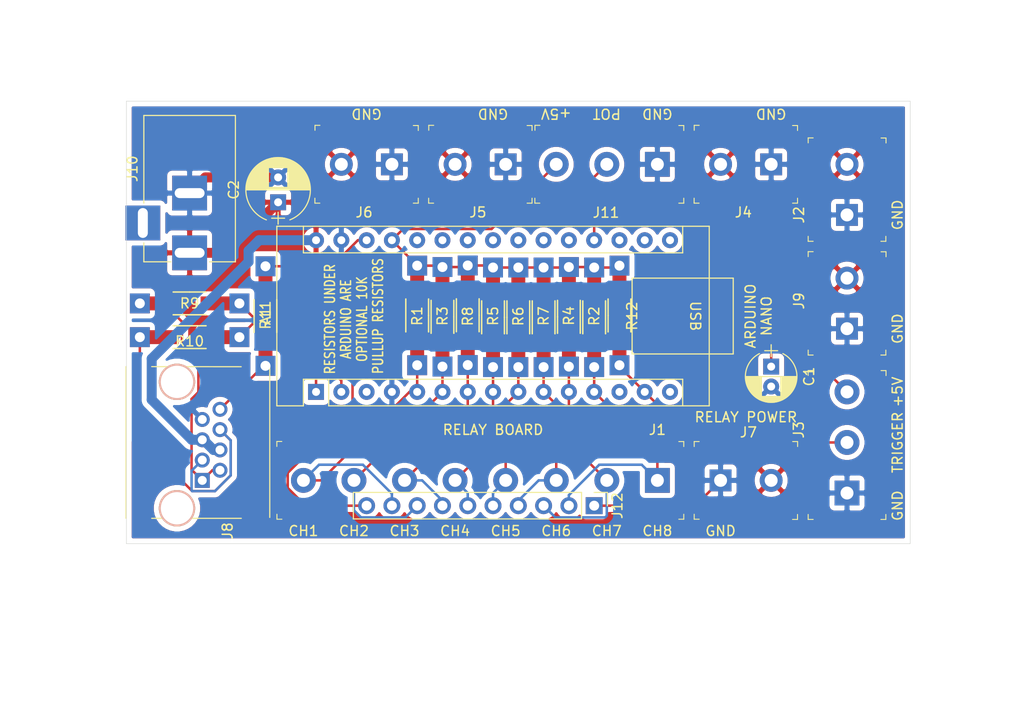
<source format=kicad_pcb>
(kicad_pcb (version 20171130) (host pcbnew "(5.1.12)-1")

  (general
    (thickness 1.6)
    (drawings 33)
    (tracks 170)
    (zones 0)
    (modules 27)
    (nets 33)
  )

  (page A4)
  (layers
    (0 F.Cu signal)
    (31 B.Cu signal)
    (32 B.Adhes user)
    (33 F.Adhes user)
    (34 B.Paste user)
    (35 F.Paste user)
    (36 B.SilkS user)
    (37 F.SilkS user)
    (38 B.Mask user)
    (39 F.Mask user)
    (40 Dwgs.User user)
    (41 Cmts.User user)
    (42 Eco1.User user)
    (43 Eco2.User user)
    (44 Edge.Cuts user)
    (45 Margin user)
    (46 B.CrtYd user)
    (47 F.CrtYd user)
    (48 B.Fab user)
    (49 F.Fab user)
  )

  (setup
    (last_trace_width 0.25)
    (user_trace_width 0.5)
    (user_trace_width 1)
    (trace_clearance 0.2)
    (zone_clearance 0.508)
    (zone_45_only no)
    (trace_min 0.2)
    (via_size 0.8)
    (via_drill 0.4)
    (via_min_size 0.4)
    (via_min_drill 0.3)
    (uvia_size 0.3)
    (uvia_drill 0.1)
    (uvias_allowed no)
    (uvia_min_size 0.2)
    (uvia_min_drill 0.1)
    (edge_width 0.05)
    (segment_width 0.2)
    (pcb_text_width 0.3)
    (pcb_text_size 1.5 1.5)
    (mod_edge_width 0.12)
    (mod_text_size 1 1)
    (mod_text_width 0.15)
    (pad_size 1.524 1.524)
    (pad_drill 0.762)
    (pad_to_mask_clearance 0)
    (aux_axis_origin 0 0)
    (visible_elements 7FFFFFFF)
    (pcbplotparams
      (layerselection 0x010fc_ffffffff)
      (usegerberextensions false)
      (usegerberattributes true)
      (usegerberadvancedattributes true)
      (creategerberjobfile true)
      (excludeedgelayer true)
      (linewidth 0.100000)
      (plotframeref false)
      (viasonmask false)
      (mode 1)
      (useauxorigin false)
      (hpglpennumber 1)
      (hpglpenspeed 20)
      (hpglpendiameter 15.000000)
      (psnegative false)
      (psa4output false)
      (plotreference true)
      (plotvalue true)
      (plotinvisibletext false)
      (padsonsilk false)
      (subtractmaskfromsilk false)
      (outputformat 1)
      (mirror false)
      (drillshape 1)
      (scaleselection 1)
      (outputdirectory ""))
  )

  (net 0 "")
  (net 1 "Net-(A1-Pad16)")
  (net 2 "Net-(A1-Pad15)")
  (net 3 +12V)
  (net 4 "Net-(A1-Pad14)")
  (net 5 GND)
  (net 6 "Net-(A1-Pad13)")
  (net 7 "Net-(A1-Pad28)")
  (net 8 "Net-(A1-Pad12)")
  (net 9 +5V)
  (net 10 "Net-(A1-Pad11)")
  (net 11 "Net-(A1-Pad26)")
  (net 12 "Net-(A1-Pad10)")
  (net 13 "Net-(A1-Pad25)")
  (net 14 "Net-(A1-Pad9)")
  (net 15 "Net-(A1-Pad24)")
  (net 16 "Net-(A1-Pad8)")
  (net 17 "Net-(A1-Pad23)")
  (net 18 "Net-(A1-Pad7)")
  (net 19 "Net-(A1-Pad22)")
  (net 20 "Net-(A1-Pad6)")
  (net 21 "Net-(A1-Pad21)")
  (net 22 "Net-(A1-Pad5)")
  (net 23 "Net-(A1-Pad20)")
  (net 24 "Net-(A1-Pad19)")
  (net 25 "Net-(A1-Pad3)")
  (net 26 "Net-(A1-Pad18)")
  (net 27 "Net-(A1-Pad2)")
  (net 28 "Net-(A1-Pad17)")
  (net 29 "Net-(A1-Pad1)")
  (net 30 "Net-(J8-Pad3)")
  (net 31 "Net-(J8-Pad1)")
  (net 32 "Net-(J8-Pad8)")

  (net_class Default "This is the default net class."
    (clearance 0.2)
    (trace_width 0.25)
    (via_dia 0.8)
    (via_drill 0.4)
    (uvia_dia 0.3)
    (uvia_drill 0.1)
    (add_net +12V)
    (add_net +5V)
    (add_net GND)
    (add_net "Net-(A1-Pad1)")
    (add_net "Net-(A1-Pad10)")
    (add_net "Net-(A1-Pad11)")
    (add_net "Net-(A1-Pad12)")
    (add_net "Net-(A1-Pad13)")
    (add_net "Net-(A1-Pad14)")
    (add_net "Net-(A1-Pad15)")
    (add_net "Net-(A1-Pad16)")
    (add_net "Net-(A1-Pad17)")
    (add_net "Net-(A1-Pad18)")
    (add_net "Net-(A1-Pad19)")
    (add_net "Net-(A1-Pad2)")
    (add_net "Net-(A1-Pad20)")
    (add_net "Net-(A1-Pad21)")
    (add_net "Net-(A1-Pad22)")
    (add_net "Net-(A1-Pad23)")
    (add_net "Net-(A1-Pad24)")
    (add_net "Net-(A1-Pad25)")
    (add_net "Net-(A1-Pad26)")
    (add_net "Net-(A1-Pad28)")
    (add_net "Net-(A1-Pad3)")
    (add_net "Net-(A1-Pad5)")
    (add_net "Net-(A1-Pad6)")
    (add_net "Net-(A1-Pad7)")
    (add_net "Net-(A1-Pad8)")
    (add_net "Net-(A1-Pad9)")
    (add_net "Net-(J8-Pad1)")
    (add_net "Net-(J8-Pad3)")
    (add_net "Net-(J8-Pad8)")
  )

  (module digikey-footprints:RJ45_8-[E5J88-00LJG2-L] (layer F.Cu) (tedit 61C21308) (tstamp 619296AD)
    (at 63.5 67.31 90)
    (tags RJ45)
    (path /61932027)
    (fp_text reference J8 (at -5.08 2.54 90) (layer F.SilkS)
      (effects (font (size 1 1) (thickness 0.15)))
    )
    (fp_text value RJ45 (at 4.59 6.25 90) (layer F.Fab)
      (effects (font (size 1 1) (thickness 0.15)))
    )
    (fp_line (start -3.81 -5.08) (end -3.81 3.92) (layer F.SilkS) (width 0.12))
    (fp_line (start 11.43 -5.08) (end 11.42 3.91) (layer F.SilkS) (width 0.12))
    (fp_line (start 11.43 -7.67) (end -3.81 -7.67) (layer F.SilkS) (width 0.12))
    (fp_line (start 11.52 6.78) (end -3.72 6.78) (layer F.SilkS) (width 0.12))
    (pad 8 thru_hole circle (at 7.14 1.78 90) (size 1.5 1.5) (drill 0.9) (layers *.Cu *.Mask)
      (net 32 "Net-(J8-Pad8)"))
    (pad 7 thru_hole circle (at 6.12 0 90) (size 1.5 1.5) (drill 0.9) (layers *.Cu *.Mask)
      (net 5 GND))
    (pad 6 thru_hole circle (at 5.1 1.78 90) (size 1.5 1.5) (drill 0.9) (layers *.Cu *.Mask)
      (net 30 "Net-(J8-Pad3)"))
    (pad 5 thru_hole circle (at 4.08 0 90) (size 1.5 1.5) (drill 0.9) (layers *.Cu *.Mask)
      (net 3 +12V))
    (pad 4 thru_hole circle (at 3.06 1.78 90) (size 1.5 1.5) (drill 0.9) (layers *.Cu *.Mask)
      (net 3 +12V))
    (pad 3 thru_hole circle (at 2.04 0 90) (size 1.5 1.5) (drill 0.9) (layers *.Cu *.Mask)
      (net 30 "Net-(J8-Pad3)"))
    (pad 2 thru_hole circle (at 1.02 1.78 90) (size 1.5 1.5) (drill 0.9) (layers *.Cu *.Mask)
      (net 31 "Net-(J8-Pad1)"))
    (pad 1 thru_hole rect (at 0 0 90) (size 1.5 1.5) (drill 0.9) (layers *.Cu *.Mask)
      (net 31 "Net-(J8-Pad1)"))
    (pad Hole np_thru_hole circle (at -2.8 -2.54 90) (size 3.65 3.65) (drill 3.25) (layers *.Cu *.SilkS *.Mask))
    (pad Hole np_thru_hole circle (at 9.9 -2.54 90) (size 3.65 3.65) (drill 3.25) (layers *.Cu *.SilkS *.Mask))
    (model ${KISYS3DMOD}/Connectors.3dshapes/RJ45_8.wrl
      (offset (xyz 4.571999931335449 -6.349999904632568 0))
      (scale (xyz 0.4 0.4 0.4))
      (rotate (xyz 0 0 0))
    )
  )

  (module Modules:Arduino_Nano (layer F.Cu) (tedit 58ACAF70) (tstamp 619295F3)
    (at 74.93 58.42 90)
    (descr "Arduino Nano, http://www.mouser.com/pdfdocs/Gravitech_Arduino_Nano3_0.pdf")
    (tags "Arduino Nano")
    (path /61928D08)
    (fp_text reference A1 (at 7.62 -5.08 90) (layer F.SilkS)
      (effects (font (size 1 1) (thickness 0.15)))
    )
    (fp_text value Arduino_Nano_v3.x (at 8.89 19.05) (layer F.Fab)
      (effects (font (size 1 1) (thickness 0.15)))
    )
    (fp_line (start 16.75 42.16) (end -1.53 42.16) (layer F.CrtYd) (width 0.05))
    (fp_line (start 16.75 42.16) (end 16.75 -4.06) (layer F.CrtYd) (width 0.05))
    (fp_line (start -1.53 -4.06) (end -1.53 42.16) (layer F.CrtYd) (width 0.05))
    (fp_line (start -1.53 -4.06) (end 16.75 -4.06) (layer F.CrtYd) (width 0.05))
    (fp_line (start 16.51 -3.81) (end 16.51 39.37) (layer F.Fab) (width 0.1))
    (fp_line (start 0 -3.81) (end 16.51 -3.81) (layer F.Fab) (width 0.1))
    (fp_line (start -1.27 -2.54) (end 0 -3.81) (layer F.Fab) (width 0.1))
    (fp_line (start -1.27 39.37) (end -1.27 -2.54) (layer F.Fab) (width 0.1))
    (fp_line (start 16.51 39.37) (end -1.27 39.37) (layer F.Fab) (width 0.1))
    (fp_line (start 16.64 -3.94) (end -1.4 -3.94) (layer F.SilkS) (width 0.12))
    (fp_line (start 16.64 39.5) (end 16.64 -3.94) (layer F.SilkS) (width 0.12))
    (fp_line (start -1.4 39.5) (end 16.64 39.5) (layer F.SilkS) (width 0.12))
    (fp_line (start 3.81 41.91) (end 3.81 31.75) (layer F.Fab) (width 0.1))
    (fp_line (start 11.43 41.91) (end 3.81 41.91) (layer F.Fab) (width 0.1))
    (fp_line (start 11.43 31.75) (end 11.43 41.91) (layer F.Fab) (width 0.1))
    (fp_line (start 3.81 31.75) (end 11.43 31.75) (layer F.Fab) (width 0.1))
    (fp_line (start 1.27 36.83) (end -1.4 36.83) (layer F.SilkS) (width 0.12))
    (fp_line (start 1.27 1.27) (end 1.27 36.83) (layer F.SilkS) (width 0.12))
    (fp_line (start 1.27 1.27) (end -1.4 1.27) (layer F.SilkS) (width 0.12))
    (fp_line (start 13.97 36.83) (end 16.64 36.83) (layer F.SilkS) (width 0.12))
    (fp_line (start 13.97 -1.27) (end 13.97 36.83) (layer F.SilkS) (width 0.12))
    (fp_line (start 13.97 -1.27) (end 16.64 -1.27) (layer F.SilkS) (width 0.12))
    (fp_line (start -1.4 -3.94) (end -1.4 -1.27) (layer F.SilkS) (width 0.12))
    (fp_line (start -1.4 1.27) (end -1.4 39.5) (layer F.SilkS) (width 0.12))
    (fp_line (start 1.27 -1.27) (end -1.4 -1.27) (layer F.SilkS) (width 0.12))
    (fp_line (start 1.27 1.27) (end 1.27 -1.27) (layer F.SilkS) (width 0.12))
    (fp_text user %R (at 6.35 19.05) (layer F.Fab)
      (effects (font (size 1 1) (thickness 0.15)))
    )
    (pad 16 thru_hole oval (at 15.24 35.56 90) (size 1.6 1.6) (drill 0.8) (layers *.Cu *.Mask)
      (net 1 "Net-(A1-Pad16)"))
    (pad 15 thru_hole oval (at 0 35.56 90) (size 1.6 1.6) (drill 0.8) (layers *.Cu *.Mask)
      (net 2 "Net-(A1-Pad15)"))
    (pad 30 thru_hole oval (at 15.24 0 90) (size 1.6 1.6) (drill 0.8) (layers *.Cu *.Mask)
      (net 3 +12V))
    (pad 14 thru_hole oval (at 0 33.02 90) (size 1.6 1.6) (drill 0.8) (layers *.Cu *.Mask)
      (net 4 "Net-(A1-Pad14)"))
    (pad 29 thru_hole oval (at 15.24 2.54 90) (size 1.6 1.6) (drill 0.8) (layers *.Cu *.Mask)
      (net 5 GND))
    (pad 13 thru_hole oval (at 0 30.48 90) (size 1.6 1.6) (drill 0.8) (layers *.Cu *.Mask)
      (net 6 "Net-(A1-Pad13)"))
    (pad 28 thru_hole oval (at 15.24 5.08 90) (size 1.6 1.6) (drill 0.8) (layers *.Cu *.Mask)
      (net 7 "Net-(A1-Pad28)"))
    (pad 12 thru_hole oval (at 0 27.94 90) (size 1.6 1.6) (drill 0.8) (layers *.Cu *.Mask)
      (net 8 "Net-(A1-Pad12)"))
    (pad 27 thru_hole oval (at 15.24 7.62 90) (size 1.6 1.6) (drill 0.8) (layers *.Cu *.Mask)
      (net 9 +5V))
    (pad 11 thru_hole oval (at 0 25.4 90) (size 1.6 1.6) (drill 0.8) (layers *.Cu *.Mask)
      (net 10 "Net-(A1-Pad11)"))
    (pad 26 thru_hole oval (at 15.24 10.16 90) (size 1.6 1.6) (drill 0.8) (layers *.Cu *.Mask)
      (net 11 "Net-(A1-Pad26)"))
    (pad 10 thru_hole oval (at 0 22.86 90) (size 1.6 1.6) (drill 0.8) (layers *.Cu *.Mask)
      (net 12 "Net-(A1-Pad10)"))
    (pad 25 thru_hole oval (at 15.24 12.7 90) (size 1.6 1.6) (drill 0.8) (layers *.Cu *.Mask)
      (net 13 "Net-(A1-Pad25)"))
    (pad 9 thru_hole oval (at 0 20.32 90) (size 1.6 1.6) (drill 0.8) (layers *.Cu *.Mask)
      (net 14 "Net-(A1-Pad9)"))
    (pad 24 thru_hole oval (at 15.24 15.24 90) (size 1.6 1.6) (drill 0.8) (layers *.Cu *.Mask)
      (net 15 "Net-(A1-Pad24)"))
    (pad 8 thru_hole oval (at 0 17.78 90) (size 1.6 1.6) (drill 0.8) (layers *.Cu *.Mask)
      (net 16 "Net-(A1-Pad8)"))
    (pad 23 thru_hole oval (at 15.24 17.78 90) (size 1.6 1.6) (drill 0.8) (layers *.Cu *.Mask)
      (net 17 "Net-(A1-Pad23)"))
    (pad 7 thru_hole oval (at 0 15.24 90) (size 1.6 1.6) (drill 0.8) (layers *.Cu *.Mask)
      (net 18 "Net-(A1-Pad7)"))
    (pad 22 thru_hole oval (at 15.24 20.32 90) (size 1.6 1.6) (drill 0.8) (layers *.Cu *.Mask)
      (net 19 "Net-(A1-Pad22)"))
    (pad 6 thru_hole oval (at 0 12.7 90) (size 1.6 1.6) (drill 0.8) (layers *.Cu *.Mask)
      (net 20 "Net-(A1-Pad6)"))
    (pad 21 thru_hole oval (at 15.24 22.86 90) (size 1.6 1.6) (drill 0.8) (layers *.Cu *.Mask)
      (net 21 "Net-(A1-Pad21)"))
    (pad 5 thru_hole oval (at 0 10.16 90) (size 1.6 1.6) (drill 0.8) (layers *.Cu *.Mask)
      (net 22 "Net-(A1-Pad5)"))
    (pad 20 thru_hole oval (at 15.24 25.4 90) (size 1.6 1.6) (drill 0.8) (layers *.Cu *.Mask)
      (net 23 "Net-(A1-Pad20)"))
    (pad 4 thru_hole oval (at 0 7.62 90) (size 1.6 1.6) (drill 0.8) (layers *.Cu *.Mask)
      (net 5 GND))
    (pad 19 thru_hole oval (at 15.24 27.94 90) (size 1.6 1.6) (drill 0.8) (layers *.Cu *.Mask)
      (net 24 "Net-(A1-Pad19)"))
    (pad 3 thru_hole oval (at 0 5.08 90) (size 1.6 1.6) (drill 0.8) (layers *.Cu *.Mask)
      (net 25 "Net-(A1-Pad3)"))
    (pad 18 thru_hole oval (at 15.24 30.48 90) (size 1.6 1.6) (drill 0.8) (layers *.Cu *.Mask)
      (net 26 "Net-(A1-Pad18)"))
    (pad 2 thru_hole oval (at 0 2.54 90) (size 1.6 1.6) (drill 0.8) (layers *.Cu *.Mask)
      (net 27 "Net-(A1-Pad2)"))
    (pad 17 thru_hole oval (at 15.24 33.02 90) (size 1.6 1.6) (drill 0.8) (layers *.Cu *.Mask)
      (net 28 "Net-(A1-Pad17)"))
    (pad 1 thru_hole rect (at 0 0 90) (size 1.6 1.6) (drill 0.8) (layers *.Cu *.Mask)
      (net 29 "Net-(A1-Pad1)"))
  )

  (module digikey-footprints:Term_Block_1x2_P5.08MM (layer F.Cu) (tedit 5D4199A2) (tstamp 61929626)
    (at 128.27 40.64 90)
    (descr http://www.on-shore.com/wp-content/uploads/2015/09/osttcxx2162.pdf)
    (path /6192BBAC)
    (fp_text reference J2 (at 0 -4.826 90) (layer F.SilkS)
      (effects (font (size 1 1) (thickness 0.15)))
    )
    (fp_text value Screw_Terminal_01x02 (at 2.032 5.09 90) (layer F.Fab)
      (effects (font (size 1 1) (thickness 0.15)))
    )
    (fp_line (start -2.75 -4.05) (end -2.75 4.05) (layer F.CrtYd) (width 0.05))
    (fp_line (start 7.874 4.064) (end -2.75 4.05) (layer F.CrtYd) (width 0.05))
    (fp_line (start 7.874 -4.05) (end 7.874 4.05) (layer F.CrtYd) (width 0.05))
    (fp_line (start 7.874 -4.064) (end -2.75 -4.05) (layer F.CrtYd) (width 0.05))
    (fp_line (start 7.738 -3.9) (end 7.238 -3.9) (layer F.SilkS) (width 0.1))
    (fp_line (start 7.738 -3.9) (end 7.738 -3.4) (layer F.SilkS) (width 0.1))
    (fp_line (start 7.728 3.92) (end 7.228 3.92) (layer F.SilkS) (width 0.1))
    (fp_line (start 7.728 3.42) (end 7.728 3.92) (layer F.SilkS) (width 0.1))
    (fp_line (start -2.65 3.9) (end -2.15 3.9) (layer F.SilkS) (width 0.1))
    (fp_line (start -2.65 3.4) (end -2.65 3.9) (layer F.SilkS) (width 0.1))
    (fp_line (start -2.65 -3.9) (end -2.65 -3.4) (layer F.SilkS) (width 0.1))
    (fp_line (start -2.65 -3.9) (end -2.15 -3.9) (layer F.SilkS) (width 0.1))
    (fp_line (start -2.54 3.8) (end 7.62 3.8) (layer F.Fab) (width 0.1))
    (fp_line (start 7.62 -3.8) (end 7.62 3.8) (layer F.Fab) (width 0.1))
    (fp_line (start -2.54 -3.8) (end 7.62 -3.8) (layer F.Fab) (width 0.1))
    (fp_line (start -2.54 -3.8) (end -2.54 3.8) (layer F.Fab) (width 0.1))
    (pad 2 thru_hole circle (at 5.08 0 90) (size 2.3 2.3) (drill 1.3) (layers *.Cu *.Mask)
      (net 3 +12V))
    (pad 1 thru_hole rect (at 0 0 90) (size 2.2 2.2) (drill 1.3) (layers *.Cu *.Mask)
      (net 5 GND))
  )

  (module Resistors_Universal:Resistor_SMD+THTuniversal_1206_RM10_HandSoldering (layer F.Cu) (tedit 0) (tstamp 6192C133)
    (at 69.85 50.8 90)
    (descr "Resistor, SMD+THT, universal, 1206, RM10, HandSoldering,")
    (tags "Resistor, SMD+THT, universal, 1206, RM10, Hand soldering,")
    (path /619EEB65)
    (fp_text reference R11 (at 0.09906 0 90) (layer F.SilkS)
      (effects (font (size 1 1) (thickness 0.15)))
    )
    (fp_text value R (at -0.39878 4.20116 90) (layer F.Fab)
      (effects (font (size 1 1) (thickness 0.15)))
    )
    (fp_line (start 0 -1.143) (end 1.651 -1.143) (layer F.SilkS) (width 0.15))
    (fp_line (start 0 -1.143) (end -1.651 -1.143) (layer F.SilkS) (width 0.15))
    (fp_line (start 1.651 1.143) (end -1.651 1.143) (layer F.SilkS) (width 0.15))
    (pad 1 smd rect (at -2.60096 0 90) (size 2.99974 1.39954) (layers F.Cu F.Paste F.Mask)
      (net 32 "Net-(J8-Pad8)"))
    (pad 2 smd rect (at 2.60096 0 90) (size 2.99974 1.39954) (layers F.Cu F.Paste F.Mask)
      (net 7 "Net-(A1-Pad28)"))
    (pad 1 thru_hole rect (at -5.00126 0 90) (size 1.99898 1.99898) (drill 1.00076) (layers *.Cu *.Mask)
      (net 32 "Net-(J8-Pad8)"))
    (pad 2 thru_hole rect (at 5.00126 0 90) (size 1.99898 1.99898) (drill 1.00076) (layers *.Cu *.Mask)
      (net 7 "Net-(A1-Pad28)"))
  )

  (module Resistors_Universal:Resistor_SMD+THTuniversal_1206_RM10_HandSoldering (layer F.Cu) (tedit 0) (tstamp 6192AB14)
    (at 62.23 52.92)
    (descr "Resistor, SMD+THT, universal, 1206, RM10, HandSoldering,")
    (tags "Resistor, SMD+THT, universal, 1206, RM10, Hand soldering,")
    (path /619A6553)
    (fp_text reference R10 (at 0 0.42) (layer F.SilkS)
      (effects (font (size 1 1) (thickness 0.15)))
    )
    (fp_text value R (at -0.39878 4.20116) (layer F.Fab)
      (effects (font (size 1 1) (thickness 0.15)))
    )
    (fp_line (start 0 -1.143) (end 1.651 -1.143) (layer F.SilkS) (width 0.15))
    (fp_line (start 0 -1.143) (end -1.651 -1.143) (layer F.SilkS) (width 0.15))
    (fp_line (start 1.651 1.143) (end -1.651 1.143) (layer F.SilkS) (width 0.15))
    (pad 1 smd rect (at -2.60096 0) (size 2.99974 1.39954) (layers F.Cu F.Paste F.Mask)
      (net 30 "Net-(J8-Pad3)"))
    (pad 2 smd rect (at 2.60096 0) (size 2.99974 1.39954) (layers F.Cu F.Paste F.Mask)
      (net 29 "Net-(A1-Pad1)"))
    (pad 1 thru_hole rect (at -5.00126 0) (size 1.99898 1.99898) (drill 1.00076) (layers *.Cu *.Mask)
      (net 30 "Net-(J8-Pad3)"))
    (pad 2 thru_hole rect (at 5.00126 0) (size 1.99898 1.99898) (drill 1.00076) (layers *.Cu *.Mask)
      (net 29 "Net-(A1-Pad1)"))
  )

  (module Resistors_Universal:Resistor_SMD+THTuniversal_1206_RM10_HandSoldering (layer F.Cu) (tedit 0) (tstamp 6192AB11)
    (at 62.23 49.53)
    (descr "Resistor, SMD+THT, universal, 1206, RM10, HandSoldering,")
    (tags "Resistor, SMD+THT, universal, 1206, RM10, Hand soldering,")
    (path /619A597F)
    (fp_text reference R9 (at 0 0) (layer F.SilkS)
      (effects (font (size 1 1) (thickness 0.15)))
    )
    (fp_text value R (at -0.39878 4.20116) (layer F.Fab)
      (effects (font (size 1 1) (thickness 0.15)))
    )
    (fp_line (start 0 -1.143) (end 1.651 -1.143) (layer F.SilkS) (width 0.15))
    (fp_line (start 0 -1.143) (end -1.651 -1.143) (layer F.SilkS) (width 0.15))
    (fp_line (start 1.651 1.143) (end -1.651 1.143) (layer F.SilkS) (width 0.15))
    (pad 1 smd rect (at -2.60096 0) (size 2.99974 1.39954) (layers F.Cu F.Paste F.Mask)
      (net 31 "Net-(J8-Pad1)"))
    (pad 2 smd rect (at 2.60096 0) (size 2.99974 1.39954) (layers F.Cu F.Paste F.Mask)
      (net 27 "Net-(A1-Pad2)"))
    (pad 1 thru_hole rect (at -5.00126 0) (size 1.99898 1.99898) (drill 1.00076) (layers *.Cu *.Mask)
      (net 31 "Net-(J8-Pad1)"))
    (pad 2 thru_hole rect (at 5.00126 0) (size 1.99898 1.99898) (drill 1.00076) (layers *.Cu *.Mask)
      (net 27 "Net-(A1-Pad2)"))
  )

  (module Resistors_Universal:Resistor_SMD+THTuniversal_1206_RM10_HandSoldering (layer F.Cu) (tedit 0) (tstamp 619296F9)
    (at 102.87 50.927 90)
    (descr "Resistor, SMD+THT, universal, 1206, RM10, HandSoldering,")
    (tags "Resistor, SMD+THT, universal, 1206, RM10, Hand soldering,")
    (path /6193807E)
    (fp_text reference R2 (at 0.127 0 90) (layer F.SilkS)
      (effects (font (size 1 1) (thickness 0.15)))
    )
    (fp_text value R (at -0.39878 4.20116 90) (layer F.Fab)
      (effects (font (size 1 1) (thickness 0.15)))
    )
    (fp_line (start 0 -1.143) (end 1.651 -1.143) (layer F.SilkS) (width 0.15))
    (fp_line (start 0 -1.143) (end -1.651 -1.143) (layer F.SilkS) (width 0.15))
    (fp_line (start 1.651 1.143) (end -1.651 1.143) (layer F.SilkS) (width 0.15))
    (pad 1 smd rect (at -2.60096 0 90) (size 2.99974 1.39954) (layers F.Cu F.Paste F.Mask)
      (net 8 "Net-(A1-Pad12)"))
    (pad 2 smd rect (at 2.60096 0 90) (size 2.99974 1.39954) (layers F.Cu F.Paste F.Mask)
      (net 9 +5V))
    (pad 1 thru_hole rect (at -5.00126 0 90) (size 1.99898 1.99898) (drill 1.00076) (layers *.Cu *.Mask)
      (net 8 "Net-(A1-Pad12)"))
    (pad 2 thru_hole rect (at 5.00126 0 90) (size 1.99898 1.99898) (drill 1.00076) (layers *.Cu *.Mask)
      (net 9 +5V))
  )

  (module Resistors_Universal:Resistor_SMD+THTuniversal_1206_RM10_HandSoldering (layer F.Cu) (tedit 0) (tstamp 61929705)
    (at 87.63 50.87874 270)
    (descr "Resistor, SMD+THT, universal, 1206, RM10, HandSoldering,")
    (tags "Resistor, SMD+THT, universal, 1206, RM10, Hand soldering,")
    (path /61937127)
    (fp_text reference R3 (at -0.07874 0 90) (layer F.SilkS)
      (effects (font (size 1 1) (thickness 0.15)))
    )
    (fp_text value R (at -0.39878 4.20116 90) (layer F.Fab)
      (effects (font (size 1 1) (thickness 0.15)))
    )
    (fp_line (start 0 -1.143) (end 1.651 -1.143) (layer F.SilkS) (width 0.15))
    (fp_line (start 0 -1.143) (end -1.651 -1.143) (layer F.SilkS) (width 0.15))
    (fp_line (start 1.651 1.143) (end -1.651 1.143) (layer F.SilkS) (width 0.15))
    (pad 1 smd rect (at -2.60096 0 270) (size 2.99974 1.39954) (layers F.Cu F.Paste F.Mask)
      (net 9 +5V))
    (pad 2 smd rect (at 2.60096 0 270) (size 2.99974 1.39954) (layers F.Cu F.Paste F.Mask)
      (net 20 "Net-(A1-Pad6)"))
    (pad 1 thru_hole rect (at -5.00126 0 270) (size 1.99898 1.99898) (drill 1.00076) (layers *.Cu *.Mask)
      (net 9 +5V))
    (pad 2 thru_hole rect (at 5.00126 0 270) (size 1.99898 1.99898) (drill 1.00076) (layers *.Cu *.Mask)
      (net 20 "Net-(A1-Pad6)"))
  )

  (module Resistors_Universal:Resistor_SMD+THTuniversal_1206_RM10_HandSoldering (layer F.Cu) (tedit 0) (tstamp 61929711)
    (at 100.33 50.87874 90)
    (descr "Resistor, SMD+THT, universal, 1206, RM10, HandSoldering,")
    (tags "Resistor, SMD+THT, universal, 1206, RM10, Hand soldering,")
    (path /61939B82)
    (fp_text reference R4 (at 0.09906 0 90) (layer F.SilkS)
      (effects (font (size 1 1) (thickness 0.15)))
    )
    (fp_text value R (at -0.39878 4.20116 90) (layer F.Fab)
      (effects (font (size 1 1) (thickness 0.15)))
    )
    (fp_line (start 0 -1.143) (end 1.651 -1.143) (layer F.SilkS) (width 0.15))
    (fp_line (start 0 -1.143) (end -1.651 -1.143) (layer F.SilkS) (width 0.15))
    (fp_line (start 1.651 1.143) (end -1.651 1.143) (layer F.SilkS) (width 0.15))
    (pad 1 smd rect (at -2.60096 0 90) (size 2.99974 1.39954) (layers F.Cu F.Paste F.Mask)
      (net 10 "Net-(A1-Pad11)"))
    (pad 2 smd rect (at 2.60096 0 90) (size 2.99974 1.39954) (layers F.Cu F.Paste F.Mask)
      (net 9 +5V))
    (pad 1 thru_hole rect (at -5.00126 0 90) (size 1.99898 1.99898) (drill 1.00076) (layers *.Cu *.Mask)
      (net 10 "Net-(A1-Pad11)"))
    (pad 2 thru_hole rect (at 5.00126 0 90) (size 1.99898 1.99898) (drill 1.00076) (layers *.Cu *.Mask)
      (net 9 +5V))
  )

  (module Resistors_Universal:Resistor_SMD+THTuniversal_1206_RM10_HandSoldering (layer F.Cu) (tedit 0) (tstamp 6192971D)
    (at 90.17 50.72126 270)
    (descr "Resistor, SMD+THT, universal, 1206, RM10, HandSoldering,")
    (tags "Resistor, SMD+THT, universal, 1206, RM10, Hand soldering,")
    (path /6193760B)
    (fp_text reference R5 (at 0.07874 -2.54 90) (layer F.SilkS)
      (effects (font (size 1 1) (thickness 0.15)))
    )
    (fp_text value R (at -0.39878 4.20116 90) (layer F.Fab)
      (effects (font (size 1 1) (thickness 0.15)))
    )
    (fp_line (start 0 -1.143) (end 1.651 -1.143) (layer F.SilkS) (width 0.15))
    (fp_line (start 0 -1.143) (end -1.651 -1.143) (layer F.SilkS) (width 0.15))
    (fp_line (start 1.651 1.143) (end -1.651 1.143) (layer F.SilkS) (width 0.15))
    (pad 1 smd rect (at -2.60096 0 270) (size 2.99974 1.39954) (layers F.Cu F.Paste F.Mask)
      (net 9 +5V))
    (pad 2 smd rect (at 2.60096 0 270) (size 2.99974 1.39954) (layers F.Cu F.Paste F.Mask)
      (net 18 "Net-(A1-Pad7)"))
    (pad 1 thru_hole rect (at -5.00126 0 270) (size 1.99898 1.99898) (drill 1.00076) (layers *.Cu *.Mask)
      (net 9 +5V))
    (pad 2 thru_hole rect (at 5.00126 0 270) (size 1.99898 1.99898) (drill 1.00076) (layers *.Cu *.Mask)
      (net 18 "Net-(A1-Pad7)"))
  )

  (module Resistors_Universal:Resistor_SMD+THTuniversal_1206_RM10_HandSoldering (layer F.Cu) (tedit 0) (tstamp 61929729)
    (at 97.79 50.927 90)
    (descr "Resistor, SMD+THT, universal, 1206, RM10, HandSoldering,")
    (tags "Resistor, SMD+THT, universal, 1206, RM10, Hand soldering,")
    (path /6193A02E)
    (fp_text reference R6 (at 0.09906 -2.54 90) (layer F.SilkS)
      (effects (font (size 1 1) (thickness 0.15)))
    )
    (fp_text value R (at -0.39878 4.20116 90) (layer F.Fab)
      (effects (font (size 1 1) (thickness 0.15)))
    )
    (fp_line (start 0 -1.143) (end 1.651 -1.143) (layer F.SilkS) (width 0.15))
    (fp_line (start 0 -1.143) (end -1.651 -1.143) (layer F.SilkS) (width 0.15))
    (fp_line (start 1.651 1.143) (end -1.651 1.143) (layer F.SilkS) (width 0.15))
    (pad 1 smd rect (at -2.60096 0 90) (size 2.99974 1.39954) (layers F.Cu F.Paste F.Mask)
      (net 12 "Net-(A1-Pad10)"))
    (pad 2 smd rect (at 2.60096 0 90) (size 2.99974 1.39954) (layers F.Cu F.Paste F.Mask)
      (net 9 +5V))
    (pad 1 thru_hole rect (at -5.00126 0 90) (size 1.99898 1.99898) (drill 1.00076) (layers *.Cu *.Mask)
      (net 12 "Net-(A1-Pad10)"))
    (pad 2 thru_hole rect (at 5.00126 0 90) (size 1.99898 1.99898) (drill 1.00076) (layers *.Cu *.Mask)
      (net 9 +5V))
  )

  (module Resistors_Universal:Resistor_SMD+THTuniversal_1206_RM10_HandSoldering (layer F.Cu) (tedit 0) (tstamp 61929735)
    (at 92.71 50.927 270)
    (descr "Resistor, SMD+THT, universal, 1206, RM10, HandSoldering,")
    (tags "Resistor, SMD+THT, universal, 1206, RM10, Hand soldering,")
    (path /61937C74)
    (fp_text reference R7 (at -0.127 -5.08 90) (layer F.SilkS)
      (effects (font (size 1 1) (thickness 0.15)))
    )
    (fp_text value R (at -0.39878 4.20116 90) (layer F.Fab)
      (effects (font (size 1 1) (thickness 0.15)))
    )
    (fp_line (start 0 -1.143) (end 1.651 -1.143) (layer F.SilkS) (width 0.15))
    (fp_line (start 0 -1.143) (end -1.651 -1.143) (layer F.SilkS) (width 0.15))
    (fp_line (start 1.651 1.143) (end -1.651 1.143) (layer F.SilkS) (width 0.15))
    (pad 1 smd rect (at -2.60096 0 270) (size 2.99974 1.39954) (layers F.Cu F.Paste F.Mask)
      (net 9 +5V))
    (pad 2 smd rect (at 2.60096 0 270) (size 2.99974 1.39954) (layers F.Cu F.Paste F.Mask)
      (net 16 "Net-(A1-Pad8)"))
    (pad 1 thru_hole rect (at -5.00126 0 270) (size 1.99898 1.99898) (drill 1.00076) (layers *.Cu *.Mask)
      (net 9 +5V))
    (pad 2 thru_hole rect (at 5.00126 0 270) (size 1.99898 1.99898) (drill 1.00076) (layers *.Cu *.Mask)
      (net 16 "Net-(A1-Pad8)"))
  )

  (module Resistors_Universal:Resistor_SMD+THTuniversal_1206_RM10_HandSoldering (layer F.Cu) (tedit 0) (tstamp 61929741)
    (at 95.25 50.927 90)
    (descr "Resistor, SMD+THT, universal, 1206, RM10, HandSoldering,")
    (tags "Resistor, SMD+THT, universal, 1206, RM10, Hand soldering,")
    (path /6193A3D0)
    (fp_text reference R8 (at 0.09906 -5.08 90) (layer F.SilkS)
      (effects (font (size 1 1) (thickness 0.15)))
    )
    (fp_text value R (at -0.39878 4.20116 90) (layer F.Fab)
      (effects (font (size 1 1) (thickness 0.15)))
    )
    (fp_line (start 0 -1.143) (end 1.651 -1.143) (layer F.SilkS) (width 0.15))
    (fp_line (start 0 -1.143) (end -1.651 -1.143) (layer F.SilkS) (width 0.15))
    (fp_line (start 1.651 1.143) (end -1.651 1.143) (layer F.SilkS) (width 0.15))
    (pad 1 smd rect (at -2.60096 0 90) (size 2.99974 1.39954) (layers F.Cu F.Paste F.Mask)
      (net 14 "Net-(A1-Pad9)"))
    (pad 2 smd rect (at 2.60096 0 90) (size 2.99974 1.39954) (layers F.Cu F.Paste F.Mask)
      (net 9 +5V))
    (pad 1 thru_hole rect (at -5.00126 0 90) (size 1.99898 1.99898) (drill 1.00076) (layers *.Cu *.Mask)
      (net 14 "Net-(A1-Pad9)"))
    (pad 2 thru_hole rect (at 5.00126 0 90) (size 1.99898 1.99898) (drill 1.00076) (layers *.Cu *.Mask)
      (net 9 +5V))
  )

  (module Resistors_Universal:Resistor_SMD+THTuniversal_1206_RM10_HandSoldering (layer F.Cu) (tedit 0) (tstamp 61C36027)
    (at 105.41 50.73904 90)
    (descr "Resistor, SMD+THT, universal, 1206, RM10, HandSoldering,")
    (tags "Resistor, SMD+THT, universal, 1206, RM10, Hand soldering,")
    (path /61C37FFF)
    (fp_text reference R12 (at -0.06096 1.27 90) (layer F.SilkS)
      (effects (font (size 1 1) (thickness 0.15)))
    )
    (fp_text value R (at 2.70002 2.70002 90) (layer F.Fab)
      (effects (font (size 1 1) (thickness 0.15)))
    )
    (fp_line (start 0 -1.143) (end 1.651 -1.143) (layer F.SilkS) (width 0.15))
    (fp_line (start 0 -1.143) (end -1.651 -1.143) (layer F.SilkS) (width 0.15))
    (fp_line (start 1.651 1.143) (end -1.651 1.143) (layer F.SilkS) (width 0.15))
    (pad 1 smd rect (at -2.60096 0 90) (size 2.99974 1.39954) (layers F.Cu F.Paste F.Mask)
      (net 4 "Net-(A1-Pad14)"))
    (pad 2 smd rect (at 2.60096 0 90) (size 2.99974 1.39954) (layers F.Cu F.Paste F.Mask)
      (net 9 +5V))
    (pad 1 thru_hole rect (at -5.00126 0 90) (size 1.99898 1.99898) (drill 1.00076) (layers *.Cu *.Mask)
      (net 4 "Net-(A1-Pad14)"))
    (pad 2 thru_hole rect (at 5.00126 0 90) (size 1.99898 1.99898) (drill 1.00076) (layers *.Cu *.Mask)
      (net 9 +5V))
  )

  (module digikey-footprints:Term_Block_1x8_P5.08mm (layer F.Cu) (tedit 5D419A27) (tstamp 61929610)
    (at 109.22 67.31 180)
    (descr http://www.on-shore.com/wp-content/uploads/2015/09/osttcxx2162.pdf)
    (path /6192A292)
    (fp_text reference J1 (at 0 5.08) (layer F.SilkS)
      (effects (font (size 1 1) (thickness 0.15)))
    )
    (fp_text value Screw_Terminal_01x08 (at 18.65 5.2) (layer F.Fab)
      (effects (font (size 1 1) (thickness 0.15)))
    )
    (fp_line (start -2.75 -4.05) (end -2.75 4.05) (layer F.CrtYd) (width 0.05))
    (fp_line (start 38.35 4.05) (end -2.75 4.05) (layer F.CrtYd) (width 0.05))
    (fp_line (start 38.35 -4.05) (end 38.35 4.05) (layer F.CrtYd) (width 0.05))
    (fp_line (start 38.35 -4.05) (end -2.75 -4.05) (layer F.CrtYd) (width 0.05))
    (fp_line (start 38.22 -3.9) (end 37.72 -3.9) (layer F.SilkS) (width 0.1))
    (fp_line (start 38.22 -3.9) (end 38.22 -3.4) (layer F.SilkS) (width 0.1))
    (fp_line (start 38.23 3.91) (end 37.73 3.91) (layer F.SilkS) (width 0.1))
    (fp_line (start 38.23 3.41) (end 38.23 3.91) (layer F.SilkS) (width 0.1))
    (fp_line (start -2.65 3.9) (end -2.15 3.9) (layer F.SilkS) (width 0.1))
    (fp_line (start -2.65 3.4) (end -2.65 3.9) (layer F.SilkS) (width 0.1))
    (fp_line (start -2.65 -3.9) (end -2.65 -3.4) (layer F.SilkS) (width 0.1))
    (fp_line (start -2.65 -3.9) (end -2.15 -3.9) (layer F.SilkS) (width 0.1))
    (fp_line (start -2.54 3.8) (end 38.1 3.8) (layer F.Fab) (width 0.1))
    (fp_line (start 38.1 -3.8) (end 38.1 3.8) (layer F.Fab) (width 0.1))
    (fp_line (start -2.54 -3.8) (end 38.1 -3.8) (layer F.Fab) (width 0.1))
    (fp_line (start -2.54 -3.8) (end -2.54 3.8) (layer F.Fab) (width 0.1))
    (fp_text user %R (at 17.75 0.15) (layer F.Fab)
      (effects (font (size 1 1) (thickness 0.15)))
    )
    (pad 1 thru_hole rect (at 0 0 180) (size 2.5 2.5) (drill 1.3) (layers *.Cu *.Mask)
      (net 8 "Net-(A1-Pad12)"))
    (pad 2 thru_hole circle (at 5.08 0 180) (size 2.5 2.5) (drill 1.3) (layers *.Cu *.Mask)
      (net 10 "Net-(A1-Pad11)"))
    (pad 3 thru_hole circle (at 10.16 0 180) (size 2.5 2.5) (drill 1.3) (layers *.Cu *.Mask)
      (net 12 "Net-(A1-Pad10)"))
    (pad 4 thru_hole circle (at 15.24 0 180) (size 2.5 2.5) (drill 1.3) (layers *.Cu *.Mask)
      (net 14 "Net-(A1-Pad9)"))
    (pad 5 thru_hole circle (at 20.32 0 180) (size 2.5 2.5) (drill 1.3) (layers *.Cu *.Mask)
      (net 16 "Net-(A1-Pad8)"))
    (pad 6 thru_hole circle (at 25.4 0 180) (size 2.5 2.5) (drill 1.3) (layers *.Cu *.Mask)
      (net 18 "Net-(A1-Pad7)"))
    (pad 7 thru_hole circle (at 30.48 0 180) (size 2.5 2.5) (drill 1.3) (layers *.Cu *.Mask)
      (net 20 "Net-(A1-Pad6)"))
    (pad 8 thru_hole circle (at 35.56 0 180) (size 2.5 2.5) (drill 1.3) (layers *.Cu *.Mask)
      (net 22 "Net-(A1-Pad5)"))
  )

  (module digikey-footprints:TERM_BLOCK_1x3_P5.08MM (layer F.Cu) (tedit 5D4199C5) (tstamp 6192963D)
    (at 128.27 68.58 90)
    (descr http://www.on-shore.com/wp-content/uploads/2015/09/osttcxx2162.pdf)
    (path /6192D4EB)
    (fp_text reference J3 (at 6.35 -4.85 90) (layer F.SilkS)
      (effects (font (size 1 1) (thickness 0.15)))
    )
    (fp_text value TriggerTerminal (at 4.53 5.09 90) (layer F.Fab)
      (effects (font (size 1 1) (thickness 0.15)))
    )
    (fp_line (start -2.75 -4.05) (end -2.75 4.05) (layer F.CrtYd) (width 0.05))
    (fp_line (start 12.45 4.05) (end -2.75 4.05) (layer F.CrtYd) (width 0.05))
    (fp_line (start 12.45 -4.05) (end 12.45 4.05) (layer F.CrtYd) (width 0.05))
    (fp_line (start 12.45 -4.05) (end -2.75 -4.05) (layer F.CrtYd) (width 0.05))
    (fp_line (start 12.31 -3.9) (end 11.81 -3.9) (layer F.SilkS) (width 0.1))
    (fp_line (start 12.31 -3.9) (end 12.31 -3.4) (layer F.SilkS) (width 0.1))
    (fp_line (start 12.3 3.92) (end 11.8 3.92) (layer F.SilkS) (width 0.1))
    (fp_line (start 12.3 3.42) (end 12.3 3.92) (layer F.SilkS) (width 0.1))
    (fp_line (start -2.65 3.9) (end -2.15 3.9) (layer F.SilkS) (width 0.1))
    (fp_line (start -2.65 3.4) (end -2.65 3.9) (layer F.SilkS) (width 0.1))
    (fp_line (start -2.65 -3.9) (end -2.65 -3.4) (layer F.SilkS) (width 0.1))
    (fp_line (start -2.65 -3.9) (end -2.15 -3.9) (layer F.SilkS) (width 0.1))
    (fp_line (start -2.54 3.8) (end 12.2 3.8) (layer F.Fab) (width 0.1))
    (fp_line (start 12.2 -3.8) (end 12.2 3.8) (layer F.Fab) (width 0.1))
    (fp_line (start -2.54 -3.8) (end 12.2 -3.8) (layer F.Fab) (width 0.1))
    (fp_line (start -2.54 -3.8) (end -2.54 3.8) (layer F.Fab) (width 0.1))
    (pad 1 thru_hole rect (at 0 0 90) (size 2.5 2.5) (drill 1.3) (layers *.Cu *.Mask)
      (net 5 GND))
    (pad 2 thru_hole circle (at 5.08 0 90) (size 2.5 2.5) (drill 1.3) (layers *.Cu *.Mask)
      (net 4 "Net-(A1-Pad14)"))
    (pad 3 thru_hole circle (at 10.16 0 90) (size 2.5 2.5) (drill 1.3) (layers *.Cu *.Mask)
      (net 9 +5V))
  )

  (module digikey-footprints:Term_Block_1x2_P5.08MM (layer F.Cu) (tedit 5D4199A2) (tstamp 61929653)
    (at 120.65 35.56 180)
    (descr http://www.on-shore.com/wp-content/uploads/2015/09/osttcxx2162.pdf)
    (path /61930507)
    (fp_text reference J4 (at 2.794 -4.826) (layer F.SilkS)
      (effects (font (size 1 1) (thickness 0.15)))
    )
    (fp_text value Screw_Terminal_01x02 (at 2.032 5.09) (layer F.Fab)
      (effects (font (size 1 1) (thickness 0.15)))
    )
    (fp_line (start -2.54 -3.8) (end -2.54 3.8) (layer F.Fab) (width 0.1))
    (fp_line (start -2.54 -3.8) (end 7.62 -3.8) (layer F.Fab) (width 0.1))
    (fp_line (start 7.62 -3.8) (end 7.62 3.8) (layer F.Fab) (width 0.1))
    (fp_line (start -2.54 3.8) (end 7.62 3.8) (layer F.Fab) (width 0.1))
    (fp_line (start -2.65 -3.9) (end -2.15 -3.9) (layer F.SilkS) (width 0.1))
    (fp_line (start -2.65 -3.9) (end -2.65 -3.4) (layer F.SilkS) (width 0.1))
    (fp_line (start -2.65 3.4) (end -2.65 3.9) (layer F.SilkS) (width 0.1))
    (fp_line (start -2.65 3.9) (end -2.15 3.9) (layer F.SilkS) (width 0.1))
    (fp_line (start 7.728 3.42) (end 7.728 3.92) (layer F.SilkS) (width 0.1))
    (fp_line (start 7.728 3.92) (end 7.228 3.92) (layer F.SilkS) (width 0.1))
    (fp_line (start 7.738 -3.9) (end 7.738 -3.4) (layer F.SilkS) (width 0.1))
    (fp_line (start 7.738 -3.9) (end 7.238 -3.9) (layer F.SilkS) (width 0.1))
    (fp_line (start 7.874 -4.064) (end -2.75 -4.05) (layer F.CrtYd) (width 0.05))
    (fp_line (start 7.874 -4.05) (end 7.874 4.05) (layer F.CrtYd) (width 0.05))
    (fp_line (start 7.874 4.064) (end -2.75 4.05) (layer F.CrtYd) (width 0.05))
    (fp_line (start -2.75 -4.05) (end -2.75 4.05) (layer F.CrtYd) (width 0.05))
    (pad 2 thru_hole circle (at 5.08 0 180) (size 2.3 2.3) (drill 1.3) (layers *.Cu *.Mask)
      (net 3 +12V))
    (pad 1 thru_hole rect (at 0 0 180) (size 2.2 2.2) (drill 1.3) (layers *.Cu *.Mask)
      (net 5 GND))
  )

  (module digikey-footprints:Term_Block_1x2_P5.08MM (layer F.Cu) (tedit 5D4199A2) (tstamp 61929669)
    (at 93.98 35.56 180)
    (descr http://www.on-shore.com/wp-content/uploads/2015/09/osttcxx2162.pdf)
    (path /6193036A)
    (fp_text reference J5 (at 2.794 -4.826) (layer F.SilkS)
      (effects (font (size 1 1) (thickness 0.15)))
    )
    (fp_text value Screw_Terminal_01x02 (at 2.032 5.09) (layer F.Fab)
      (effects (font (size 1 1) (thickness 0.15)))
    )
    (fp_line (start -2.75 -4.05) (end -2.75 4.05) (layer F.CrtYd) (width 0.05))
    (fp_line (start 7.874 4.064) (end -2.75 4.05) (layer F.CrtYd) (width 0.05))
    (fp_line (start 7.874 -4.05) (end 7.874 4.05) (layer F.CrtYd) (width 0.05))
    (fp_line (start 7.874 -4.064) (end -2.75 -4.05) (layer F.CrtYd) (width 0.05))
    (fp_line (start 7.738 -3.9) (end 7.238 -3.9) (layer F.SilkS) (width 0.1))
    (fp_line (start 7.738 -3.9) (end 7.738 -3.4) (layer F.SilkS) (width 0.1))
    (fp_line (start 7.728 3.92) (end 7.228 3.92) (layer F.SilkS) (width 0.1))
    (fp_line (start 7.728 3.42) (end 7.728 3.92) (layer F.SilkS) (width 0.1))
    (fp_line (start -2.65 3.9) (end -2.15 3.9) (layer F.SilkS) (width 0.1))
    (fp_line (start -2.65 3.4) (end -2.65 3.9) (layer F.SilkS) (width 0.1))
    (fp_line (start -2.65 -3.9) (end -2.65 -3.4) (layer F.SilkS) (width 0.1))
    (fp_line (start -2.65 -3.9) (end -2.15 -3.9) (layer F.SilkS) (width 0.1))
    (fp_line (start -2.54 3.8) (end 7.62 3.8) (layer F.Fab) (width 0.1))
    (fp_line (start 7.62 -3.8) (end 7.62 3.8) (layer F.Fab) (width 0.1))
    (fp_line (start -2.54 -3.8) (end 7.62 -3.8) (layer F.Fab) (width 0.1))
    (fp_line (start -2.54 -3.8) (end -2.54 3.8) (layer F.Fab) (width 0.1))
    (pad 1 thru_hole rect (at 0 0 180) (size 2.2 2.2) (drill 1.3) (layers *.Cu *.Mask)
      (net 5 GND))
    (pad 2 thru_hole circle (at 5.08 0 180) (size 2.3 2.3) (drill 1.3) (layers *.Cu *.Mask)
      (net 3 +12V))
  )

  (module digikey-footprints:Term_Block_1x2_P5.08MM (layer F.Cu) (tedit 5D4199A2) (tstamp 6192967F)
    (at 82.55 35.56 180)
    (descr http://www.on-shore.com/wp-content/uploads/2015/09/osttcxx2162.pdf)
    (path /619300E7)
    (fp_text reference J6 (at 2.794 -4.826) (layer F.SilkS)
      (effects (font (size 1 1) (thickness 0.15)))
    )
    (fp_text value Screw_Terminal_01x02 (at 2.032 5.09) (layer F.Fab)
      (effects (font (size 1 1) (thickness 0.15)))
    )
    (fp_line (start -2.75 -4.05) (end -2.75 4.05) (layer F.CrtYd) (width 0.05))
    (fp_line (start 7.874 4.064) (end -2.75 4.05) (layer F.CrtYd) (width 0.05))
    (fp_line (start 7.874 -4.05) (end 7.874 4.05) (layer F.CrtYd) (width 0.05))
    (fp_line (start 7.874 -4.064) (end -2.75 -4.05) (layer F.CrtYd) (width 0.05))
    (fp_line (start 7.738 -3.9) (end 7.238 -3.9) (layer F.SilkS) (width 0.1))
    (fp_line (start 7.738 -3.9) (end 7.738 -3.4) (layer F.SilkS) (width 0.1))
    (fp_line (start 7.728 3.92) (end 7.228 3.92) (layer F.SilkS) (width 0.1))
    (fp_line (start 7.728 3.42) (end 7.728 3.92) (layer F.SilkS) (width 0.1))
    (fp_line (start -2.65 3.9) (end -2.15 3.9) (layer F.SilkS) (width 0.1))
    (fp_line (start -2.65 3.4) (end -2.65 3.9) (layer F.SilkS) (width 0.1))
    (fp_line (start -2.65 -3.9) (end -2.65 -3.4) (layer F.SilkS) (width 0.1))
    (fp_line (start -2.65 -3.9) (end -2.15 -3.9) (layer F.SilkS) (width 0.1))
    (fp_line (start -2.54 3.8) (end 7.62 3.8) (layer F.Fab) (width 0.1))
    (fp_line (start 7.62 -3.8) (end 7.62 3.8) (layer F.Fab) (width 0.1))
    (fp_line (start -2.54 -3.8) (end 7.62 -3.8) (layer F.Fab) (width 0.1))
    (fp_line (start -2.54 -3.8) (end -2.54 3.8) (layer F.Fab) (width 0.1))
    (pad 1 thru_hole rect (at 0 0 180) (size 2.2 2.2) (drill 1.3) (layers *.Cu *.Mask)
      (net 5 GND))
    (pad 2 thru_hole circle (at 5.08 0 180) (size 2.3 2.3) (drill 1.3) (layers *.Cu *.Mask)
      (net 3 +12V))
  )

  (module digikey-footprints:Term_Block_1x2_P5.08MM (layer F.Cu) (tedit 5D4199A2) (tstamp 61929695)
    (at 115.57 67.31)
    (descr http://www.on-shore.com/wp-content/uploads/2015/09/osttcxx2162.pdf)
    (path /6192E440)
    (fp_text reference J7 (at 2.794 -4.826) (layer F.SilkS)
      (effects (font (size 1 1) (thickness 0.15)))
    )
    (fp_text value Screw_Terminal_01x02 (at 2.032 5.09) (layer F.Fab)
      (effects (font (size 1 1) (thickness 0.15)))
    )
    (fp_line (start -2.54 -3.8) (end -2.54 3.8) (layer F.Fab) (width 0.1))
    (fp_line (start -2.54 -3.8) (end 7.62 -3.8) (layer F.Fab) (width 0.1))
    (fp_line (start 7.62 -3.8) (end 7.62 3.8) (layer F.Fab) (width 0.1))
    (fp_line (start -2.54 3.8) (end 7.62 3.8) (layer F.Fab) (width 0.1))
    (fp_line (start -2.65 -3.9) (end -2.15 -3.9) (layer F.SilkS) (width 0.1))
    (fp_line (start -2.65 -3.9) (end -2.65 -3.4) (layer F.SilkS) (width 0.1))
    (fp_line (start -2.65 3.4) (end -2.65 3.9) (layer F.SilkS) (width 0.1))
    (fp_line (start -2.65 3.9) (end -2.15 3.9) (layer F.SilkS) (width 0.1))
    (fp_line (start 7.728 3.42) (end 7.728 3.92) (layer F.SilkS) (width 0.1))
    (fp_line (start 7.728 3.92) (end 7.228 3.92) (layer F.SilkS) (width 0.1))
    (fp_line (start 7.738 -3.9) (end 7.738 -3.4) (layer F.SilkS) (width 0.1))
    (fp_line (start 7.738 -3.9) (end 7.238 -3.9) (layer F.SilkS) (width 0.1))
    (fp_line (start 7.874 -4.064) (end -2.75 -4.05) (layer F.CrtYd) (width 0.05))
    (fp_line (start 7.874 -4.05) (end 7.874 4.05) (layer F.CrtYd) (width 0.05))
    (fp_line (start 7.874 4.064) (end -2.75 4.05) (layer F.CrtYd) (width 0.05))
    (fp_line (start -2.75 -4.05) (end -2.75 4.05) (layer F.CrtYd) (width 0.05))
    (pad 2 thru_hole circle (at 5.08 0) (size 2.3 2.3) (drill 1.3) (layers *.Cu *.Mask)
      (net 3 +12V))
    (pad 1 thru_hole rect (at 0 0) (size 2.2 2.2) (drill 1.3) (layers *.Cu *.Mask)
      (net 5 GND))
  )

  (module digikey-footprints:Term_Block_1x2_P5.08MM (layer F.Cu) (tedit 5D4199A2) (tstamp 619296C3)
    (at 128.27 52.07 90)
    (descr http://www.on-shore.com/wp-content/uploads/2015/09/osttcxx2162.pdf)
    (path /6192C201)
    (fp_text reference J9 (at 2.794 -4.826 90) (layer F.SilkS)
      (effects (font (size 1 1) (thickness 0.15)))
    )
    (fp_text value Screw_Terminal_01x02 (at 2.032 5.09 90) (layer F.Fab)
      (effects (font (size 1 1) (thickness 0.15)))
    )
    (fp_line (start -2.75 -4.05) (end -2.75 4.05) (layer F.CrtYd) (width 0.05))
    (fp_line (start 7.874 4.064) (end -2.75 4.05) (layer F.CrtYd) (width 0.05))
    (fp_line (start 7.874 -4.05) (end 7.874 4.05) (layer F.CrtYd) (width 0.05))
    (fp_line (start 7.874 -4.064) (end -2.75 -4.05) (layer F.CrtYd) (width 0.05))
    (fp_line (start 7.738 -3.9) (end 7.238 -3.9) (layer F.SilkS) (width 0.1))
    (fp_line (start 7.738 -3.9) (end 7.738 -3.4) (layer F.SilkS) (width 0.1))
    (fp_line (start 7.728 3.92) (end 7.228 3.92) (layer F.SilkS) (width 0.1))
    (fp_line (start 7.728 3.42) (end 7.728 3.92) (layer F.SilkS) (width 0.1))
    (fp_line (start -2.65 3.9) (end -2.15 3.9) (layer F.SilkS) (width 0.1))
    (fp_line (start -2.65 3.4) (end -2.65 3.9) (layer F.SilkS) (width 0.1))
    (fp_line (start -2.65 -3.9) (end -2.65 -3.4) (layer F.SilkS) (width 0.1))
    (fp_line (start -2.65 -3.9) (end -2.15 -3.9) (layer F.SilkS) (width 0.1))
    (fp_line (start -2.54 3.8) (end 7.62 3.8) (layer F.Fab) (width 0.1))
    (fp_line (start 7.62 -3.8) (end 7.62 3.8) (layer F.Fab) (width 0.1))
    (fp_line (start -2.54 -3.8) (end 7.62 -3.8) (layer F.Fab) (width 0.1))
    (fp_line (start -2.54 -3.8) (end -2.54 3.8) (layer F.Fab) (width 0.1))
    (pad 1 thru_hole rect (at 0 0 90) (size 2.2 2.2) (drill 1.3) (layers *.Cu *.Mask)
      (net 5 GND))
    (pad 2 thru_hole circle (at 5.08 0 90) (size 2.3 2.3) (drill 1.3) (layers *.Cu *.Mask)
      (net 3 +12V))
  )

  (module Connectors:BARREL_JACK (layer F.Cu) (tedit 5861378E) (tstamp 619296E2)
    (at 62.23 44.45 270)
    (descr "DC Barrel Jack")
    (tags "Power Jack")
    (path /619311E8)
    (fp_text reference J10 (at -8.45 5.75 270) (layer F.SilkS)
      (effects (font (size 1 1) (thickness 0.15)))
    )
    (fp_text value Barrel_Jack (at -6.2 -5.5 90) (layer F.Fab)
      (effects (font (size 1 1) (thickness 0.15)))
    )
    (fp_line (start 0.8 -4.5) (end -13.7 -4.5) (layer F.Fab) (width 0.1))
    (fp_line (start 0.8 4.5) (end 0.8 -4.5) (layer F.Fab) (width 0.1))
    (fp_line (start -13.7 4.5) (end 0.8 4.5) (layer F.Fab) (width 0.1))
    (fp_line (start -13.7 -4.5) (end -13.7 4.5) (layer F.Fab) (width 0.1))
    (fp_line (start -10.2 -4.5) (end -10.2 4.5) (layer F.Fab) (width 0.1))
    (fp_line (start 0.9 -4.6) (end 0.9 -2) (layer F.SilkS) (width 0.12))
    (fp_line (start -13.8 -4.6) (end 0.9 -4.6) (layer F.SilkS) (width 0.12))
    (fp_line (start 0.9 4.6) (end -1 4.6) (layer F.SilkS) (width 0.12))
    (fp_line (start 0.9 1.9) (end 0.9 4.6) (layer F.SilkS) (width 0.12))
    (fp_line (start -13.8 4.6) (end -13.8 -4.6) (layer F.SilkS) (width 0.12))
    (fp_line (start -5 4.6) (end -13.8 4.6) (layer F.SilkS) (width 0.12))
    (fp_line (start -14 4.75) (end -14 -4.75) (layer F.CrtYd) (width 0.05))
    (fp_line (start -5 4.75) (end -14 4.75) (layer F.CrtYd) (width 0.05))
    (fp_line (start -5 6.75) (end -5 4.75) (layer F.CrtYd) (width 0.05))
    (fp_line (start -1 6.75) (end -5 6.75) (layer F.CrtYd) (width 0.05))
    (fp_line (start -1 4.75) (end -1 6.75) (layer F.CrtYd) (width 0.05))
    (fp_line (start 1 4.75) (end -1 4.75) (layer F.CrtYd) (width 0.05))
    (fp_line (start 1 2) (end 1 4.75) (layer F.CrtYd) (width 0.05))
    (fp_line (start 2 2) (end 1 2) (layer F.CrtYd) (width 0.05))
    (fp_line (start 2 -2) (end 2 2) (layer F.CrtYd) (width 0.05))
    (fp_line (start 1 -2) (end 2 -2) (layer F.CrtYd) (width 0.05))
    (fp_line (start 1 -4.5) (end 1 -2) (layer F.CrtYd) (width 0.05))
    (fp_line (start 1 -4.75) (end -14 -4.75) (layer F.CrtYd) (width 0.05))
    (fp_line (start 1 -4.5) (end 1 -4.75) (layer F.CrtYd) (width 0.05))
    (pad 3 thru_hole rect (at -3 4.7 270) (size 3.5 3.5) (drill oval 3 1) (layers *.Cu *.Mask))
    (pad 2 thru_hole rect (at -6 0 270) (size 3.5 3.5) (drill oval 1 3) (layers *.Cu *.Mask)
      (net 5 GND))
    (pad 1 thru_hole rect (at 0 0 270) (size 3.5 3.5) (drill oval 1 3) (layers *.Cu *.Mask)
      (net 3 +12V))
  )

  (module Resistors_Universal:Resistor_SMD+THTuniversal_1206_RM10_HandSoldering (layer F.Cu) (tedit 0) (tstamp 619296ED)
    (at 85.09 50.73904 270)
    (descr "Resistor, SMD+THT, universal, 1206, RM10, HandSoldering,")
    (tags "Resistor, SMD+THT, universal, 1206, RM10, Hand soldering,")
    (path /6193661B)
    (fp_text reference R1 (at 0.06096 0 90) (layer F.SilkS)
      (effects (font (size 1 1) (thickness 0.15)))
    )
    (fp_text value R (at 2.70002 2.70002 90) (layer F.Fab)
      (effects (font (size 1 1) (thickness 0.15)))
    )
    (fp_line (start 0 -1.143) (end 1.651 -1.143) (layer F.SilkS) (width 0.15))
    (fp_line (start 0 -1.143) (end -1.651 -1.143) (layer F.SilkS) (width 0.15))
    (fp_line (start 1.651 1.143) (end -1.651 1.143) (layer F.SilkS) (width 0.15))
    (pad 2 thru_hole rect (at 5.00126 0 270) (size 1.99898 1.99898) (drill 1.00076) (layers *.Cu *.Mask)
      (net 22 "Net-(A1-Pad5)"))
    (pad 1 thru_hole rect (at -5.00126 0 270) (size 1.99898 1.99898) (drill 1.00076) (layers *.Cu *.Mask)
      (net 9 +5V))
    (pad 2 smd rect (at 2.60096 0 270) (size 2.99974 1.39954) (layers F.Cu F.Paste F.Mask)
      (net 22 "Net-(A1-Pad5)"))
    (pad 1 smd rect (at -2.60096 0 270) (size 2.99974 1.39954) (layers F.Cu F.Paste F.Mask)
      (net 9 +5V))
  )

  (module digikey-footprints:TERM_BLOCK_1x3_P5.08MM (layer F.Cu) (tedit 5D4199C5) (tstamp 61929B3F)
    (at 109.22 35.56 180)
    (descr http://www.on-shore.com/wp-content/uploads/2015/09/osttcxx2162.pdf)
    (path /6198833A)
    (fp_text reference J11 (at 5.16 -4.85) (layer F.SilkS)
      (effects (font (size 1 1) (thickness 0.15)))
    )
    (fp_text value "Pot Term" (at 4.53 5.09) (layer F.Fab)
      (effects (font (size 1 1) (thickness 0.15)))
    )
    (fp_line (start -2.75 -4.05) (end -2.75 4.05) (layer F.CrtYd) (width 0.05))
    (fp_line (start 12.45 4.05) (end -2.75 4.05) (layer F.CrtYd) (width 0.05))
    (fp_line (start 12.45 -4.05) (end 12.45 4.05) (layer F.CrtYd) (width 0.05))
    (fp_line (start 12.45 -4.05) (end -2.75 -4.05) (layer F.CrtYd) (width 0.05))
    (fp_line (start 12.31 -3.9) (end 11.81 -3.9) (layer F.SilkS) (width 0.1))
    (fp_line (start 12.31 -3.9) (end 12.31 -3.4) (layer F.SilkS) (width 0.1))
    (fp_line (start 12.3 3.92) (end 11.8 3.92) (layer F.SilkS) (width 0.1))
    (fp_line (start 12.3 3.42) (end 12.3 3.92) (layer F.SilkS) (width 0.1))
    (fp_line (start -2.65 3.9) (end -2.15 3.9) (layer F.SilkS) (width 0.1))
    (fp_line (start -2.65 3.4) (end -2.65 3.9) (layer F.SilkS) (width 0.1))
    (fp_line (start -2.65 -3.9) (end -2.65 -3.4) (layer F.SilkS) (width 0.1))
    (fp_line (start -2.65 -3.9) (end -2.15 -3.9) (layer F.SilkS) (width 0.1))
    (fp_line (start -2.54 3.8) (end 12.2 3.8) (layer F.Fab) (width 0.1))
    (fp_line (start 12.2 -3.8) (end 12.2 3.8) (layer F.Fab) (width 0.1))
    (fp_line (start -2.54 -3.8) (end 12.2 -3.8) (layer F.Fab) (width 0.1))
    (fp_line (start -2.54 -3.8) (end -2.54 3.8) (layer F.Fab) (width 0.1))
    (pad 1 thru_hole rect (at 0 0 180) (size 2.5 2.5) (drill 1.3) (layers *.Cu *.Mask)
      (net 5 GND))
    (pad 2 thru_hole circle (at 5.08 0 180) (size 2.5 2.5) (drill 1.3) (layers *.Cu *.Mask)
      (net 24 "Net-(A1-Pad19)"))
    (pad 3 thru_hole circle (at 10.16 0 180) (size 2.5 2.5) (drill 1.3) (layers *.Cu *.Mask)
      (net 9 +5V))
  )

  (module Capacitors_THT:CP_Radial_D5.0mm_P2.00mm (layer F.Cu) (tedit 597BC7C2) (tstamp 61C3B409)
    (at 120.65 55.88 270)
    (descr "CP, Radial series, Radial, pin pitch=2.00mm, , diameter=5mm, Electrolytic Capacitor")
    (tags "CP Radial series Radial pin pitch 2.00mm  diameter 5mm Electrolytic Capacitor")
    (path /61CF25F0)
    (fp_text reference C1 (at 1 -3.81 90) (layer F.SilkS)
      (effects (font (size 1 1) (thickness 0.15)))
    )
    (fp_text value 10uF (at 1 3.81 90) (layer F.Fab)
      (effects (font (size 1 1) (thickness 0.15)))
    )
    (fp_text user %R (at 1 0 90) (layer F.Fab)
      (effects (font (size 1 1) (thickness 0.15)))
    )
    (fp_arc (start 1 0) (end 3.30558 -1.18) (angle 54.2) (layer F.SilkS) (width 0.12))
    (fp_arc (start 1 0) (end -1.30558 1.18) (angle -125.8) (layer F.SilkS) (width 0.12))
    (fp_arc (start 1 0) (end -1.30558 -1.18) (angle 125.8) (layer F.SilkS) (width 0.12))
    (fp_circle (center 1 0) (end 3.5 0) (layer F.Fab) (width 0.1))
    (fp_line (start -2.2 0) (end -1 0) (layer F.Fab) (width 0.1))
    (fp_line (start -1.6 -0.65) (end -1.6 0.65) (layer F.Fab) (width 0.1))
    (fp_line (start 1 -2.55) (end 1 2.55) (layer F.SilkS) (width 0.12))
    (fp_line (start 1.04 -2.55) (end 1.04 -0.98) (layer F.SilkS) (width 0.12))
    (fp_line (start 1.04 0.98) (end 1.04 2.55) (layer F.SilkS) (width 0.12))
    (fp_line (start 1.08 -2.549) (end 1.08 -0.98) (layer F.SilkS) (width 0.12))
    (fp_line (start 1.08 0.98) (end 1.08 2.549) (layer F.SilkS) (width 0.12))
    (fp_line (start 1.12 -2.548) (end 1.12 -0.98) (layer F.SilkS) (width 0.12))
    (fp_line (start 1.12 0.98) (end 1.12 2.548) (layer F.SilkS) (width 0.12))
    (fp_line (start 1.16 -2.546) (end 1.16 -0.98) (layer F.SilkS) (width 0.12))
    (fp_line (start 1.16 0.98) (end 1.16 2.546) (layer F.SilkS) (width 0.12))
    (fp_line (start 1.2 -2.543) (end 1.2 -0.98) (layer F.SilkS) (width 0.12))
    (fp_line (start 1.2 0.98) (end 1.2 2.543) (layer F.SilkS) (width 0.12))
    (fp_line (start 1.24 -2.539) (end 1.24 -0.98) (layer F.SilkS) (width 0.12))
    (fp_line (start 1.24 0.98) (end 1.24 2.539) (layer F.SilkS) (width 0.12))
    (fp_line (start 1.28 -2.535) (end 1.28 -0.98) (layer F.SilkS) (width 0.12))
    (fp_line (start 1.28 0.98) (end 1.28 2.535) (layer F.SilkS) (width 0.12))
    (fp_line (start 1.32 -2.531) (end 1.32 -0.98) (layer F.SilkS) (width 0.12))
    (fp_line (start 1.32 0.98) (end 1.32 2.531) (layer F.SilkS) (width 0.12))
    (fp_line (start 1.36 -2.525) (end 1.36 -0.98) (layer F.SilkS) (width 0.12))
    (fp_line (start 1.36 0.98) (end 1.36 2.525) (layer F.SilkS) (width 0.12))
    (fp_line (start 1.4 -2.519) (end 1.4 -0.98) (layer F.SilkS) (width 0.12))
    (fp_line (start 1.4 0.98) (end 1.4 2.519) (layer F.SilkS) (width 0.12))
    (fp_line (start 1.44 -2.513) (end 1.44 -0.98) (layer F.SilkS) (width 0.12))
    (fp_line (start 1.44 0.98) (end 1.44 2.513) (layer F.SilkS) (width 0.12))
    (fp_line (start 1.48 -2.506) (end 1.48 -0.98) (layer F.SilkS) (width 0.12))
    (fp_line (start 1.48 0.98) (end 1.48 2.506) (layer F.SilkS) (width 0.12))
    (fp_line (start 1.52 -2.498) (end 1.52 -0.98) (layer F.SilkS) (width 0.12))
    (fp_line (start 1.52 0.98) (end 1.52 2.498) (layer F.SilkS) (width 0.12))
    (fp_line (start 1.56 -2.489) (end 1.56 -0.98) (layer F.SilkS) (width 0.12))
    (fp_line (start 1.56 0.98) (end 1.56 2.489) (layer F.SilkS) (width 0.12))
    (fp_line (start 1.6 -2.48) (end 1.6 -0.98) (layer F.SilkS) (width 0.12))
    (fp_line (start 1.6 0.98) (end 1.6 2.48) (layer F.SilkS) (width 0.12))
    (fp_line (start 1.64 -2.47) (end 1.64 -0.98) (layer F.SilkS) (width 0.12))
    (fp_line (start 1.64 0.98) (end 1.64 2.47) (layer F.SilkS) (width 0.12))
    (fp_line (start 1.68 -2.46) (end 1.68 -0.98) (layer F.SilkS) (width 0.12))
    (fp_line (start 1.68 0.98) (end 1.68 2.46) (layer F.SilkS) (width 0.12))
    (fp_line (start 1.721 -2.448) (end 1.721 -0.98) (layer F.SilkS) (width 0.12))
    (fp_line (start 1.721 0.98) (end 1.721 2.448) (layer F.SilkS) (width 0.12))
    (fp_line (start 1.761 -2.436) (end 1.761 -0.98) (layer F.SilkS) (width 0.12))
    (fp_line (start 1.761 0.98) (end 1.761 2.436) (layer F.SilkS) (width 0.12))
    (fp_line (start 1.801 -2.424) (end 1.801 -0.98) (layer F.SilkS) (width 0.12))
    (fp_line (start 1.801 0.98) (end 1.801 2.424) (layer F.SilkS) (width 0.12))
    (fp_line (start 1.841 -2.41) (end 1.841 -0.98) (layer F.SilkS) (width 0.12))
    (fp_line (start 1.841 0.98) (end 1.841 2.41) (layer F.SilkS) (width 0.12))
    (fp_line (start 1.881 -2.396) (end 1.881 -0.98) (layer F.SilkS) (width 0.12))
    (fp_line (start 1.881 0.98) (end 1.881 2.396) (layer F.SilkS) (width 0.12))
    (fp_line (start 1.921 -2.382) (end 1.921 -0.98) (layer F.SilkS) (width 0.12))
    (fp_line (start 1.921 0.98) (end 1.921 2.382) (layer F.SilkS) (width 0.12))
    (fp_line (start 1.961 -2.366) (end 1.961 -0.98) (layer F.SilkS) (width 0.12))
    (fp_line (start 1.961 0.98) (end 1.961 2.366) (layer F.SilkS) (width 0.12))
    (fp_line (start 2.001 -2.35) (end 2.001 -0.98) (layer F.SilkS) (width 0.12))
    (fp_line (start 2.001 0.98) (end 2.001 2.35) (layer F.SilkS) (width 0.12))
    (fp_line (start 2.041 -2.333) (end 2.041 -0.98) (layer F.SilkS) (width 0.12))
    (fp_line (start 2.041 0.98) (end 2.041 2.333) (layer F.SilkS) (width 0.12))
    (fp_line (start 2.081 -2.315) (end 2.081 -0.98) (layer F.SilkS) (width 0.12))
    (fp_line (start 2.081 0.98) (end 2.081 2.315) (layer F.SilkS) (width 0.12))
    (fp_line (start 2.121 -2.296) (end 2.121 -0.98) (layer F.SilkS) (width 0.12))
    (fp_line (start 2.121 0.98) (end 2.121 2.296) (layer F.SilkS) (width 0.12))
    (fp_line (start 2.161 -2.276) (end 2.161 -0.98) (layer F.SilkS) (width 0.12))
    (fp_line (start 2.161 0.98) (end 2.161 2.276) (layer F.SilkS) (width 0.12))
    (fp_line (start 2.201 -2.256) (end 2.201 -0.98) (layer F.SilkS) (width 0.12))
    (fp_line (start 2.201 0.98) (end 2.201 2.256) (layer F.SilkS) (width 0.12))
    (fp_line (start 2.241 -2.234) (end 2.241 -0.98) (layer F.SilkS) (width 0.12))
    (fp_line (start 2.241 0.98) (end 2.241 2.234) (layer F.SilkS) (width 0.12))
    (fp_line (start 2.281 -2.212) (end 2.281 -0.98) (layer F.SilkS) (width 0.12))
    (fp_line (start 2.281 0.98) (end 2.281 2.212) (layer F.SilkS) (width 0.12))
    (fp_line (start 2.321 -2.189) (end 2.321 -0.98) (layer F.SilkS) (width 0.12))
    (fp_line (start 2.321 0.98) (end 2.321 2.189) (layer F.SilkS) (width 0.12))
    (fp_line (start 2.361 -2.165) (end 2.361 -0.98) (layer F.SilkS) (width 0.12))
    (fp_line (start 2.361 0.98) (end 2.361 2.165) (layer F.SilkS) (width 0.12))
    (fp_line (start 2.401 -2.14) (end 2.401 -0.98) (layer F.SilkS) (width 0.12))
    (fp_line (start 2.401 0.98) (end 2.401 2.14) (layer F.SilkS) (width 0.12))
    (fp_line (start 2.441 -2.113) (end 2.441 -0.98) (layer F.SilkS) (width 0.12))
    (fp_line (start 2.441 0.98) (end 2.441 2.113) (layer F.SilkS) (width 0.12))
    (fp_line (start 2.481 -2.086) (end 2.481 -0.98) (layer F.SilkS) (width 0.12))
    (fp_line (start 2.481 0.98) (end 2.481 2.086) (layer F.SilkS) (width 0.12))
    (fp_line (start 2.521 -2.058) (end 2.521 -0.98) (layer F.SilkS) (width 0.12))
    (fp_line (start 2.521 0.98) (end 2.521 2.058) (layer F.SilkS) (width 0.12))
    (fp_line (start 2.561 -2.028) (end 2.561 -0.98) (layer F.SilkS) (width 0.12))
    (fp_line (start 2.561 0.98) (end 2.561 2.028) (layer F.SilkS) (width 0.12))
    (fp_line (start 2.601 -1.997) (end 2.601 -0.98) (layer F.SilkS) (width 0.12))
    (fp_line (start 2.601 0.98) (end 2.601 1.997) (layer F.SilkS) (width 0.12))
    (fp_line (start 2.641 -1.965) (end 2.641 -0.98) (layer F.SilkS) (width 0.12))
    (fp_line (start 2.641 0.98) (end 2.641 1.965) (layer F.SilkS) (width 0.12))
    (fp_line (start 2.681 -1.932) (end 2.681 -0.98) (layer F.SilkS) (width 0.12))
    (fp_line (start 2.681 0.98) (end 2.681 1.932) (layer F.SilkS) (width 0.12))
    (fp_line (start 2.721 -1.897) (end 2.721 -0.98) (layer F.SilkS) (width 0.12))
    (fp_line (start 2.721 0.98) (end 2.721 1.897) (layer F.SilkS) (width 0.12))
    (fp_line (start 2.761 -1.861) (end 2.761 -0.98) (layer F.SilkS) (width 0.12))
    (fp_line (start 2.761 0.98) (end 2.761 1.861) (layer F.SilkS) (width 0.12))
    (fp_line (start 2.801 -1.823) (end 2.801 -0.98) (layer F.SilkS) (width 0.12))
    (fp_line (start 2.801 0.98) (end 2.801 1.823) (layer F.SilkS) (width 0.12))
    (fp_line (start 2.841 -1.783) (end 2.841 -0.98) (layer F.SilkS) (width 0.12))
    (fp_line (start 2.841 0.98) (end 2.841 1.783) (layer F.SilkS) (width 0.12))
    (fp_line (start 2.881 -1.742) (end 2.881 -0.98) (layer F.SilkS) (width 0.12))
    (fp_line (start 2.881 0.98) (end 2.881 1.742) (layer F.SilkS) (width 0.12))
    (fp_line (start 2.921 -1.699) (end 2.921 -0.98) (layer F.SilkS) (width 0.12))
    (fp_line (start 2.921 0.98) (end 2.921 1.699) (layer F.SilkS) (width 0.12))
    (fp_line (start 2.961 -1.654) (end 2.961 -0.98) (layer F.SilkS) (width 0.12))
    (fp_line (start 2.961 0.98) (end 2.961 1.654) (layer F.SilkS) (width 0.12))
    (fp_line (start 3.001 -1.606) (end 3.001 1.606) (layer F.SilkS) (width 0.12))
    (fp_line (start 3.041 -1.556) (end 3.041 1.556) (layer F.SilkS) (width 0.12))
    (fp_line (start 3.081 -1.504) (end 3.081 1.504) (layer F.SilkS) (width 0.12))
    (fp_line (start 3.121 -1.448) (end 3.121 1.448) (layer F.SilkS) (width 0.12))
    (fp_line (start 3.161 -1.39) (end 3.161 1.39) (layer F.SilkS) (width 0.12))
    (fp_line (start 3.201 -1.327) (end 3.201 1.327) (layer F.SilkS) (width 0.12))
    (fp_line (start 3.241 -1.261) (end 3.241 1.261) (layer F.SilkS) (width 0.12))
    (fp_line (start 3.281 -1.189) (end 3.281 1.189) (layer F.SilkS) (width 0.12))
    (fp_line (start 3.321 -1.112) (end 3.321 1.112) (layer F.SilkS) (width 0.12))
    (fp_line (start 3.361 -1.028) (end 3.361 1.028) (layer F.SilkS) (width 0.12))
    (fp_line (start 3.401 -0.934) (end 3.401 0.934) (layer F.SilkS) (width 0.12))
    (fp_line (start 3.441 -0.829) (end 3.441 0.829) (layer F.SilkS) (width 0.12))
    (fp_line (start 3.481 -0.707) (end 3.481 0.707) (layer F.SilkS) (width 0.12))
    (fp_line (start 3.521 -0.559) (end 3.521 0.559) (layer F.SilkS) (width 0.12))
    (fp_line (start 3.561 -0.354) (end 3.561 0.354) (layer F.SilkS) (width 0.12))
    (fp_line (start -2.2 0) (end -1 0) (layer F.SilkS) (width 0.12))
    (fp_line (start -1.6 -0.65) (end -1.6 0.65) (layer F.SilkS) (width 0.12))
    (fp_line (start -1.85 -2.85) (end -1.85 2.85) (layer F.CrtYd) (width 0.05))
    (fp_line (start -1.85 2.85) (end 3.85 2.85) (layer F.CrtYd) (width 0.05))
    (fp_line (start 3.85 2.85) (end 3.85 -2.85) (layer F.CrtYd) (width 0.05))
    (fp_line (start 3.85 -2.85) (end -1.85 -2.85) (layer F.CrtYd) (width 0.05))
    (pad 2 thru_hole circle (at 2 0 270) (size 1.6 1.6) (drill 0.8) (layers *.Cu *.Mask)
      (net 5 GND))
    (pad 1 thru_hole rect (at 0 0 270) (size 1.6 1.6) (drill 0.8) (layers *.Cu *.Mask)
      (net 9 +5V))
    (model ${KISYS3DMOD}/Capacitors_THT.3dshapes/CP_Radial_D5.0mm_P2.00mm.wrl
      (at (xyz 0 0 0))
      (scale (xyz 1 1 1))
      (rotate (xyz 0 0 0))
    )
  )

  (module Capacitors_THT:CP_Radial_D6.3mm_P2.50mm (layer F.Cu) (tedit 597BC7C2) (tstamp 61C3B49E)
    (at 71.12 39.37 90)
    (descr "CP, Radial series, Radial, pin pitch=2.50mm, , diameter=6.3mm, Electrolytic Capacitor")
    (tags "CP Radial series Radial pin pitch 2.50mm  diameter 6.3mm Electrolytic Capacitor")
    (path /61CEB762)
    (fp_text reference C2 (at 1.25 -4.46 90) (layer F.SilkS)
      (effects (font (size 1 1) (thickness 0.15)))
    )
    (fp_text value 100uF (at 1.25 4.46 90) (layer F.Fab)
      (effects (font (size 1 1) (thickness 0.15)))
    )
    (fp_text user %R (at 1.25 0 90) (layer F.Fab)
      (effects (font (size 1 1) (thickness 0.15)))
    )
    (fp_arc (start 1.25 0) (end 4.267482 -1.18) (angle 42.7) (layer F.SilkS) (width 0.12))
    (fp_arc (start 1.25 0) (end -1.767482 1.18) (angle -137.3) (layer F.SilkS) (width 0.12))
    (fp_arc (start 1.25 0) (end -1.767482 -1.18) (angle 137.3) (layer F.SilkS) (width 0.12))
    (fp_circle (center 1.25 0) (end 4.4 0) (layer F.Fab) (width 0.1))
    (fp_line (start -2.2 0) (end -1 0) (layer F.Fab) (width 0.1))
    (fp_line (start -1.6 -0.65) (end -1.6 0.65) (layer F.Fab) (width 0.1))
    (fp_line (start 1.25 -3.2) (end 1.25 3.2) (layer F.SilkS) (width 0.12))
    (fp_line (start 1.29 -3.2) (end 1.29 3.2) (layer F.SilkS) (width 0.12))
    (fp_line (start 1.33 -3.2) (end 1.33 3.2) (layer F.SilkS) (width 0.12))
    (fp_line (start 1.37 -3.198) (end 1.37 3.198) (layer F.SilkS) (width 0.12))
    (fp_line (start 1.41 -3.197) (end 1.41 3.197) (layer F.SilkS) (width 0.12))
    (fp_line (start 1.45 -3.194) (end 1.45 3.194) (layer F.SilkS) (width 0.12))
    (fp_line (start 1.49 -3.192) (end 1.49 3.192) (layer F.SilkS) (width 0.12))
    (fp_line (start 1.53 -3.188) (end 1.53 -0.98) (layer F.SilkS) (width 0.12))
    (fp_line (start 1.53 0.98) (end 1.53 3.188) (layer F.SilkS) (width 0.12))
    (fp_line (start 1.57 -3.185) (end 1.57 -0.98) (layer F.SilkS) (width 0.12))
    (fp_line (start 1.57 0.98) (end 1.57 3.185) (layer F.SilkS) (width 0.12))
    (fp_line (start 1.61 -3.18) (end 1.61 -0.98) (layer F.SilkS) (width 0.12))
    (fp_line (start 1.61 0.98) (end 1.61 3.18) (layer F.SilkS) (width 0.12))
    (fp_line (start 1.65 -3.176) (end 1.65 -0.98) (layer F.SilkS) (width 0.12))
    (fp_line (start 1.65 0.98) (end 1.65 3.176) (layer F.SilkS) (width 0.12))
    (fp_line (start 1.69 -3.17) (end 1.69 -0.98) (layer F.SilkS) (width 0.12))
    (fp_line (start 1.69 0.98) (end 1.69 3.17) (layer F.SilkS) (width 0.12))
    (fp_line (start 1.73 -3.165) (end 1.73 -0.98) (layer F.SilkS) (width 0.12))
    (fp_line (start 1.73 0.98) (end 1.73 3.165) (layer F.SilkS) (width 0.12))
    (fp_line (start 1.77 -3.158) (end 1.77 -0.98) (layer F.SilkS) (width 0.12))
    (fp_line (start 1.77 0.98) (end 1.77 3.158) (layer F.SilkS) (width 0.12))
    (fp_line (start 1.81 -3.152) (end 1.81 -0.98) (layer F.SilkS) (width 0.12))
    (fp_line (start 1.81 0.98) (end 1.81 3.152) (layer F.SilkS) (width 0.12))
    (fp_line (start 1.85 -3.144) (end 1.85 -0.98) (layer F.SilkS) (width 0.12))
    (fp_line (start 1.85 0.98) (end 1.85 3.144) (layer F.SilkS) (width 0.12))
    (fp_line (start 1.89 -3.137) (end 1.89 -0.98) (layer F.SilkS) (width 0.12))
    (fp_line (start 1.89 0.98) (end 1.89 3.137) (layer F.SilkS) (width 0.12))
    (fp_line (start 1.93 -3.128) (end 1.93 -0.98) (layer F.SilkS) (width 0.12))
    (fp_line (start 1.93 0.98) (end 1.93 3.128) (layer F.SilkS) (width 0.12))
    (fp_line (start 1.971 -3.119) (end 1.971 -0.98) (layer F.SilkS) (width 0.12))
    (fp_line (start 1.971 0.98) (end 1.971 3.119) (layer F.SilkS) (width 0.12))
    (fp_line (start 2.011 -3.11) (end 2.011 -0.98) (layer F.SilkS) (width 0.12))
    (fp_line (start 2.011 0.98) (end 2.011 3.11) (layer F.SilkS) (width 0.12))
    (fp_line (start 2.051 -3.1) (end 2.051 -0.98) (layer F.SilkS) (width 0.12))
    (fp_line (start 2.051 0.98) (end 2.051 3.1) (layer F.SilkS) (width 0.12))
    (fp_line (start 2.091 -3.09) (end 2.091 -0.98) (layer F.SilkS) (width 0.12))
    (fp_line (start 2.091 0.98) (end 2.091 3.09) (layer F.SilkS) (width 0.12))
    (fp_line (start 2.131 -3.079) (end 2.131 -0.98) (layer F.SilkS) (width 0.12))
    (fp_line (start 2.131 0.98) (end 2.131 3.079) (layer F.SilkS) (width 0.12))
    (fp_line (start 2.171 -3.067) (end 2.171 -0.98) (layer F.SilkS) (width 0.12))
    (fp_line (start 2.171 0.98) (end 2.171 3.067) (layer F.SilkS) (width 0.12))
    (fp_line (start 2.211 -3.055) (end 2.211 -0.98) (layer F.SilkS) (width 0.12))
    (fp_line (start 2.211 0.98) (end 2.211 3.055) (layer F.SilkS) (width 0.12))
    (fp_line (start 2.251 -3.042) (end 2.251 -0.98) (layer F.SilkS) (width 0.12))
    (fp_line (start 2.251 0.98) (end 2.251 3.042) (layer F.SilkS) (width 0.12))
    (fp_line (start 2.291 -3.029) (end 2.291 -0.98) (layer F.SilkS) (width 0.12))
    (fp_line (start 2.291 0.98) (end 2.291 3.029) (layer F.SilkS) (width 0.12))
    (fp_line (start 2.331 -3.015) (end 2.331 -0.98) (layer F.SilkS) (width 0.12))
    (fp_line (start 2.331 0.98) (end 2.331 3.015) (layer F.SilkS) (width 0.12))
    (fp_line (start 2.371 -3.001) (end 2.371 -0.98) (layer F.SilkS) (width 0.12))
    (fp_line (start 2.371 0.98) (end 2.371 3.001) (layer F.SilkS) (width 0.12))
    (fp_line (start 2.411 -2.986) (end 2.411 -0.98) (layer F.SilkS) (width 0.12))
    (fp_line (start 2.411 0.98) (end 2.411 2.986) (layer F.SilkS) (width 0.12))
    (fp_line (start 2.451 -2.97) (end 2.451 -0.98) (layer F.SilkS) (width 0.12))
    (fp_line (start 2.451 0.98) (end 2.451 2.97) (layer F.SilkS) (width 0.12))
    (fp_line (start 2.491 -2.954) (end 2.491 -0.98) (layer F.SilkS) (width 0.12))
    (fp_line (start 2.491 0.98) (end 2.491 2.954) (layer F.SilkS) (width 0.12))
    (fp_line (start 2.531 -2.937) (end 2.531 -0.98) (layer F.SilkS) (width 0.12))
    (fp_line (start 2.531 0.98) (end 2.531 2.937) (layer F.SilkS) (width 0.12))
    (fp_line (start 2.571 -2.919) (end 2.571 -0.98) (layer F.SilkS) (width 0.12))
    (fp_line (start 2.571 0.98) (end 2.571 2.919) (layer F.SilkS) (width 0.12))
    (fp_line (start 2.611 -2.901) (end 2.611 -0.98) (layer F.SilkS) (width 0.12))
    (fp_line (start 2.611 0.98) (end 2.611 2.901) (layer F.SilkS) (width 0.12))
    (fp_line (start 2.651 -2.882) (end 2.651 -0.98) (layer F.SilkS) (width 0.12))
    (fp_line (start 2.651 0.98) (end 2.651 2.882) (layer F.SilkS) (width 0.12))
    (fp_line (start 2.691 -2.863) (end 2.691 -0.98) (layer F.SilkS) (width 0.12))
    (fp_line (start 2.691 0.98) (end 2.691 2.863) (layer F.SilkS) (width 0.12))
    (fp_line (start 2.731 -2.843) (end 2.731 -0.98) (layer F.SilkS) (width 0.12))
    (fp_line (start 2.731 0.98) (end 2.731 2.843) (layer F.SilkS) (width 0.12))
    (fp_line (start 2.771 -2.822) (end 2.771 -0.98) (layer F.SilkS) (width 0.12))
    (fp_line (start 2.771 0.98) (end 2.771 2.822) (layer F.SilkS) (width 0.12))
    (fp_line (start 2.811 -2.8) (end 2.811 -0.98) (layer F.SilkS) (width 0.12))
    (fp_line (start 2.811 0.98) (end 2.811 2.8) (layer F.SilkS) (width 0.12))
    (fp_line (start 2.851 -2.778) (end 2.851 -0.98) (layer F.SilkS) (width 0.12))
    (fp_line (start 2.851 0.98) (end 2.851 2.778) (layer F.SilkS) (width 0.12))
    (fp_line (start 2.891 -2.755) (end 2.891 -0.98) (layer F.SilkS) (width 0.12))
    (fp_line (start 2.891 0.98) (end 2.891 2.755) (layer F.SilkS) (width 0.12))
    (fp_line (start 2.931 -2.731) (end 2.931 -0.98) (layer F.SilkS) (width 0.12))
    (fp_line (start 2.931 0.98) (end 2.931 2.731) (layer F.SilkS) (width 0.12))
    (fp_line (start 2.971 -2.706) (end 2.971 -0.98) (layer F.SilkS) (width 0.12))
    (fp_line (start 2.971 0.98) (end 2.971 2.706) (layer F.SilkS) (width 0.12))
    (fp_line (start 3.011 -2.681) (end 3.011 -0.98) (layer F.SilkS) (width 0.12))
    (fp_line (start 3.011 0.98) (end 3.011 2.681) (layer F.SilkS) (width 0.12))
    (fp_line (start 3.051 -2.654) (end 3.051 -0.98) (layer F.SilkS) (width 0.12))
    (fp_line (start 3.051 0.98) (end 3.051 2.654) (layer F.SilkS) (width 0.12))
    (fp_line (start 3.091 -2.627) (end 3.091 -0.98) (layer F.SilkS) (width 0.12))
    (fp_line (start 3.091 0.98) (end 3.091 2.627) (layer F.SilkS) (width 0.12))
    (fp_line (start 3.131 -2.599) (end 3.131 -0.98) (layer F.SilkS) (width 0.12))
    (fp_line (start 3.131 0.98) (end 3.131 2.599) (layer F.SilkS) (width 0.12))
    (fp_line (start 3.171 -2.57) (end 3.171 -0.98) (layer F.SilkS) (width 0.12))
    (fp_line (start 3.171 0.98) (end 3.171 2.57) (layer F.SilkS) (width 0.12))
    (fp_line (start 3.211 -2.54) (end 3.211 -0.98) (layer F.SilkS) (width 0.12))
    (fp_line (start 3.211 0.98) (end 3.211 2.54) (layer F.SilkS) (width 0.12))
    (fp_line (start 3.251 -2.51) (end 3.251 -0.98) (layer F.SilkS) (width 0.12))
    (fp_line (start 3.251 0.98) (end 3.251 2.51) (layer F.SilkS) (width 0.12))
    (fp_line (start 3.291 -2.478) (end 3.291 -0.98) (layer F.SilkS) (width 0.12))
    (fp_line (start 3.291 0.98) (end 3.291 2.478) (layer F.SilkS) (width 0.12))
    (fp_line (start 3.331 -2.445) (end 3.331 -0.98) (layer F.SilkS) (width 0.12))
    (fp_line (start 3.331 0.98) (end 3.331 2.445) (layer F.SilkS) (width 0.12))
    (fp_line (start 3.371 -2.411) (end 3.371 -0.98) (layer F.SilkS) (width 0.12))
    (fp_line (start 3.371 0.98) (end 3.371 2.411) (layer F.SilkS) (width 0.12))
    (fp_line (start 3.411 -2.375) (end 3.411 -0.98) (layer F.SilkS) (width 0.12))
    (fp_line (start 3.411 0.98) (end 3.411 2.375) (layer F.SilkS) (width 0.12))
    (fp_line (start 3.451 -2.339) (end 3.451 -0.98) (layer F.SilkS) (width 0.12))
    (fp_line (start 3.451 0.98) (end 3.451 2.339) (layer F.SilkS) (width 0.12))
    (fp_line (start 3.491 -2.301) (end 3.491 2.301) (layer F.SilkS) (width 0.12))
    (fp_line (start 3.531 -2.262) (end 3.531 2.262) (layer F.SilkS) (width 0.12))
    (fp_line (start 3.571 -2.222) (end 3.571 2.222) (layer F.SilkS) (width 0.12))
    (fp_line (start 3.611 -2.18) (end 3.611 2.18) (layer F.SilkS) (width 0.12))
    (fp_line (start 3.651 -2.137) (end 3.651 2.137) (layer F.SilkS) (width 0.12))
    (fp_line (start 3.691 -2.092) (end 3.691 2.092) (layer F.SilkS) (width 0.12))
    (fp_line (start 3.731 -2.045) (end 3.731 2.045) (layer F.SilkS) (width 0.12))
    (fp_line (start 3.771 -1.997) (end 3.771 1.997) (layer F.SilkS) (width 0.12))
    (fp_line (start 3.811 -1.946) (end 3.811 1.946) (layer F.SilkS) (width 0.12))
    (fp_line (start 3.851 -1.894) (end 3.851 1.894) (layer F.SilkS) (width 0.12))
    (fp_line (start 3.891 -1.839) (end 3.891 1.839) (layer F.SilkS) (width 0.12))
    (fp_line (start 3.931 -1.781) (end 3.931 1.781) (layer F.SilkS) (width 0.12))
    (fp_line (start 3.971 -1.721) (end 3.971 1.721) (layer F.SilkS) (width 0.12))
    (fp_line (start 4.011 -1.658) (end 4.011 1.658) (layer F.SilkS) (width 0.12))
    (fp_line (start 4.051 -1.591) (end 4.051 1.591) (layer F.SilkS) (width 0.12))
    (fp_line (start 4.091 -1.52) (end 4.091 1.52) (layer F.SilkS) (width 0.12))
    (fp_line (start 4.131 -1.445) (end 4.131 1.445) (layer F.SilkS) (width 0.12))
    (fp_line (start 4.171 -1.364) (end 4.171 1.364) (layer F.SilkS) (width 0.12))
    (fp_line (start 4.211 -1.278) (end 4.211 1.278) (layer F.SilkS) (width 0.12))
    (fp_line (start 4.251 -1.184) (end 4.251 1.184) (layer F.SilkS) (width 0.12))
    (fp_line (start 4.291 -1.081) (end 4.291 1.081) (layer F.SilkS) (width 0.12))
    (fp_line (start 4.331 -0.966) (end 4.331 0.966) (layer F.SilkS) (width 0.12))
    (fp_line (start 4.371 -0.834) (end 4.371 0.834) (layer F.SilkS) (width 0.12))
    (fp_line (start 4.411 -0.676) (end 4.411 0.676) (layer F.SilkS) (width 0.12))
    (fp_line (start 4.451 -0.468) (end 4.451 0.468) (layer F.SilkS) (width 0.12))
    (fp_line (start -2.2 0) (end -1 0) (layer F.SilkS) (width 0.12))
    (fp_line (start -1.6 -0.65) (end -1.6 0.65) (layer F.SilkS) (width 0.12))
    (fp_line (start -2.25 -3.5) (end -2.25 3.5) (layer F.CrtYd) (width 0.05))
    (fp_line (start -2.25 3.5) (end 4.75 3.5) (layer F.CrtYd) (width 0.05))
    (fp_line (start 4.75 3.5) (end 4.75 -3.5) (layer F.CrtYd) (width 0.05))
    (fp_line (start 4.75 -3.5) (end -2.25 -3.5) (layer F.CrtYd) (width 0.05))
    (pad 2 thru_hole circle (at 2.5 0 90) (size 1.6 1.6) (drill 0.8) (layers *.Cu *.Mask)
      (net 5 GND))
    (pad 1 thru_hole rect (at 0 0 90) (size 1.6 1.6) (drill 0.8) (layers *.Cu *.Mask)
      (net 3 +12V))
    (model ${KISYS3DMOD}/Capacitors_THT.3dshapes/CP_Radial_D6.3mm_P2.50mm.wrl
      (at (xyz 0 0 0))
      (scale (xyz 1 1 1))
      (rotate (xyz 0 0 0))
    )
  )

  (module Pin_Headers:Pin_Header_Straight_1x10_Pitch2.54mm (layer F.Cu) (tedit 59650532) (tstamp 61C3C027)
    (at 102.87 69.85 270)
    (descr "Through hole straight pin header, 1x10, 2.54mm pitch, single row")
    (tags "Through hole pin header THT 1x10 2.54mm single row")
    (path /61D0C604)
    (fp_text reference J12 (at 0 -2.33 90) (layer F.SilkS)
      (effects (font (size 1 1) (thickness 0.15)))
    )
    (fp_text value HeaderConnector (at 0 25.19 90) (layer F.Fab)
      (effects (font (size 1 1) (thickness 0.15)))
    )
    (fp_text user %R (at 0 11.43) (layer F.Fab)
      (effects (font (size 1 1) (thickness 0.15)))
    )
    (fp_line (start -0.635 -1.27) (end 1.27 -1.27) (layer F.Fab) (width 0.1))
    (fp_line (start 1.27 -1.27) (end 1.27 24.13) (layer F.Fab) (width 0.1))
    (fp_line (start 1.27 24.13) (end -1.27 24.13) (layer F.Fab) (width 0.1))
    (fp_line (start -1.27 24.13) (end -1.27 -0.635) (layer F.Fab) (width 0.1))
    (fp_line (start -1.27 -0.635) (end -0.635 -1.27) (layer F.Fab) (width 0.1))
    (fp_line (start -1.33 24.19) (end 1.33 24.19) (layer F.SilkS) (width 0.12))
    (fp_line (start -1.33 1.27) (end -1.33 24.19) (layer F.SilkS) (width 0.12))
    (fp_line (start 1.33 1.27) (end 1.33 24.19) (layer F.SilkS) (width 0.12))
    (fp_line (start -1.33 1.27) (end 1.33 1.27) (layer F.SilkS) (width 0.12))
    (fp_line (start -1.33 0) (end -1.33 -1.33) (layer F.SilkS) (width 0.12))
    (fp_line (start -1.33 -1.33) (end 0 -1.33) (layer F.SilkS) (width 0.12))
    (fp_line (start -1.8 -1.8) (end -1.8 24.65) (layer F.CrtYd) (width 0.05))
    (fp_line (start -1.8 24.65) (end 1.8 24.65) (layer F.CrtYd) (width 0.05))
    (fp_line (start 1.8 24.65) (end 1.8 -1.8) (layer F.CrtYd) (width 0.05))
    (fp_line (start 1.8 -1.8) (end -1.8 -1.8) (layer F.CrtYd) (width 0.05))
    (pad 10 thru_hole oval (at 0 22.86 270) (size 1.7 1.7) (drill 1) (layers *.Cu *.Mask)
      (net 9 +5V))
    (pad 9 thru_hole oval (at 0 20.32 270) (size 1.7 1.7) (drill 1) (layers *.Cu *.Mask)
      (net 22 "Net-(A1-Pad5)"))
    (pad 8 thru_hole oval (at 0 17.78 270) (size 1.7 1.7) (drill 1) (layers *.Cu *.Mask)
      (net 20 "Net-(A1-Pad6)"))
    (pad 7 thru_hole oval (at 0 15.24 270) (size 1.7 1.7) (drill 1) (layers *.Cu *.Mask)
      (net 18 "Net-(A1-Pad7)"))
    (pad 6 thru_hole oval (at 0 12.7 270) (size 1.7 1.7) (drill 1) (layers *.Cu *.Mask)
      (net 16 "Net-(A1-Pad8)"))
    (pad 5 thru_hole oval (at 0 10.16 270) (size 1.7 1.7) (drill 1) (layers *.Cu *.Mask)
      (net 14 "Net-(A1-Pad9)"))
    (pad 4 thru_hole oval (at 0 7.62 270) (size 1.7 1.7) (drill 1) (layers *.Cu *.Mask)
      (net 12 "Net-(A1-Pad10)"))
    (pad 3 thru_hole oval (at 0 5.08 270) (size 1.7 1.7) (drill 1) (layers *.Cu *.Mask)
      (net 10 "Net-(A1-Pad11)"))
    (pad 2 thru_hole oval (at 0 2.54 270) (size 1.7 1.7) (drill 1) (layers *.Cu *.Mask)
      (net 8 "Net-(A1-Pad12)"))
    (pad 1 thru_hole rect (at 0 0 270) (size 1.7 1.7) (drill 1) (layers *.Cu *.Mask)
      (net 5 GND))
    (model ${KISYS3DMOD}/Pin_Headers.3dshapes/Pin_Header_Straight_1x10_Pitch2.54mm.wrl
      (at (xyz 0 0 0))
      (scale (xyz 1 1 1))
      (rotate (xyz 0 0 0))
    )
  )

  (gr_text "RESISTORS UNDER \nARDUINO ARE \nOPTIONAL 10K \nPULLUP RESISTORS" (at 78.74 50.8 90) (layer F.SilkS)
    (effects (font (size 1 0.8) (thickness 0.15)))
  )
  (gr_line (start 106.68 54.61) (end 106.68 46.99) (layer F.SilkS) (width 0.12) (tstamp 61C3A735))
  (gr_line (start 116.84 54.61) (end 106.68 54.61) (layer F.SilkS) (width 0.12))
  (gr_line (start 116.84 46.99) (end 116.84 54.61) (layer F.SilkS) (width 0.12))
  (gr_line (start 106.68 46.99) (end 116.84 46.99) (layer F.SilkS) (width 0.12))
  (gr_text CH8 (at 109.22 72.39) (layer F.SilkS)
    (effects (font (size 1 1) (thickness 0.15)))
  )
  (gr_text CH7 (at 104.14 72.39) (layer F.SilkS)
    (effects (font (size 1 1) (thickness 0.15)))
  )
  (gr_text CH6 (at 99.06 72.39) (layer F.SilkS)
    (effects (font (size 1 1) (thickness 0.15)))
  )
  (gr_text CH5 (at 93.98 72.39) (layer F.SilkS)
    (effects (font (size 1 1) (thickness 0.15)))
  )
  (gr_text CH4 (at 88.9 72.39) (layer F.SilkS)
    (effects (font (size 1 1) (thickness 0.15)))
  )
  (gr_text CH3 (at 83.82 72.39) (layer F.SilkS)
    (effects (font (size 1 1) (thickness 0.15)))
  )
  (gr_text CH2 (at 78.74 72.39) (layer F.SilkS)
    (effects (font (size 1 1) (thickness 0.15)))
  )
  (gr_text CH1 (at 73.66 72.39) (layer F.SilkS)
    (effects (font (size 1 1) (thickness 0.15)))
  )
  (gr_text +5V (at 133.35 58.42 90) (layer F.SilkS) (tstamp 61C38024)
    (effects (font (size 1 1) (thickness 0.15)))
  )
  (gr_text +5V (at 99.06 30.48 180) (layer F.SilkS) (tstamp 61C38024)
    (effects (font (size 1 1) (thickness 0.15)))
  )
  (gr_text GND (at 115.57 72.39) (layer F.SilkS) (tstamp 61C38024)
    (effects (font (size 1 1) (thickness 0.15)))
  )
  (gr_text GND (at 133.35 69.85 90) (layer F.SilkS) (tstamp 61C38024)
    (effects (font (size 1 1) (thickness 0.15)))
  )
  (gr_text GND (at 80.01 30.48 180) (layer F.SilkS) (tstamp 61C38024)
    (effects (font (size 1 1) (thickness 0.15)))
  )
  (gr_text GND (at 92.71 30.48 180) (layer F.SilkS) (tstamp 61C38024)
    (effects (font (size 1 1) (thickness 0.15)))
  )
  (gr_text GND (at 109.22 30.48 180) (layer F.SilkS) (tstamp 61C38024)
    (effects (font (size 1 1) (thickness 0.15)))
  )
  (gr_text GND (at 120.65 30.48 180) (layer F.SilkS) (tstamp 61C38024)
    (effects (font (size 1 1) (thickness 0.15)))
  )
  (gr_text GND (at 133.35 40.64 90) (layer F.SilkS) (tstamp 61C38024)
    (effects (font (size 1 1) (thickness 0.15)))
  )
  (gr_text GND (at 133.35 52.07 90) (layer F.SilkS)
    (effects (font (size 1 1) (thickness 0.15)))
  )
  (gr_text USB (at 113.03 50.8 270) (layer F.SilkS)
    (effects (font (size 1 1) (thickness 0.15)))
  )
  (gr_text "ARDUINO\nNANO" (at 119.38 50.8 90) (layer F.SilkS)
    (effects (font (size 1 1) (thickness 0.15)))
  )
  (gr_line (start 134.62 73.66) (end 55.88 73.66) (layer Edge.Cuts) (width 0.05))
  (gr_line (start 134.62 29.21) (end 134.62 73.66) (layer Edge.Cuts) (width 0.05))
  (gr_text "RELAY POWER" (at 118.11 60.96) (layer F.SilkS)
    (effects (font (size 1 1) (thickness 0.15)))
  )
  (gr_text POT (at 104.14 30.48 180) (layer F.SilkS)
    (effects (font (size 1 1) (thickness 0.15)))
  )
  (gr_text TRIGGER (at 133.35 63.5 90) (layer F.SilkS)
    (effects (font (size 1 1) (thickness 0.15)))
  )
  (gr_text "RELAY BOARD" (at 92.71 62.23) (layer F.SilkS)
    (effects (font (size 1 1) (thickness 0.15)))
  )
  (gr_line (start 55.88 29.21) (end 134.62 29.21) (layer Edge.Cuts) (width 0.05))
  (gr_line (start 55.88 73.66) (end 55.88 29.21) (layer Edge.Cuts) (width 0.05))

  (segment (start 64.626002 64.25) (end 65.28 64.25) (width 1) (layer B.Cu) (net 3))
  (segment (start 63.606002 63.23) (end 64.626002 64.25) (width 1) (layer B.Cu) (net 3))
  (segment (start 63.5 63.23) (end 63.606002 63.23) (width 1) (layer B.Cu) (net 3))
  (segment (start 69.209758 43.18) (end 74.93 43.18) (width 1) (layer B.Cu) (net 3))
  (segment (start 68.150509 44.239249) (end 69.209758 43.18) (width 1) (layer B.Cu) (net 3))
  (segment (start 58.42 55.082278) (end 68.150509 45.351769) (width 1) (layer B.Cu) (net 3))
  (segment (start 68.150509 45.351769) (end 68.150509 44.239249) (width 1) (layer B.Cu) (net 3))
  (segment (start 58.42 59.21066) (end 58.42 55.082278) (width 1) (layer B.Cu) (net 3))
  (segment (start 62.43934 63.23) (end 58.42 59.21066) (width 1) (layer B.Cu) (net 3))
  (segment (start 63.5 63.23) (end 62.43934 63.23) (width 1) (layer B.Cu) (net 3))
  (segment (start 66.04 44.45) (end 71.12 39.37) (width 1) (layer F.Cu) (net 3))
  (segment (start 62.23 44.45) (end 66.04 44.45) (width 1) (layer F.Cu) (net 3))
  (segment (start 113.03 63.5) (end 128.27 63.5) (width 0.25) (layer F.Cu) (net 4))
  (segment (start 107.95 58.42) (end 113.03 63.5) (width 0.25) (layer F.Cu) (net 4))
  (segment (start 109.22 64.77) (end 102.87 58.42) (width 0.25) (layer F.Cu) (net 8))
  (segment (start 109.22 67.31) (end 109.22 64.77) (width 0.25) (layer F.Cu) (net 8))
  (segment (start 102.87 58.42) (end 102.87 55.92826) (width 0.25) (layer F.Cu) (net 8))
  (segment (start 102.87 55.92826) (end 102.87 53.34) (width 0.25) (layer F.Cu) (net 8))
  (segment (start 85.09 45.72) (end 85.09 45.73778) (width 0.25) (layer F.Cu) (net 9))
  (segment (start 82.55 43.18) (end 85.09 45.72) (width 0.25) (layer F.Cu) (net 9))
  (segment (start 87.4903 45.73778) (end 87.63 45.87748) (width 0.25) (layer F.Cu) (net 9))
  (segment (start 85.09 45.73778) (end 87.4903 45.73778) (width 0.25) (layer F.Cu) (net 9))
  (segment (start 90.01252 45.87748) (end 90.17 45.72) (width 0.25) (layer F.Cu) (net 9))
  (segment (start 87.63 45.87748) (end 90.01252 45.87748) (width 0.25) (layer F.Cu) (net 9))
  (segment (start 92.50426 45.72) (end 92.71 45.92574) (width 0.25) (layer F.Cu) (net 9))
  (segment (start 90.17 45.72) (end 92.50426 45.72) (width 0.25) (layer F.Cu) (net 9))
  (segment (start 92.71 45.92574) (end 95.25 45.92574) (width 0.25) (layer F.Cu) (net 9))
  (segment (start 95.25 45.92574) (end 97.79 45.92574) (width 0.25) (layer F.Cu) (net 9))
  (segment (start 100.28174 45.92574) (end 100.33 45.87748) (width 0.25) (layer F.Cu) (net 9))
  (segment (start 97.79 45.92574) (end 100.28174 45.92574) (width 0.25) (layer F.Cu) (net 9))
  (segment (start 102.82174 45.87748) (end 102.87 45.92574) (width 0.25) (layer F.Cu) (net 9))
  (segment (start 100.33 45.87748) (end 102.82174 45.87748) (width 0.25) (layer F.Cu) (net 9))
  (segment (start 92.565001 42.054999) (end 99.06 35.56) (width 0.25) (layer F.Cu) (net 9))
  (segment (start 83.675001 42.054999) (end 92.565001 42.054999) (width 0.25) (layer F.Cu) (net 9))
  (segment (start 82.55 43.18) (end 83.675001 42.054999) (width 0.25) (layer F.Cu) (net 9))
  (segment (start 85.09 45.73778) (end 85.09 48.13808) (width 0.25) (layer F.Cu) (net 9))
  (segment (start 87.30234 48.13808) (end 87.63 48.46574) (width 0.25) (layer F.Cu) (net 9))
  (segment (start 85.09 48.13808) (end 87.30234 48.13808) (width 0.25) (layer F.Cu) (net 9))
  (segment (start 90.01252 48.46574) (end 90.17 48.30826) (width 0.25) (layer F.Cu) (net 9))
  (segment (start 87.63 48.46574) (end 90.01252 48.46574) (width 0.25) (layer F.Cu) (net 9))
  (segment (start 92.50426 48.30826) (end 92.71 48.514) (width 0.25) (layer F.Cu) (net 9))
  (segment (start 90.17 48.30826) (end 92.50426 48.30826) (width 0.25) (layer F.Cu) (net 9))
  (segment (start 92.71 48.514) (end 95.25 48.514) (width 0.25) (layer F.Cu) (net 9))
  (segment (start 95.25 48.514) (end 97.79 48.514) (width 0.25) (layer F.Cu) (net 9))
  (segment (start 100.28174 48.514) (end 100.33 48.46574) (width 0.25) (layer F.Cu) (net 9))
  (segment (start 97.79 48.514) (end 100.28174 48.514) (width 0.25) (layer F.Cu) (net 9))
  (segment (start 102.82174 48.46574) (end 102.87 48.514) (width 0.25) (layer F.Cu) (net 9))
  (segment (start 100.33 48.46574) (end 102.82174 48.46574) (width 0.25) (layer F.Cu) (net 9))
  (segment (start 105.41 48.19904) (end 105.41 45.79874) (width 0.25) (layer F.Cu) (net 9))
  (segment (start 105.283 45.92574) (end 105.41 45.79874) (width 0.25) (layer F.Cu) (net 9))
  (segment (start 102.87 45.92574) (end 105.283 45.92574) (width 0.25) (layer F.Cu) (net 9))
  (segment (start 105.283 48.32604) (end 105.41 48.19904) (width 0.25) (layer F.Cu) (net 9))
  (segment (start 102.87 48.32604) (end 105.283 48.32604) (width 0.25) (layer F.Cu) (net 9))
  (segment (start 121.426089 51.576089) (end 128.27 58.42) (width 0.25) (layer F.Cu) (net 9))
  (segment (start 105.41 49.94891) (end 107.037179 51.576089) (width 0.25) (layer F.Cu) (net 9))
  (segment (start 105.41 48.19904) (end 105.41 49.94891) (width 0.25) (layer F.Cu) (net 9))
  (segment (start 100.33 53.29174) (end 100.33 55.88) (width 0.25) (layer F.Cu) (net 10))
  (segment (start 100.33 55.88) (end 100.33 58.42) (width 0.25) (layer F.Cu) (net 10))
  (segment (start 100.33 63.5) (end 104.14 67.31) (width 0.25) (layer F.Cu) (net 10))
  (segment (start 100.33 58.42) (end 100.33 63.5) (width 0.25) (layer F.Cu) (net 10))
  (segment (start 99.06 59.69) (end 97.79 58.42) (width 0.25) (layer F.Cu) (net 12))
  (segment (start 99.06 67.31) (end 99.06 59.69) (width 0.25) (layer F.Cu) (net 12))
  (segment (start 97.79 55.92826) (end 97.79 58.42) (width 0.25) (layer F.Cu) (net 12))
  (segment (start 97.79 55.92826) (end 97.79 53.34) (width 0.25) (layer F.Cu) (net 12))
  (segment (start 93.98 59.69) (end 95.25 58.42) (width 0.25) (layer F.Cu) (net 14))
  (segment (start 93.98 67.31) (end 93.98 59.69) (width 0.25) (layer F.Cu) (net 14))
  (segment (start 95.25 58.42) (end 95.25 55.92826) (width 0.25) (layer F.Cu) (net 14))
  (segment (start 95.25 55.92826) (end 95.25 53.34) (width 0.25) (layer F.Cu) (net 14))
  (segment (start 92.71 63.5) (end 92.71 58.42) (width 0.25) (layer F.Cu) (net 16))
  (segment (start 88.9 67.31) (end 92.71 63.5) (width 0.25) (layer F.Cu) (net 16))
  (segment (start 92.71 58.42) (end 92.71 55.92826) (width 0.25) (layer F.Cu) (net 16))
  (segment (start 92.71 55.92826) (end 92.71 53.34) (width 0.25) (layer F.Cu) (net 16))
  (segment (start 90.17 53.13426) (end 90.17 55.72252) (width 0.25) (layer F.Cu) (net 18))
  (segment (start 90.17 55.72252) (end 90.17 58.42) (width 0.25) (layer F.Cu) (net 18))
  (segment (start 90.17 60.96) (end 83.82 67.31) (width 0.25) (layer F.Cu) (net 18))
  (segment (start 90.17 58.42) (end 90.17 60.96) (width 0.25) (layer F.Cu) (net 18))
  (segment (start 78.74 67.31) (end 87.63 58.42) (width 0.25) (layer F.Cu) (net 20))
  (segment (start 87.63 58.42) (end 87.63 55.88) (width 0.25) (layer F.Cu) (net 20))
  (segment (start 87.63 55.88) (end 87.63 53.29174) (width 0.25) (layer F.Cu) (net 20))
  (segment (start 84.317766 58.42) (end 85.09 58.42) (width 0.25) (layer F.Cu) (net 22))
  (segment (start 75.427766 67.31) (end 84.317766 58.42) (width 0.25) (layer F.Cu) (net 22))
  (segment (start 73.66 67.31) (end 75.427766 67.31) (width 0.25) (layer F.Cu) (net 22))
  (segment (start 85.09 58.42) (end 85.09 55.7403) (width 0.25) (layer F.Cu) (net 22))
  (segment (start 85.09 55.7403) (end 85.09 53.34) (width 0.25) (layer F.Cu) (net 22))
  (segment (start 102.87 36.83) (end 104.14 35.56) (width 0.25) (layer F.Cu) (net 24))
  (segment (start 102.87 43.18) (end 102.87 36.83) (width 0.25) (layer F.Cu) (net 24))
  (segment (start 105.41 53.34) (end 105.41 55.7403) (width 0.25) (layer F.Cu) (net 4))
  (segment (start 105.41 55.88) (end 107.95 58.42) (width 0.25) (layer F.Cu) (net 4))
  (segment (start 105.41 55.7403) (end 105.41 55.88) (width 0.25) (layer F.Cu) (net 4))
  (segment (start 63.81 36.87) (end 71.12 36.87) (width 1) (layer F.Cu) (net 5))
  (segment (start 62.23 38.45) (end 63.81 36.87) (width 1) (layer F.Cu) (net 5))
  (segment (start 113.03 69.85) (end 115.57 67.31) (width 0.25) (layer F.Cu) (net 5))
  (segment (start 102.87 69.85) (end 113.03 69.85) (width 0.25) (layer F.Cu) (net 5))
  (segment (start 69.85 45.79874) (end 69.85 48.19904) (width 0.25) (layer F.Cu) (net 7))
  (segment (start 79.135002 43.18) (end 80.01 43.18) (width 0.25) (layer F.Cu) (net 7))
  (segment (start 76.516262 45.79874) (end 79.135002 43.18) (width 0.25) (layer F.Cu) (net 7))
  (segment (start 69.85 45.79874) (end 76.516262 45.79874) (width 0.25) (layer F.Cu) (net 7))
  (segment (start 100.33 68.788998) (end 100.33 69.85) (width 0.25) (layer B.Cu) (net 8))
  (segment (start 103.383999 65.734999) (end 100.33 68.788998) (width 0.25) (layer B.Cu) (net 8))
  (segment (start 107.644999 65.734999) (end 103.383999 65.734999) (width 0.25) (layer B.Cu) (net 8))
  (segment (start 109.22 67.31) (end 107.644999 65.734999) (width 0.25) (layer B.Cu) (net 8))
  (segment (start 120.65 52.07) (end 120.156089 51.576089) (width 0.25) (layer F.Cu) (net 9))
  (segment (start 120.65 55.88) (end 120.65 52.07) (width 0.25) (layer F.Cu) (net 9))
  (segment (start 120.156089 51.576089) (end 121.426089 51.576089) (width 0.25) (layer F.Cu) (net 9))
  (segment (start 107.037179 51.576089) (end 120.156089 51.576089) (width 0.25) (layer F.Cu) (net 9))
  (segment (start 73.868998 69.85) (end 80.01 69.85) (width 0.25) (layer F.Cu) (net 9))
  (segment (start 72.084999 66.553999) (end 72.084999 68.066001) (width 0.25) (layer F.Cu) (net 9))
  (segment (start 72.084999 68.066001) (end 73.868998 69.85) (width 0.25) (layer F.Cu) (net 9))
  (segment (start 78.595001 60.043997) (end 72.084999 66.553999) (width 0.25) (layer F.Cu) (net 9))
  (segment (start 78.595001 54.633079) (end 78.595001 60.043997) (width 0.25) (layer F.Cu) (net 9))
  (segment (start 85.09 48.13808) (end 78.595001 54.633079) (width 0.25) (layer F.Cu) (net 9))
  (segment (start 98.965001 71.025001) (end 97.79 69.85) (width 0.25) (layer B.Cu) (net 10))
  (segment (start 103.980001 71.025001) (end 98.965001 71.025001) (width 0.25) (layer B.Cu) (net 10))
  (segment (start 104.14 70.865002) (end 103.980001 71.025001) (width 0.25) (layer B.Cu) (net 10))
  (segment (start 104.14 67.31) (end 104.14 70.865002) (width 0.25) (layer B.Cu) (net 10))
  (segment (start 95.25 69.352234) (end 95.25 69.85) (width 0.25) (layer B.Cu) (net 12))
  (segment (start 97.292234 67.31) (end 95.25 69.352234) (width 0.25) (layer B.Cu) (net 12))
  (segment (start 99.06 67.31) (end 97.292234 67.31) (width 0.25) (layer B.Cu) (net 12))
  (segment (start 92.71 68.58) (end 92.71 69.85) (width 0.25) (layer B.Cu) (net 14))
  (segment (start 93.98 67.31) (end 92.71 68.58) (width 0.25) (layer B.Cu) (net 14))
  (segment (start 90.17 68.58) (end 90.17 69.85) (width 0.25) (layer B.Cu) (net 16))
  (segment (start 88.9 67.31) (end 90.17 68.58) (width 0.25) (layer B.Cu) (net 16))
  (segment (start 87.63 69.352234) (end 87.63 69.85) (width 0.25) (layer B.Cu) (net 18))
  (segment (start 85.587766 67.31) (end 87.63 69.352234) (width 0.25) (layer B.Cu) (net 18))
  (segment (start 83.82 67.31) (end 85.587766 67.31) (width 0.25) (layer B.Cu) (net 18))
  (segment (start 83.914999 71.025001) (end 85.09 69.85) (width 0.25) (layer B.Cu) (net 20))
  (segment (start 79.445999 71.025001) (end 83.914999 71.025001) (width 0.25) (layer B.Cu) (net 20))
  (segment (start 78.74 70.319002) (end 79.445999 71.025001) (width 0.25) (layer B.Cu) (net 20))
  (segment (start 78.74 67.31) (end 78.74 70.319002) (width 0.25) (layer B.Cu) (net 20))
  (segment (start 82.55 68.647919) (end 82.55 69.85) (width 0.25) (layer B.Cu) (net 22))
  (segment (start 79.63708 65.734999) (end 82.55 68.647919) (width 0.25) (layer B.Cu) (net 22))
  (segment (start 75.235001 65.734999) (end 79.63708 65.734999) (width 0.25) (layer B.Cu) (net 22))
  (segment (start 73.66 67.31) (end 75.235001 65.734999) (width 0.25) (layer B.Cu) (net 22))
  (segment (start 64.83096 49.53) (end 67.23126 49.53) (width 0.25) (layer F.Cu) (net 27))
  (segment (start 77.47 57.28863) (end 77.47 58.42) (width 0.25) (layer F.Cu) (net 27))
  (segment (start 71.307449 51.126079) (end 77.47 57.28863) (width 0.25) (layer F.Cu) (net 27))
  (segment (start 68.82734 51.12608) (end 71.307449 51.126079) (width 0.25) (layer F.Cu) (net 27))
  (segment (start 67.23126 49.53) (end 68.82734 51.12608) (width 0.25) (layer F.Cu) (net 27))
  (segment (start 64.83096 52.92) (end 67.23126 52.92) (width 0.25) (layer F.Cu) (net 29))
  (segment (start 74.93 55.696318) (end 74.93 58.42) (width 0.25) (layer F.Cu) (net 29))
  (segment (start 70.809771 51.576089) (end 74.93 55.696318) (width 0.25) (layer F.Cu) (net 29))
  (segment (start 68.575171 51.576089) (end 70.809771 51.576089) (width 0.25) (layer F.Cu) (net 29))
  (segment (start 67.23126 52.92) (end 68.575171 51.576089) (width 0.25) (layer F.Cu) (net 29))
  (segment (start 66.355001 66.806001) (end 66.355001 63.285001) (width 0.25) (layer B.Cu) (net 30))
  (segment (start 64.776001 68.385001) (end 66.355001 66.806001) (width 0.25) (layer B.Cu) (net 30))
  (segment (start 66.355001 63.285001) (end 65.28 62.21) (width 0.25) (layer B.Cu) (net 30))
  (segment (start 62.489999 68.385001) (end 64.776001 68.385001) (width 0.25) (layer B.Cu) (net 30))
  (segment (start 62.424999 68.320001) (end 62.489999 68.385001) (width 0.25) (layer B.Cu) (net 30))
  (segment (start 62.424999 66.345001) (end 62.424999 68.320001) (width 0.25) (layer B.Cu) (net 30))
  (segment (start 63.5 65.27) (end 62.424999 66.345001) (width 0.25) (layer B.Cu) (net 30))
  (segment (start 57.22874 52.92) (end 59.62904 52.92) (width 0.25) (layer F.Cu) (net 30))
  (segment (start 57.22874 63.123742) (end 57.22874 52.92) (width 0.25) (layer F.Cu) (net 30))
  (segment (start 64.776001 68.385001) (end 62.489999 68.385001) (width 0.25) (layer F.Cu) (net 30))
  (segment (start 66.355001 66.806001) (end 64.776001 68.385001) (width 0.25) (layer F.Cu) (net 30))
  (segment (start 66.355001 63.285001) (end 66.355001 66.806001) (width 0.25) (layer F.Cu) (net 30))
  (segment (start 62.489999 68.385001) (end 57.22874 63.123742) (width 0.25) (layer F.Cu) (net 30))
  (segment (start 65.28 62.21) (end 66.355001 63.285001) (width 0.25) (layer F.Cu) (net 30))
  (segment (start 64.52 66.29) (end 63.5 67.31) (width 0.25) (layer F.Cu) (net 31))
  (segment (start 65.28 66.29) (end 64.52 66.29) (width 0.25) (layer F.Cu) (net 31))
  (segment (start 57.22874 49.53) (end 59.62904 49.53) (width 0.25) (layer F.Cu) (net 31))
  (segment (start 61.453911 53.833911) (end 61.453911 51.354871) (width 0.25) (layer F.Cu) (net 31))
  (segment (start 61.453911 51.354871) (end 59.62904 49.53) (width 0.25) (layer F.Cu) (net 31))
  (segment (start 63.110001 55.490001) (end 61.453911 53.833911) (width 0.25) (layer F.Cu) (net 31))
  (segment (start 63.110001 58.442001) (end 63.110001 55.490001) (width 0.25) (layer F.Cu) (net 31))
  (segment (start 62.424999 59.127003) (end 63.110001 58.442001) (width 0.25) (layer F.Cu) (net 31))
  (segment (start 62.424999 66.234999) (end 62.424999 59.127003) (width 0.25) (layer F.Cu) (net 31))
  (segment (start 63.5 67.31) (end 62.424999 66.234999) (width 0.25) (layer F.Cu) (net 31))
  (segment (start 69.85 55.80126) (end 69.85 53.40096) (width 0.25) (layer F.Cu) (net 32))
  (segment (start 69.64874 55.80126) (end 65.28 60.17) (width 0.25) (layer F.Cu) (net 32))
  (segment (start 69.85 55.80126) (end 69.64874 55.80126) (width 0.25) (layer F.Cu) (net 32))

  (zone (net 3) (net_name +12V) (layer F.Cu) (tstamp 0) (hatch edge 0.508)
    (connect_pads (clearance 0.508))
    (min_thickness 0.254)
    (fill yes (arc_segments 32) (thermal_gap 0.508) (thermal_bridge_width 0.508))
    (polygon
      (pts
        (xy 146.05 90.17) (xy 43.18 90.17) (xy 44.45 19.05) (xy 146.05 19.05)
      )
    )
    (filled_polygon
      (pts
        (xy 133.960001 73) (xy 56.54 73) (xy 56.54 63.44743) (xy 56.593766 63.548018) (xy 56.613643 63.572238)
        (xy 56.688739 63.663743) (xy 56.717743 63.687546) (xy 60.68642 67.656224) (xy 60.242444 67.744536) (xy 59.794753 67.929976)
        (xy 59.391841 68.199193) (xy 59.049193 68.541841) (xy 58.779976 68.944753) (xy 58.594536 69.392444) (xy 58.5 69.867711)
        (xy 58.5 70.352289) (xy 58.594536 70.827556) (xy 58.779976 71.275247) (xy 59.049193 71.678159) (xy 59.391841 72.020807)
        (xy 59.794753 72.290024) (xy 60.242444 72.475464) (xy 60.717711 72.57) (xy 61.202289 72.57) (xy 61.677556 72.475464)
        (xy 62.125247 72.290024) (xy 62.528159 72.020807) (xy 62.870807 71.678159) (xy 63.140024 71.275247) (xy 63.325464 70.827556)
        (xy 63.42 70.352289) (xy 63.42 69.867711) (xy 63.325464 69.392444) (xy 63.22297 69.145001) (xy 64.738679 69.145001)
        (xy 64.776001 69.148677) (xy 64.813323 69.145001) (xy 64.813334 69.145001) (xy 64.924987 69.134004) (xy 65.068248 69.090547)
        (xy 65.200277 69.019975) (xy 65.316002 68.925002) (xy 65.339805 68.895998) (xy 66.866004 67.3698) (xy 66.895002 67.346002)
        (xy 66.989975 67.230277) (xy 67.060547 67.098248) (xy 67.104004 66.954987) (xy 67.115001 66.843334) (xy 67.115001 66.843325)
        (xy 67.118677 66.806002) (xy 67.115001 66.768679) (xy 67.115001 63.322323) (xy 67.118677 63.285001) (xy 67.115001 63.247678)
        (xy 67.115001 63.247668) (xy 67.104004 63.136015) (xy 67.060547 62.992754) (xy 67.031408 62.93824) (xy 66.989975 62.860724)
        (xy 66.9188 62.773998) (xy 66.895002 62.745) (xy 66.866005 62.721203) (xy 66.636167 62.491365) (xy 66.665 62.346411)
        (xy 66.665 62.073589) (xy 66.611775 61.806011) (xy 66.507371 61.553957) (xy 66.355799 61.327114) (xy 66.218685 61.19)
        (xy 66.355799 61.052886) (xy 66.507371 60.826043) (xy 66.611775 60.573989) (xy 66.665 60.306411) (xy 66.665 60.033589)
        (xy 66.636167 59.888635) (xy 69.08598 57.438822) (xy 70.84949 57.438822) (xy 70.973972 57.426562) (xy 71.09367 57.390252)
        (xy 71.203984 57.331287) (xy 71.300675 57.251935) (xy 71.380027 57.155244) (xy 71.438992 57.04493) (xy 71.475302 56.925232)
        (xy 71.487562 56.80075) (xy 71.487562 54.80177) (xy 71.475302 54.677288) (xy 71.438992 54.55759) (xy 71.380027 54.447276)
        (xy 71.300675 54.350585) (xy 71.203984 54.271233) (xy 71.187842 54.262605) (xy 71.187842 53.028961) (xy 74.17 56.01112)
        (xy 74.17 56.981928) (xy 74.13 56.981928) (xy 74.005518 56.994188) (xy 73.88582 57.030498) (xy 73.775506 57.089463)
        (xy 73.678815 57.168815) (xy 73.599463 57.265506) (xy 73.540498 57.37582) (xy 73.504188 57.495518) (xy 73.491928 57.62)
        (xy 73.491928 59.22) (xy 73.504188 59.344482) (xy 73.540498 59.46418) (xy 73.599463 59.574494) (xy 73.678815 59.671185)
        (xy 73.775506 59.750537) (xy 73.88582 59.809502) (xy 74.005518 59.845812) (xy 74.13 59.858072) (xy 75.73 59.858072)
        (xy 75.854482 59.845812) (xy 75.97418 59.809502) (xy 76.084494 59.750537) (xy 76.181185 59.671185) (xy 76.260537 59.574494)
        (xy 76.319502 59.46418) (xy 76.355812 59.344482) (xy 76.356643 59.336039) (xy 76.555241 59.534637) (xy 76.790273 59.69168)
        (xy 77.051426 59.799853) (xy 77.328665 59.855) (xy 77.611335 59.855) (xy 77.733496 59.8307) (xy 71.574002 65.990195)
        (xy 71.544998 66.013998) (xy 71.500967 66.067651) (xy 71.450025 66.129723) (xy 71.389903 66.242202) (xy 71.379453 66.261753)
        (xy 71.335996 66.405014) (xy 71.324999 66.516667) (xy 71.324999 66.516677) (xy 71.321323 66.553999) (xy 71.324999 66.591322)
        (xy 71.325 68.028669) (xy 71.321323 68.066001) (xy 71.325 68.103334) (xy 71.332993 68.184482) (xy 71.335997 68.214986)
        (xy 71.379453 68.358247) (xy 71.450025 68.490277) (xy 71.500967 68.552349) (xy 71.544999 68.606002) (xy 71.573997 68.6298)
        (xy 73.305199 70.361003) (xy 73.328997 70.390001) (xy 73.357995 70.413799) (xy 73.444722 70.484974) (xy 73.576751 70.555546)
        (xy 73.720012 70.599003) (xy 73.868998 70.613677) (xy 73.906331 70.61) (xy 78.731822 70.61) (xy 78.856525 70.796632)
        (xy 79.063368 71.003475) (xy 79.306589 71.16599) (xy 79.576842 71.277932) (xy 79.86374 71.335) (xy 80.15626 71.335)
        (xy 80.443158 71.277932) (xy 80.713411 71.16599) (xy 80.956632 71.003475) (xy 81.163475 70.796632) (xy 81.28 70.62224)
        (xy 81.396525 70.796632) (xy 81.603368 71.003475) (xy 81.846589 71.16599) (xy 82.116842 71.277932) (xy 82.40374 71.335)
        (xy 82.69626 71.335) (xy 82.983158 71.277932) (xy 83.253411 71.16599) (xy 83.496632 71.003475) (xy 83.703475 70.796632)
        (xy 83.82 70.62224) (xy 83.936525 70.796632) (xy 84.143368 71.003475) (xy 84.386589 71.16599) (xy 84.656842 71.277932)
        (xy 84.94374 71.335) (xy 85.23626 71.335) (xy 85.523158 71.277932) (xy 85.793411 71.16599) (xy 86.036632 71.003475)
        (xy 86.243475 70.796632) (xy 86.36 70.62224) (xy 86.476525 70.796632) (xy 86.683368 71.003475) (xy 86.926589 71.16599)
        (xy 87.196842 71.277932) (xy 87.48374 71.335) (xy 87.77626 71.335) (xy 88.063158 71.277932) (xy 88.333411 71.16599)
        (xy 88.576632 71.003475) (xy 88.783475 70.796632) (xy 88.9 70.62224) (xy 89.016525 70.796632) (xy 89.223368 71.003475)
        (xy 89.466589 71.16599) (xy 89.736842 71.277932) (xy 90.02374 71.335) (xy 90.31626 71.335) (xy 90.603158 71.277932)
        (xy 90.873411 71.16599) (xy 91.116632 71.003475) (xy 91.323475 70.796632) (xy 91.44 70.62224) (xy 91.556525 70.796632)
        (xy 91.763368 71.003475) (xy 92.006589 71.16599) (xy 92.276842 71.277932) (xy 92.56374 71.335) (xy 92.85626 71.335)
        (xy 93.143158 71.277932) (xy 93.413411 71.16599) (xy 93.656632 71.003475) (xy 93.863475 70.796632) (xy 93.98 70.62224)
        (xy 94.096525 70.796632) (xy 94.303368 71.003475) (xy 94.546589 71.16599) (xy 94.816842 71.277932) (xy 95.10374 71.335)
        (xy 95.39626 71.335) (xy 95.683158 71.277932) (xy 95.953411 71.16599) (xy 96.196632 71.003475) (xy 96.403475 70.796632)
        (xy 96.52 70.62224) (xy 96.636525 70.796632) (xy 96.843368 71.003475) (xy 97.086589 71.16599) (xy 97.356842 71.277932)
        (xy 97.64374 71.335) (xy 97.93626 71.335) (xy 98.223158 71.277932) (xy 98.493411 71.16599) (xy 98.736632 71.003475)
        (xy 98.943475 70.796632) (xy 99.06 70.62224) (xy 99.176525 70.796632) (xy 99.383368 71.003475) (xy 99.626589 71.16599)
        (xy 99.896842 71.277932) (xy 100.18374 71.335) (xy 100.47626 71.335) (xy 100.763158 71.277932) (xy 101.033411 71.16599)
        (xy 101.276632 71.003475) (xy 101.408487 70.87162) (xy 101.430498 70.94418) (xy 101.489463 71.054494) (xy 101.568815 71.151185)
        (xy 101.665506 71.230537) (xy 101.77582 71.289502) (xy 101.895518 71.325812) (xy 102.02 71.338072) (xy 103.72 71.338072)
        (xy 103.844482 71.325812) (xy 103.96418 71.289502) (xy 104.074494 71.230537) (xy 104.171185 71.151185) (xy 104.250537 71.054494)
        (xy 104.309502 70.94418) (xy 104.345812 70.824482) (xy 104.358072 70.7) (xy 104.358072 70.61) (xy 112.992678 70.61)
        (xy 113.03 70.613676) (xy 113.067322 70.61) (xy 113.067333 70.61) (xy 113.178986 70.599003) (xy 113.322247 70.555546)
        (xy 113.454276 70.484974) (xy 113.570001 70.390001) (xy 113.593804 70.360997) (xy 114.90673 69.048072) (xy 116.67 69.048072)
        (xy 116.794482 69.035812) (xy 116.91418 68.999502) (xy 117.024494 68.940537) (xy 117.121185 68.861185) (xy 117.200537 68.764494)
        (xy 117.259502 68.65418) (xy 117.290392 68.552349) (xy 119.587256 68.552349) (xy 119.701118 68.83209) (xy 120.016296 68.987961)
        (xy 120.355826 69.079349) (xy 120.706661 69.102741) (xy 121.055319 69.05724) (xy 121.3884 68.944594) (xy 121.598882 68.83209)
        (xy 121.712744 68.552349) (xy 120.65 67.489605) (xy 119.587256 68.552349) (xy 117.290392 68.552349) (xy 117.295812 68.534482)
        (xy 117.308072 68.41) (xy 117.308072 67.366661) (xy 118.857259 67.366661) (xy 118.90276 67.715319) (xy 119.015406 68.0484)
        (xy 119.12791 68.258882) (xy 119.407651 68.372744) (xy 120.470395 67.31) (xy 120.829605 67.31) (xy 121.892349 68.372744)
        (xy 122.17209 68.258882) (xy 122.327961 67.943704) (xy 122.419349 67.604174) (xy 122.437629 67.33) (xy 126.381928 67.33)
        (xy 126.381928 69.83) (xy 126.394188 69.954482) (xy 126.430498 70.07418) (xy 126.489463 70.184494) (xy 126.568815 70.281185)
        (xy 126.665506 70.360537) (xy 126.77582 70.419502) (xy 126.895518 70.455812) (xy 127.02 70.468072) (xy 129.52 70.468072)
        (xy 129.644482 70.455812) (xy 129.76418 70.419502) (xy 129.874494 70.360537) (xy 129.971185 70.281185) (xy 130.050537 70.184494)
        (xy 130.109502 70.07418) (xy 130.145812 69.954482) (xy 130.158072 69.83) (xy 130.158072 67.33) (xy 130.145812 67.205518)
        (xy 130.109502 67.08582) (xy 130.050537 66.975506) (xy 129.971185 66.878815) (xy 129.874494 66.799463) (xy 129.76418 66.740498)
        (xy 129.644482 66.704188) (xy 129.52 66.691928) (xy 127.02 66.691928) (xy 126.895518 66.704188) (xy 126.77582 66.740498)
        (xy 126.665506 66.799463) (xy 126.568815 66.878815) (xy 126.489463 66.975506) (xy 126.430498 67.08582) (xy 126.394188 67.205518)
        (xy 126.381928 67.33) (xy 122.437629 67.33) (xy 122.442741 67.253339) (xy 122.39724 66.904681) (xy 122.284594 66.5716)
        (xy 122.17209 66.361118) (xy 121.892349 66.247256) (xy 120.829605 67.31) (xy 120.470395 67.31) (xy 119.407651 66.247256)
        (xy 119.12791 66.361118) (xy 118.972039 66.676296) (xy 118.880651 67.015826) (xy 118.857259 67.366661) (xy 117.308072 67.366661)
        (xy 117.308072 66.21) (xy 117.295812 66.085518) (xy 117.290393 66.067651) (xy 119.587256 66.067651) (xy 120.65 67.130395)
        (xy 121.712744 66.067651) (xy 121.598882 65.78791) (xy 121.283704 65.632039) (xy 120.944174 65.540651) (xy 120.593339 65.517259)
        (xy 120.244681 65.56276) (xy 119.9116 65.675406) (xy 119.701118 65.78791) (xy 119.587256 66.067651) (xy 117.290393 66.067651)
        (xy 117.259502 65.96582) (xy 117.200537 65.855506) (xy 117.121185 65.758815) (xy 117.024494 65.679463) (xy 116.91418 65.620498)
        (xy 116.794482 65.584188) (xy 116.67 65.571928) (xy 114.47 65.571928) (xy 114.345518 65.584188) (xy 114.22582 65.620498)
        (xy 114.115506 65.679463) (xy 114.018815 65.758815) (xy 113.939463 65.855506) (xy 113.880498 65.96582) (xy 113.844188 66.085518)
        (xy 113.831928 66.21) (xy 113.831928 67.97327) (xy 112.715199 69.09) (xy 110.825148 69.09) (xy 110.921185 69.011185)
        (xy 111.000537 68.914494) (xy 111.059502 68.80418) (xy 111.095812 68.684482) (xy 111.108072 68.56) (xy 111.108072 66.06)
        (xy 111.095812 65.935518) (xy 111.059502 65.81582) (xy 111.000537 65.705506) (xy 110.921185 65.608815) (xy 110.824494 65.529463)
        (xy 110.71418 65.470498) (xy 110.594482 65.434188) (xy 110.47 65.421928) (xy 109.98 65.421928) (xy 109.98 64.807322)
        (xy 109.983676 64.769999) (xy 109.98 64.732676) (xy 109.98 64.732667) (xy 109.969003 64.621014) (xy 109.925546 64.477753)
        (xy 109.877098 64.387114) (xy 109.854974 64.345723) (xy 109.783799 64.258997) (xy 109.760001 64.229999) (xy 109.731003 64.206201)
        (xy 105.379801 59.855) (xy 105.551335 59.855) (xy 105.828574 59.799853) (xy 106.089727 59.69168) (xy 106.324759 59.534637)
        (xy 106.524637 59.334759) (xy 106.68 59.102241) (xy 106.835363 59.334759) (xy 107.035241 59.534637) (xy 107.270273 59.69168)
        (xy 107.531426 59.799853) (xy 107.808665 59.855) (xy 108.091335 59.855) (xy 108.273887 59.818688) (xy 112.4662 64.011002)
        (xy 112.489999 64.040001) (xy 112.518997 64.063799) (xy 112.605723 64.134974) (xy 112.685298 64.177508) (xy 112.737753 64.205546)
        (xy 112.881014 64.249003) (xy 112.992667 64.26) (xy 112.992677 64.26) (xy 113.03 64.263676) (xy 113.067323 64.26)
        (xy 126.544493 64.26) (xy 126.599534 64.392882) (xy 126.805825 64.701618) (xy 127.068382 64.964175) (xy 127.377118 65.170466)
        (xy 127.720166 65.312561) (xy 128.084344 65.385) (xy 128.455656 65.385) (xy 128.819834 65.312561) (xy 129.162882 65.170466)
        (xy 129.471618 64.964175) (xy 129.734175 64.701618) (xy 129.940466 64.392882) (xy 130.082561 64.049834) (xy 130.155 63.685656)
        (xy 130.155 63.314344) (xy 130.082561 62.950166) (xy 129.940466 62.607118) (xy 129.734175 62.298382) (xy 129.471618 62.035825)
        (xy 129.162882 61.829534) (xy 128.819834 61.687439) (xy 128.455656 61.615) (xy 128.084344 61.615) (xy 127.720166 61.687439)
        (xy 127.377118 61.829534) (xy 127.068382 62.035825) (xy 126.805825 62.298382) (xy 126.599534 62.607118) (xy 126.544493 62.74)
        (xy 113.344802 62.74) (xy 110.459801 59.855) (xy 110.631335 59.855) (xy 110.908574 59.799853) (xy 111.169727 59.69168)
        (xy 111.404759 59.534637) (xy 111.604637 59.334759) (xy 111.76168 59.099727) (xy 111.869853 58.838574) (xy 111.925 58.561335)
        (xy 111.925 58.278665) (xy 111.869853 58.001426) (xy 111.76168 57.740273) (xy 111.604637 57.505241) (xy 111.404759 57.305363)
        (xy 111.169727 57.14832) (xy 110.908574 57.040147) (xy 110.631335 56.985) (xy 110.348665 56.985) (xy 110.071426 57.040147)
        (xy 109.810273 57.14832) (xy 109.575241 57.305363) (xy 109.375363 57.505241) (xy 109.22 57.737759) (xy 109.064637 57.505241)
        (xy 108.864759 57.305363) (xy 108.629727 57.14832) (xy 108.368574 57.040147) (xy 108.091335 56.985) (xy 107.808665 56.985)
        (xy 107.626114 57.021312) (xy 107.047562 56.44276) (xy 107.047562 54.74081) (xy 107.035302 54.616328) (xy 106.998992 54.49663)
        (xy 106.940027 54.386316) (xy 106.860675 54.289625) (xy 106.763984 54.210273) (xy 106.747842 54.201645) (xy 106.747842 52.282518)
        (xy 106.888193 52.325092) (xy 107.037179 52.339766) (xy 107.074512 52.336089) (xy 119.841288 52.336089) (xy 119.890001 52.384802)
        (xy 119.89 54.441928) (xy 119.85 54.441928) (xy 119.725518 54.454188) (xy 119.60582 54.490498) (xy 119.495506 54.549463)
        (xy 119.398815 54.628815) (xy 119.319463 54.725506) (xy 119.260498 54.83582) (xy 119.224188 54.955518) (xy 119.211928 55.08)
        (xy 119.211928 56.68) (xy 119.224188 56.804482) (xy 119.260498 56.92418) (xy 119.319463 57.034494) (xy 119.398815 57.131185)
        (xy 119.415393 57.14479) (xy 119.37832 57.200273) (xy 119.270147 57.461426) (xy 119.215 57.738665) (xy 119.215 58.021335)
        (xy 119.270147 58.298574) (xy 119.37832 58.559727) (xy 119.535363 58.794759) (xy 119.735241 58.994637) (xy 119.970273 59.15168)
        (xy 120.231426 59.259853) (xy 120.508665 59.315) (xy 120.791335 59.315) (xy 121.068574 59.259853) (xy 121.329727 59.15168)
        (xy 121.564759 58.994637) (xy 121.764637 58.794759) (xy 121.92168 58.559727) (xy 122.029853 58.298574) (xy 122.085 58.021335)
        (xy 122.085 57.738665) (xy 122.029853 57.461426) (xy 121.92168 57.200273) (xy 121.884607 57.14479) (xy 121.901185 57.131185)
        (xy 121.980537 57.034494) (xy 122.039502 56.92418) (xy 122.075812 56.804482) (xy 122.088072 56.68) (xy 122.088072 55.08)
        (xy 122.075812 54.955518) (xy 122.039502 54.83582) (xy 121.980537 54.725506) (xy 121.901185 54.628815) (xy 121.804494 54.549463)
        (xy 121.69418 54.490498) (xy 121.574482 54.454188) (xy 121.45 54.441928) (xy 121.41 54.441928) (xy 121.41 52.634801)
        (xy 126.512481 57.737283) (xy 126.457439 57.870166) (xy 126.385 58.234344) (xy 126.385 58.605656) (xy 126.457439 58.969834)
        (xy 126.599534 59.312882) (xy 126.805825 59.621618) (xy 127.068382 59.884175) (xy 127.377118 60.090466) (xy 127.720166 60.232561)
        (xy 128.084344 60.305) (xy 128.455656 60.305) (xy 128.819834 60.232561) (xy 129.162882 60.090466) (xy 129.471618 59.884175)
        (xy 129.734175 59.621618) (xy 129.940466 59.312882) (xy 130.082561 58.969834) (xy 130.155 58.605656) (xy 130.155 58.234344)
        (xy 130.082561 57.870166) (xy 129.940466 57.527118) (xy 129.734175 57.218382) (xy 129.471618 56.955825) (xy 129.162882 56.749534)
        (xy 128.819834 56.607439) (xy 128.455656 56.535) (xy 128.084344 56.535) (xy 127.720166 56.607439) (xy 127.587283 56.662481)
        (xy 121.989893 51.065092) (xy 121.96609 51.036088) (xy 121.885562 50.97) (xy 126.531928 50.97) (xy 126.531928 53.17)
        (xy 126.544188 53.294482) (xy 126.580498 53.41418) (xy 126.639463 53.524494) (xy 126.718815 53.621185) (xy 126.815506 53.700537)
        (xy 126.92582 53.759502) (xy 127.045518 53.795812) (xy 127.17 53.808072) (xy 129.37 53.808072) (xy 129.494482 53.795812)
        (xy 129.61418 53.759502) (xy 129.724494 53.700537) (xy 129.821185 53.621185) (xy 129.900537 53.524494) (xy 129.959502 53.41418)
        (xy 129.995812 53.294482) (xy 130.008072 53.17) (xy 130.008072 50.97) (xy 129.995812 50.845518) (xy 129.959502 50.72582)
        (xy 129.900537 50.615506) (xy 129.821185 50.518815) (xy 129.724494 50.439463) (xy 129.61418 50.380498) (xy 129.494482 50.344188)
        (xy 129.37 50.331928) (xy 127.17 50.331928) (xy 127.045518 50.344188) (xy 126.92582 50.380498) (xy 126.815506 50.439463)
        (xy 126.718815 50.518815) (xy 126.639463 50.615506) (xy 126.580498 50.72582) (xy 126.544188 50.845518) (xy 126.531928 50.97)
        (xy 121.885562 50.97) (xy 121.850365 50.941115) (xy 121.718336 50.870543) (xy 121.575075 50.827086) (xy 121.463422 50.816089)
        (xy 121.463411 50.816089) (xy 121.426089 50.812413) (xy 121.388767 50.816089) (xy 120.193411 50.816089) (xy 120.156089 50.812413)
        (xy 120.118767 50.816089) (xy 107.351981 50.816089) (xy 106.589835 50.053944) (xy 106.640307 49.992444) (xy 106.699272 49.88213)
        (xy 106.735582 49.762432) (xy 106.747842 49.63795) (xy 106.747842 48.232349) (xy 127.207256 48.232349) (xy 127.321118 48.51209)
        (xy 127.636296 48.667961) (xy 127.975826 48.759349) (xy 128.326661 48.782741) (xy 128.675319 48.73724) (xy 129.0084 48.624594)
        (xy 129.218882 48.51209) (xy 129.332744 48.232349) (xy 128.27 47.169605) (xy 127.207256 48.232349) (xy 106.747842 48.232349)
        (xy 106.747842 47.276435) (xy 106.763984 47.267807) (xy 106.860675 47.188455) (xy 106.940027 47.091764) (xy 106.964135 47.046661)
        (xy 126.477259 47.046661) (xy 126.52276 47.395319) (xy 126.635406 47.7284) (xy 126.74791 47.938882) (xy 127.027651 48.052744)
        (xy 128.090395 46.99) (xy 128.449605 46.99) (xy 129.512349 48.052744) (xy 129.79209 47.938882) (xy 129.947961 47.623704)
        (xy 130.039349 47.284174) (xy 130.062741 46.933339) (xy 130.01724 46.584681) (xy 129.904594 46.2516) (xy 129.79209 46.041118)
        (xy 129.512349 45.927256) (xy 128.449605 46.99) (xy 128.090395 46.99) (xy 127.027651 45.927256) (xy 126.74791 46.041118)
        (xy 126.592039 46.356296) (xy 126.500651 46.695826) (xy 126.477259 47.046661) (xy 106.964135 47.046661) (xy 106.998992 46.98145)
        (xy 107.035302 46.861752) (xy 107.047562 46.73727) (xy 107.047562 45.747651) (xy 127.207256 45.747651) (xy 128.27 46.810395)
        (xy 129.332744 45.747651) (xy 129.218882 45.46791) (xy 128.903704 45.312039) (xy 128.564174 45.220651) (xy 128.213339 45.197259)
        (xy 127.864681 45.24276) (xy 127.5316 45.355406) (xy 127.321118 45.46791) (xy 127.207256 45.747651) (xy 107.047562 45.747651)
        (xy 107.047562 44.73829) (xy 107.035302 44.613808) (xy 106.998992 44.49411) (xy 106.940027 44.383796) (xy 106.860675 44.287105)
        (xy 106.763984 44.207753) (xy 106.65367 44.148788) (xy 106.533972 44.112478) (xy 106.509344 44.110052) (xy 106.524637 44.094759)
        (xy 106.68 43.862241) (xy 106.835363 44.094759) (xy 107.035241 44.294637) (xy 107.270273 44.45168) (xy 107.531426 44.559853)
        (xy 107.808665 44.615) (xy 108.091335 44.615) (xy 108.368574 44.559853) (xy 108.629727 44.45168) (xy 108.864759 44.294637)
        (xy 109.064637 44.094759) (xy 109.22 43.862241) (xy 109.375363 44.094759) (xy 109.575241 44.294637) (xy 109.810273 44.45168)
        (xy 110.071426 44.559853) (xy 110.348665 44.615) (xy 110.631335 44.615) (xy 110.908574 44.559853) (xy 111.169727 44.45168)
        (xy 111.404759 44.294637) (xy 111.604637 44.094759) (xy 111.76168 43.859727) (xy 111.869853 43.598574) (xy 111.925 43.321335)
        (xy 111.925 43.038665) (xy 111.869853 42.761426) (xy 111.76168 42.500273) (xy 111.604637 42.265241) (xy 111.404759 42.065363)
        (xy 111.169727 41.90832) (xy 110.908574 41.800147) (xy 110.631335 41.745) (xy 110.348665 41.745) (xy 110.071426 41.800147)
        (xy 109.810273 41.90832) (xy 109.575241 42.065363) (xy 109.375363 42.265241) (xy 109.22 42.497759) (xy 109.064637 42.265241)
        (xy 108.864759 42.065363) (xy 108.629727 41.90832) (xy 108.368574 41.800147) (xy 108.091335 41.745) (xy 107.808665 41.745)
        (xy 107.531426 41.800147) (xy 107.270273 41.90832) (xy 107.035241 42.065363) (xy 106.835363 42.265241) (xy 106.68 42.497759)
        (xy 106.524637 42.265241) (xy 106.324759 42.065363) (xy 106.089727 41.90832) (xy 105.828574 41.800147) (xy 105.551335 41.745)
        (xy 105.268665 41.745) (xy 104.991426 41.800147) (xy 104.730273 41.90832) (xy 104.495241 42.065363) (xy 104.295363 42.265241)
        (xy 104.14 42.497759) (xy 103.984637 42.265241) (xy 103.784759 42.065363) (xy 103.63 41.961957) (xy 103.63 39.54)
        (xy 126.531928 39.54) (xy 126.531928 41.74) (xy 126.544188 41.864482) (xy 126.580498 41.98418) (xy 126.639463 42.094494)
        (xy 126.718815 42.191185) (xy 126.815506 42.270537) (xy 126.92582 42.329502) (xy 127.045518 42.365812) (xy 127.17 42.378072)
        (xy 129.37 42.378072) (xy 129.494482 42.365812) (xy 129.61418 42.329502) (xy 129.724494 42.270537) (xy 129.821185 42.191185)
        (xy 129.900537 42.094494) (xy 129.959502 41.98418) (xy 129.995812 41.864482) (xy 130.008072 41.74) (xy 130.008072 39.54)
        (xy 129.995812 39.415518) (xy 129.959502 39.29582) (xy 129.900537 39.185506) (xy 129.821185 39.088815) (xy 129.724494 39.009463)
        (xy 129.61418 38.950498) (xy 129.494482 38.914188) (xy 129.37 38.901928) (xy 127.17 38.901928) (xy 127.045518 38.914188)
        (xy 126.92582 38.950498) (xy 126.815506 39.009463) (xy 126.718815 39.088815) (xy 126.639463 39.185506) (xy 126.580498 39.29582)
        (xy 126.544188 39.415518) (xy 126.531928 39.54) (xy 103.63 39.54) (xy 103.63 37.380484) (xy 103.954344 37.445)
        (xy 104.325656 37.445) (xy 104.689834 37.372561) (xy 105.032882 37.230466) (xy 105.341618 37.024175) (xy 105.604175 36.761618)
        (xy 105.810466 36.452882) (xy 105.952561 36.109834) (xy 106.025 35.745656) (xy 106.025 35.374344) (xy 105.952561 35.010166)
        (xy 105.810466 34.667118) (xy 105.604175 34.358382) (xy 105.555793 34.31) (xy 107.331928 34.31) (xy 107.331928 36.81)
        (xy 107.344188 36.934482) (xy 107.380498 37.05418) (xy 107.439463 37.164494) (xy 107.518815 37.261185) (xy 107.615506 37.340537)
        (xy 107.72582 37.399502) (xy 107.845518 37.435812) (xy 107.97 37.448072) (xy 110.47 37.448072) (xy 110.594482 37.435812)
        (xy 110.71418 37.399502) (xy 110.824494 37.340537) (xy 110.921185 37.261185) (xy 111.000537 37.164494) (xy 111.059502 37.05418)
        (xy 111.095812 36.934482) (xy 111.108072 36.81) (xy 111.108072 36.802349) (xy 114.507256 36.802349) (xy 114.621118 37.08209)
        (xy 114.936296 37.237961) (xy 115.275826 37.329349) (xy 115.626661 37.352741) (xy 115.975319 37.30724) (xy 116.3084 37.194594)
        (xy 116.518882 37.08209) (xy 116.632744 36.802349) (xy 115.57 35.739605) (xy 114.507256 36.802349) (xy 111.108072 36.802349)
        (xy 111.108072 35.616661) (xy 113.777259 35.616661) (xy 113.82276 35.965319) (xy 113.935406 36.2984) (xy 114.04791 36.508882)
        (xy 114.327651 36.622744) (xy 115.390395 35.56) (xy 115.749605 35.56) (xy 116.812349 36.622744) (xy 117.09209 36.508882)
        (xy 117.247961 36.193704) (xy 117.339349 35.854174) (xy 117.362741 35.503339) (xy 117.31724 35.154681) (xy 117.204594 34.8216)
        (xy 117.09209 34.611118) (xy 116.812349 34.497256) (xy 115.749605 35.56) (xy 115.390395 35.56) (xy 114.327651 34.497256)
        (xy 114.04791 34.611118) (xy 113.892039 34.926296) (xy 113.800651 35.265826) (xy 113.777259 35.616661) (xy 111.108072 35.616661)
        (xy 111.108072 34.317651) (xy 114.507256 34.317651) (xy 115.57 35.380395) (xy 116.490395 34.46) (xy 118.911928 34.46)
        (xy 118.911928 36.66) (xy 118.924188 36.784482) (xy 118.960498 36.90418) (xy 119.019463 37.014494) (xy 119.098815 37.111185)
        (xy 119.195506 37.190537) (xy 119.30582 37.249502) (xy 119.425518 37.285812) (xy 119.55 37.298072) (xy 121.75 37.298072)
        (xy 121.874482 37.285812) (xy 121.99418 37.249502) (xy 122.104494 37.190537) (xy 122.201185 37.111185) (xy 122.280537 37.014494)
        (xy 122.339502 36.90418) (xy 122.370392 36.802349) (xy 127.207256 36.802349) (xy 127.321118 37.08209) (xy 127.636296 37.237961)
        (xy 127.975826 37.329349) (xy 128.326661 37.352741) (xy 128.675319 37.30724) (xy 129.0084 37.194594) (xy 129.218882 37.08209)
        (xy 129.332744 36.802349) (xy 128.27 35.739605) (xy 127.207256 36.802349) (xy 122.370392 36.802349) (xy 122.375812 36.784482)
        (xy 122.388072 36.66) (xy 122.388072 35.616661) (xy 126.477259 35.616661) (xy 126.52276 35.965319) (xy 126.635406 36.2984)
        (xy 126.74791 36.508882) (xy 127.027651 36.622744) (xy 128.090395 35.56) (xy 128.449605 35.56) (xy 129.512349 36.622744)
        (xy 129.79209 36.508882) (xy 129.947961 36.193704) (xy 130.039349 35.854174) (xy 130.062741 35.503339) (xy 130.01724 35.154681)
        (xy 129.904594 34.8216) (xy 129.79209 34.611118) (xy 129.512349 34.497256) (xy 128.449605 35.56) (xy 128.090395 35.56)
        (xy 127.027651 34.497256) (xy 126.74791 34.611118) (xy 126.592039 34.926296) (xy 126.500651 35.265826) (xy 126.477259 35.616661)
        (xy 122.388072 35.616661) (xy 122.388072 34.46) (xy 122.375812 34.335518) (xy 122.370393 34.317651) (xy 127.207256 34.317651)
        (xy 128.27 35.380395) (xy 129.332744 34.317651) (xy 129.218882 34.03791) (xy 128.903704 33.882039) (xy 128.564174 33.790651)
        (xy 128.213339 33.767259) (xy 127.864681 33.81276) (xy 127.5316 33.925406) (xy 127.321118 34.03791) (xy 127.207256 34.317651)
        (xy 122.370393 34.317651) (xy 122.339502 34.21582) (xy 122.280537 34.105506) (xy 122.201185 34.008815) (xy 122.104494 33.929463)
        (xy 121.99418 33.870498) (xy 121.874482 33.834188) (xy 121.75 33.821928) (xy 119.55 33.821928) (xy 119.425518 33.834188)
        (xy 119.30582 33.870498) (xy 119.195506 33.929463) (xy 119.098815 34.008815) (xy 119.019463 34.105506) (xy 118.960498 34.21582)
        (xy 118.924188 34.335518) (xy 118.911928 34.46) (xy 116.490395 34.46) (xy 116.632744 34.317651) (xy 116.518882 34.03791)
        (xy 116.203704 33.882039) (xy 115.864174 33.790651) (xy 115.513339 33.767259) (xy 115.164681 33.81276) (xy 114.8316 33.925406)
        (xy 114.621118 34.03791) (xy 114.507256 34.317651) (xy 111.108072 34.317651) (xy 111.108072 34.31) (xy 111.095812 34.185518)
        (xy 111.059502 34.06582) (xy 111.000537 33.955506) (xy 110.921185 33.858815) (xy 110.824494 33.779463) (xy 110.71418 33.720498)
        (xy 110.594482 33.684188) (xy 110.47 33.671928) (xy 107.97 33.671928) (xy 107.845518 33.684188) (xy 107.72582 33.720498)
        (xy 107.615506 33.779463) (xy 107.518815 33.858815) (xy 107.439463 33.955506) (xy 107.380498 34.06582) (xy 107.344188 34.185518)
        (xy 107.331928 34.31) (xy 105.555793 34.31) (xy 105.341618 34.095825) (xy 105.032882 33.889534) (xy 104.689834 33.747439)
        (xy 104.325656 33.675) (xy 103.954344 33.675) (xy 103.590166 33.747439) (xy 103.247118 33.889534) (xy 102.938382 34.095825)
        (xy 102.675825 34.358382) (xy 102.469534 34.667118) (xy 102.327439 35.010166) (xy 102.255 35.374344) (xy 102.255 35.745656)
        (xy 102.327439 36.109834) (xy 102.382481 36.242718) (xy 102.358998 36.266201) (xy 102.33 36.289999) (xy 102.306202 36.318997)
        (xy 102.306201 36.318998) (xy 102.235026 36.405724) (xy 102.164454 36.537754) (xy 102.152999 36.575518) (xy 102.127373 36.66)
        (xy 102.120998 36.681015) (xy 102.106324 36.83) (xy 102.110001 36.867332) (xy 102.11 41.961956) (xy 101.955241 42.065363)
        (xy 101.755363 42.265241) (xy 101.6 42.497759) (xy 101.444637 42.265241) (xy 101.244759 42.065363) (xy 101.009727 41.90832)
        (xy 100.748574 41.800147) (xy 100.471335 41.745) (xy 100.188665 41.745) (xy 99.911426 41.800147) (xy 99.650273 41.90832)
        (xy 99.415241 42.065363) (xy 99.215363 42.265241) (xy 99.06 42.497759) (xy 98.904637 42.265241) (xy 98.704759 42.065363)
        (xy 98.469727 41.90832) (xy 98.208574 41.800147) (xy 97.931335 41.745) (xy 97.648665 41.745) (xy 97.371426 41.800147)
        (xy 97.110273 41.90832) (xy 96.875241 42.065363) (xy 96.675363 42.265241) (xy 96.52 42.497759) (xy 96.364637 42.265241)
        (xy 96.164759 42.065363) (xy 95.929727 41.90832) (xy 95.668574 41.800147) (xy 95.391335 41.745) (xy 95.108665 41.745)
        (xy 94.831426 41.800147) (xy 94.570273 41.90832) (xy 94.335241 42.065363) (xy 94.135363 42.265241) (xy 93.98 42.497759)
        (xy 93.824637 42.265241) (xy 93.627099 42.067703) (xy 98.377283 37.317519) (xy 98.510166 37.372561) (xy 98.874344 37.445)
        (xy 99.245656 37.445) (xy 99.609834 37.372561) (xy 99.952882 37.230466) (xy 100.261618 37.024175) (xy 100.524175 36.761618)
        (xy 100.730466 36.452882) (xy 100.872561 36.109834) (xy 100.945 35.745656) (xy 100.945 35.374344) (xy 100.872561 35.010166)
        (xy 100.730466 34.667118) (xy 100.524175 34.358382) (xy 100.261618 34.095825) (xy 99.952882 33.889534) (xy 99.609834 33.747439)
        (xy 99.245656 33.675) (xy 98.874344 33.675) (xy 98.510166 33.747439) (xy 98.167118 33.889534) (xy 97.858382 34.095825)
        (xy 97.595825 34.358382) (xy 97.389534 34.667118) (xy 97.247439 35.010166) (xy 97.175 35.374344) (xy 97.175 35.745656)
        (xy 97.247439 36.109834) (xy 97.302481 36.242717) (xy 92.2502 41.294999) (xy 83.712326 41.294999) (xy 83.675001 41.291323)
        (xy 83.637676 41.294999) (xy 83.637668 41.294999) (xy 83.526015 41.305996) (xy 83.382754 41.349453) (xy 83.250725 41.420025)
        (xy 83.135 41.514998) (xy 83.111202 41.543996) (xy 82.873886 41.781312) (xy 82.691335 41.745) (xy 82.408665 41.745)
        (xy 82.131426 41.800147) (xy 81.870273 41.90832) (xy 81.635241 42.065363) (xy 81.435363 42.265241) (xy 81.28 42.497759)
        (xy 81.124637 42.265241) (xy 80.924759 42.065363) (xy 80.689727 41.90832) (xy 80.428574 41.800147) (xy 80.151335 41.745)
        (xy 79.868665 41.745) (xy 79.591426 41.800147) (xy 79.330273 41.90832) (xy 79.095241 42.065363) (xy 78.895363 42.265241)
        (xy 78.74 42.497759) (xy 78.584637 42.265241) (xy 78.384759 42.065363) (xy 78.149727 41.90832) (xy 77.888574 41.800147)
        (xy 77.611335 41.745) (xy 77.328665 41.745) (xy 77.051426 41.800147) (xy 76.790273 41.90832) (xy 76.555241 42.065363)
        (xy 76.355363 42.265241) (xy 76.19832 42.500273) (xy 76.193933 42.510865) (xy 76.082385 42.324869) (xy 75.893414 42.116481)
        (xy 75.66742 41.948963) (xy 75.413087 41.828754) (xy 75.279039 41.788096) (xy 75.057 41.910085) (xy 75.057 43.053)
        (xy 75.077 43.053) (xy 75.077 43.307) (xy 75.057 43.307) (xy 75.057 44.449915) (xy 75.279039 44.571904)
        (xy 75.413087 44.531246) (xy 75.66742 44.411037) (xy 75.893414 44.243519) (xy 76.082385 44.035131) (xy 76.193933 43.849135)
        (xy 76.19832 43.859727) (xy 76.355363 44.094759) (xy 76.555241 44.294637) (xy 76.789223 44.450978) (xy 76.201461 45.03874)
        (xy 71.487562 45.03874) (xy 71.487562 44.79925) (xy 71.475302 44.674768) (xy 71.438992 44.55507) (xy 71.380027 44.444756)
        (xy 71.300675 44.348065) (xy 71.203984 44.268713) (xy 71.09367 44.209748) (xy 70.973972 44.173438) (xy 70.84949 44.161178)
        (xy 68.85051 44.161178) (xy 68.726028 44.173438) (xy 68.60633 44.209748) (xy 68.496016 44.268713) (xy 68.399325 44.348065)
        (xy 68.319973 44.444756) (xy 68.261008 44.55507) (xy 68.224698 44.674768) (xy 68.212438 44.79925) (xy 68.212438 46.79823)
        (xy 68.224698 46.922712) (xy 68.261008 47.04241) (xy 68.319973 47.152724) (xy 68.399325 47.249415) (xy 68.496016 47.328767)
        (xy 68.512158 47.337395) (xy 68.512158 47.960907) (xy 68.47493 47.941008) (xy 68.355232 47.904698) (xy 68.23075 47.892438)
        (xy 66.23177 47.892438) (xy 66.107288 47.904698) (xy 65.98759 47.941008) (xy 65.877276 47.999973) (xy 65.780585 48.079325)
        (xy 65.701233 48.176016) (xy 65.692605 48.192158) (xy 63.33109 48.192158) (xy 63.206608 48.204418) (xy 63.08691 48.240728)
        (xy 62.976596 48.299693) (xy 62.879905 48.379045) (xy 62.800553 48.475736) (xy 62.741588 48.58605) (xy 62.705278 48.705748)
        (xy 62.693018 48.83023) (xy 62.693018 50.22977) (xy 62.705278 50.354252) (xy 62.741588 50.47395) (xy 62.800553 50.584264)
        (xy 62.879905 50.680955) (xy 62.976596 50.760307) (xy 63.08691 50.819272) (xy 63.206608 50.855582) (xy 63.33109 50.867842)
        (xy 65.692605 50.867842) (xy 65.701233 50.883984) (xy 65.780585 50.980675) (xy 65.877276 51.060027) (xy 65.98759 51.118992)
        (xy 66.107288 51.155302) (xy 66.23177 51.167562) (xy 67.79402 51.167562) (xy 67.851458 51.225) (xy 67.79402 51.282438)
        (xy 66.23177 51.282438) (xy 66.107288 51.294698) (xy 65.98759 51.331008) (xy 65.877276 51.389973) (xy 65.780585 51.469325)
        (xy 65.701233 51.566016) (xy 65.692605 51.582158) (xy 63.33109 51.582158) (xy 63.206608 51.594418) (xy 63.08691 51.630728)
        (xy 62.976596 51.689693) (xy 62.879905 51.769045) (xy 62.800553 51.865736) (xy 62.741588 51.97605) (xy 62.705278 52.095748)
        (xy 62.693018 52.22023) (xy 62.693018 53.61977) (xy 62.705278 53.744252) (xy 62.741588 53.86395) (xy 62.800553 53.974264)
        (xy 62.879905 54.070955) (xy 62.976596 54.150307) (xy 63.08691 54.209272) (xy 63.206608 54.245582) (xy 63.33109 54.257842)
        (xy 65.692605 54.257842) (xy 65.701233 54.273984) (xy 65.780585 54.370675) (xy 65.877276 54.450027) (xy 65.98759 54.508992)
        (xy 66.107288 54.545302) (xy 66.23177 54.557562) (xy 68.23075 54.557562) (xy 68.262705 54.554415) (xy 68.261008 54.55759)
        (xy 68.224698 54.677288) (xy 68.212438 54.80177) (xy 68.212438 56.16276) (xy 65.561365 58.813833) (xy 65.416411 58.785)
        (xy 65.143589 58.785) (xy 64.876011 58.838225) (xy 64.623957 58.942629) (xy 64.397114 59.094201) (xy 64.204201 59.287114)
        (xy 64.052629 59.513957) (xy 63.948225 59.766011) (xy 63.927911 59.868134) (xy 63.903989 59.858225) (xy 63.636411 59.805)
        (xy 63.363589 59.805) (xy 63.184999 59.840524) (xy 63.184999 59.441804) (xy 63.621005 59.005799) (xy 63.650002 58.982002)
        (xy 63.695697 58.926323) (xy 63.744975 58.866278) (xy 63.815547 58.734248) (xy 63.822221 58.712246) (xy 63.859004 58.590987)
        (xy 63.870001 58.479334) (xy 63.870001 58.479325) (xy 63.873677 58.442002) (xy 63.870001 58.404679) (xy 63.870001 55.527324)
        (xy 63.873677 55.490001) (xy 63.870001 55.452678) (xy 63.870001 55.452668) (xy 63.859004 55.341015) (xy 63.815547 55.197754)
        (xy 63.798727 55.166286) (xy 63.744975 55.065724) (xy 63.6738 54.978998) (xy 63.650002 54.95) (xy 63.621004 54.926202)
        (xy 62.213911 53.51911) (xy 62.213911 51.392193) (xy 62.217587 51.35487) (xy 62.213911 51.317547) (xy 62.213911 51.317538)
        (xy 62.202914 51.205885) (xy 62.159457 51.062624) (xy 62.088885 50.930595) (xy 61.993912 50.81487) (xy 61.964914 50.791072)
        (xy 61.693813 50.519971) (xy 61.718412 50.47395) (xy 61.754722 50.354252) (xy 61.766982 50.22977) (xy 61.766982 48.83023)
        (xy 61.754722 48.705748) (xy 61.718412 48.58605) (xy 61.659447 48.475736) (xy 61.580095 48.379045) (xy 61.483404 48.299693)
        (xy 61.37309 48.240728) (xy 61.253392 48.204418) (xy 61.12891 48.192158) (xy 58.767395 48.192158) (xy 58.758767 48.176016)
        (xy 58.679415 48.079325) (xy 58.582724 47.999973) (xy 58.47241 47.941008) (xy 58.352712 47.904698) (xy 58.22823 47.892438)
        (xy 56.54 47.892438) (xy 56.54 46.2) (xy 59.841928 46.2) (xy 59.854188 46.324482) (xy 59.890498 46.44418)
        (xy 59.949463 46.554494) (xy 60.028815 46.651185) (xy 60.125506 46.730537) (xy 60.23582 46.789502) (xy 60.355518 46.825812)
        (xy 60.48 46.838072) (xy 61.94425 46.835) (xy 62.103 46.67625) (xy 62.103 44.577) (xy 62.357 44.577)
        (xy 62.357 46.67625) (xy 62.51575 46.835) (xy 63.98 46.838072) (xy 64.104482 46.825812) (xy 64.22418 46.789502)
        (xy 64.334494 46.730537) (xy 64.431185 46.651185) (xy 64.510537 46.554494) (xy 64.569502 46.44418) (xy 64.605812 46.324482)
        (xy 64.618072 46.2) (xy 64.615 44.73575) (xy 64.45625 44.577) (xy 62.357 44.577) (xy 62.103 44.577)
        (xy 60.00375 44.577) (xy 59.845 44.73575) (xy 59.841928 46.2) (xy 56.54 46.2) (xy 56.54 43.838072)
        (xy 59.28 43.838072) (xy 59.404482 43.825812) (xy 59.52418 43.789502) (xy 59.634494 43.730537) (xy 59.731185 43.651185)
        (xy 59.810537 43.554494) (xy 59.843591 43.492655) (xy 59.845 44.16425) (xy 60.00375 44.323) (xy 62.103 44.323)
        (xy 62.103 42.22375) (xy 62.357 42.22375) (xy 62.357 44.323) (xy 64.45625 44.323) (xy 64.615 44.16425)
        (xy 64.616332 43.52904) (xy 73.538091 43.52904) (xy 73.63293 43.793881) (xy 73.777615 44.035131) (xy 73.966586 44.243519)
        (xy 74.19258 44.411037) (xy 74.446913 44.531246) (xy 74.580961 44.571904) (xy 74.803 44.449915) (xy 74.803 43.307)
        (xy 73.659376 43.307) (xy 73.538091 43.52904) (xy 64.616332 43.52904) (xy 64.617797 42.83096) (xy 73.538091 42.83096)
        (xy 73.659376 43.053) (xy 74.803 43.053) (xy 74.803 41.910085) (xy 74.580961 41.788096) (xy 74.446913 41.828754)
        (xy 74.19258 41.948963) (xy 73.966586 42.116481) (xy 73.777615 42.324869) (xy 73.63293 42.566119) (xy 73.538091 42.83096)
        (xy 64.617797 42.83096) (xy 64.618072 42.7) (xy 64.605812 42.575518) (xy 64.569502 42.45582) (xy 64.510537 42.345506)
        (xy 64.431185 42.248815) (xy 64.334494 42.169463) (xy 64.22418 42.110498) (xy 64.104482 42.074188) (xy 63.98 42.061928)
        (xy 62.51575 42.065) (xy 62.357 42.22375) (xy 62.103 42.22375) (xy 61.94425 42.065) (xy 60.48 42.061928)
        (xy 60.355518 42.074188) (xy 60.23582 42.110498) (xy 60.125506 42.169463) (xy 60.028815 42.248815) (xy 59.949463 42.345506)
        (xy 59.918072 42.404233) (xy 59.918072 40.495767) (xy 59.949463 40.554494) (xy 60.028815 40.651185) (xy 60.125506 40.730537)
        (xy 60.23582 40.789502) (xy 60.355518 40.825812) (xy 60.48 40.838072) (xy 63.98 40.838072) (xy 64.104482 40.825812)
        (xy 64.22418 40.789502) (xy 64.334494 40.730537) (xy 64.431185 40.651185) (xy 64.510537 40.554494) (xy 64.569502 40.44418)
        (xy 64.605812 40.324482) (xy 64.618072 40.2) (xy 64.618072 40.17) (xy 69.681928 40.17) (xy 69.694188 40.294482)
        (xy 69.730498 40.41418) (xy 69.789463 40.524494) (xy 69.868815 40.621185) (xy 69.965506 40.700537) (xy 70.07582 40.759502)
        (xy 70.195518 40.795812) (xy 70.32 40.808072) (xy 70.83425 40.805) (xy 70.993 40.64625) (xy 70.993 39.497)
        (xy 71.247 39.497) (xy 71.247 40.64625) (xy 71.40575 40.805) (xy 71.92 40.808072) (xy 72.044482 40.795812)
        (xy 72.16418 40.759502) (xy 72.274494 40.700537) (xy 72.371185 40.621185) (xy 72.450537 40.524494) (xy 72.509502 40.41418)
        (xy 72.545812 40.294482) (xy 72.558072 40.17) (xy 72.555 39.65575) (xy 72.39625 39.497) (xy 71.247 39.497)
        (xy 70.993 39.497) (xy 69.84375 39.497) (xy 69.685 39.65575) (xy 69.681928 40.17) (xy 64.618072 40.17)
        (xy 64.618072 38.005) (xy 70.029981 38.005) (xy 69.965506 38.039463) (xy 69.868815 38.118815) (xy 69.789463 38.215506)
        (xy 69.730498 38.32582) (xy 69.694188 38.445518) (xy 69.681928 38.57) (xy 69.685 39.08425) (xy 69.84375 39.243)
        (xy 70.993 39.243) (xy 70.993 39.223) (xy 71.247 39.223) (xy 71.247 39.243) (xy 72.39625 39.243)
        (xy 72.555 39.08425) (xy 72.558072 38.57) (xy 72.545812 38.445518) (xy 72.509502 38.32582) (xy 72.450537 38.215506)
        (xy 72.371185 38.118815) (xy 72.274494 38.039463) (xy 72.16418 37.980498) (xy 72.068057 37.951339) (xy 72.234637 37.784759)
        (xy 72.39168 37.549727) (xy 72.499853 37.288574) (xy 72.555 37.011335) (xy 72.555 36.802349) (xy 76.407256 36.802349)
        (xy 76.521118 37.08209) (xy 76.836296 37.237961) (xy 77.175826 37.329349) (xy 77.526661 37.352741) (xy 77.875319 37.30724)
        (xy 78.2084 37.194594) (xy 78.418882 37.08209) (xy 78.532744 36.802349) (xy 77.47 35.739605) (xy 76.407256 36.802349)
        (xy 72.555 36.802349) (xy 72.555 36.728665) (xy 72.499853 36.451426) (xy 72.39168 36.190273) (xy 72.234637 35.955241)
        (xy 72.034759 35.755363) (xy 71.827177 35.616661) (xy 75.677259 35.616661) (xy 75.72276 35.965319) (xy 75.835406 36.2984)
        (xy 75.94791 36.508882) (xy 76.227651 36.622744) (xy 77.290395 35.56) (xy 77.649605 35.56) (xy 78.712349 36.622744)
        (xy 78.99209 36.508882) (xy 79.147961 36.193704) (xy 79.239349 35.854174) (xy 79.262741 35.503339) (xy 79.21724 35.154681)
        (xy 79.104594 34.8216) (xy 78.99209 34.611118) (xy 78.712349 34.497256) (xy 77.649605 35.56) (xy 77.290395 35.56)
        (xy 76.227651 34.497256) (xy 75.94791 34.611118) (xy 75.792039 34.926296) (xy 75.700651 35.265826) (xy 75.677259 35.616661)
        (xy 71.827177 35.616661) (xy 71.799727 35.59832) (xy 71.538574 35.490147) (xy 71.261335 35.435) (xy 70.978665 35.435)
        (xy 70.701426 35.490147) (xy 70.440273 35.59832) (xy 70.235716 35.735) (xy 63.865741 35.735) (xy 63.809999 35.72951)
        (xy 63.754257 35.735) (xy 63.754248 35.735) (xy 63.587501 35.751423) (xy 63.373553 35.816324) (xy 63.176377 35.921716)
        (xy 63.005529 36.061928) (xy 60.48 36.061928) (xy 60.355518 36.074188) (xy 60.23582 36.110498) (xy 60.125506 36.169463)
        (xy 60.028815 36.248815) (xy 59.949463 36.345506) (xy 59.890498 36.45582) (xy 59.854188 36.575518) (xy 59.841928 36.7)
        (xy 59.841928 39.404233) (xy 59.810537 39.345506) (xy 59.731185 39.248815) (xy 59.634494 39.169463) (xy 59.52418 39.110498)
        (xy 59.404482 39.074188) (xy 59.28 39.061928) (xy 56.54 39.061928) (xy 56.54 34.317651) (xy 76.407256 34.317651)
        (xy 77.47 35.380395) (xy 78.390395 34.46) (xy 80.811928 34.46) (xy 80.811928 36.66) (xy 80.824188 36.784482)
        (xy 80.860498 36.90418) (xy 80.919463 37.014494) (xy 80.998815 37.111185) (xy 81.095506 37.190537) (xy 81.20582 37.249502)
        (xy 81.325518 37.285812) (xy 81.45 37.298072) (xy 83.65 37.298072) (xy 83.774482 37.285812) (xy 83.89418 37.249502)
        (xy 84.004494 37.190537) (xy 84.101185 37.111185) (xy 84.180537 37.014494) (xy 84.239502 36.90418) (xy 84.270392 36.802349)
        (xy 87.837256 36.802349) (xy 87.951118 37.08209) (xy 88.266296 37.237961) (xy 88.605826 37.329349) (xy 88.956661 37.352741)
        (xy 89.305319 37.30724) (xy 89.6384 37.194594) (xy 89.848882 37.08209) (xy 89.962744 36.802349) (xy 88.9 35.739605)
        (xy 87.837256 36.802349) (xy 84.270392 36.802349) (xy 84.275812 36.784482) (xy 84.288072 36.66) (xy 84.288072 35.616661)
        (xy 87.107259 35.616661) (xy 87.15276 35.965319) (xy 87.265406 36.2984) (xy 87.37791 36.508882) (xy 87.657651 36.622744)
        (xy 88.720395 35.56) (xy 89.079605 35.56) (xy 90.142349 36.622744) (xy 90.42209 36.508882) (xy 90.577961 36.193704)
        (xy 90.669349 35.854174) (xy 90.692741 35.503339) (xy 90.64724 35.154681) (xy 90.534594 34.8216) (xy 90.42209 34.611118)
        (xy 90.142349 34.497256) (xy 89.079605 35.56) (xy 88.720395 35.56) (xy 87.657651 34.497256) (xy 87.37791 34.611118)
        (xy 87.222039 34.926296) (xy 87.130651 35.265826) (xy 87.107259 35.616661) (xy 84.288072 35.616661) (xy 84.288072 34.46)
        (xy 84.275812 34.335518) (xy 84.270393 34.317651) (xy 87.837256 34.317651) (xy 88.9 35.380395) (xy 89.820395 34.46)
        (xy 92.241928 34.46) (xy 92.241928 36.66) (xy 92.254188 36.784482) (xy 92.290498 36.90418) (xy 92.349463 37.014494)
        (xy 92.428815 37.111185) (xy 92.525506 37.190537) (xy 92.63582 37.249502) (xy 92.755518 37.285812) (xy 92.88 37.298072)
        (xy 95.08 37.298072) (xy 95.204482 37.285812) (xy 95.32418 37.249502) (xy 95.434494 37.190537) (xy 95.531185 37.111185)
        (xy 95.610537 37.014494) (xy 95.669502 36.90418) (xy 95.705812 36.784482) (xy 95.718072 36.66) (xy 95.718072 34.46)
        (xy 95.705812 34.335518) (xy 95.669502 34.21582) (xy 95.610537 34.105506) (xy 95.531185 34.008815) (xy 95.434494 33.929463)
        (xy 95.32418 33.870498) (xy 95.204482 33.834188) (xy 95.08 33.821928) (xy 92.88 33.821928) (xy 92.755518 33.834188)
        (xy 92.63582 33.870498) (xy 92.525506 33.929463) (xy 92.428815 34.008815) (xy 92.349463 34.105506) (xy 92.290498 34.21582)
        (xy 92.254188 34.335518) (xy 92.241928 34.46) (xy 89.820395 34.46) (xy 89.962744 34.317651) (xy 89.848882 34.03791)
        (xy 89.533704 33.882039) (xy 89.194174 33.790651) (xy 88.843339 33.767259) (xy 88.494681 33.81276) (xy 88.1616 33.925406)
        (xy 87.951118 34.03791) (xy 87.837256 34.317651) (xy 84.270393 34.317651) (xy 84.239502 34.21582) (xy 84.180537 34.105506)
        (xy 84.101185 34.008815) (xy 84.004494 33.929463) (xy 83.89418 33.870498) (xy 83.774482 33.834188) (xy 83.65 33.821928)
        (xy 81.45 33.821928) (xy 81.325518 33.834188) (xy 81.20582 33.870498) (xy 81.095506 33.929463) (xy 80.998815 34.008815)
        (xy 80.919463 34.105506) (xy 80.860498 34.21582) (xy 80.824188 34.335518) (xy 80.811928 34.46) (xy 78.390395 34.46)
        (xy 78.532744 34.317651) (xy 78.418882 34.03791) (xy 78.103704 33.882039) (xy 77.764174 33.790651) (xy 77.413339 33.767259)
        (xy 77.064681 33.81276) (xy 76.7316 33.925406) (xy 76.521118 34.03791) (xy 76.407256 34.317651) (xy 56.54 34.317651)
        (xy 56.54 29.87) (xy 133.96 29.87)
      )
    )
    (filled_polygon
      (pts
        (xy 65.473748 64.235858) (xy 65.459605 64.25) (xy 65.473748 64.264143) (xy 65.294143 64.443748) (xy 65.28 64.429605)
        (xy 65.265858 64.443748) (xy 65.086253 64.264143) (xy 65.100395 64.25) (xy 65.086253 64.235858) (xy 65.265858 64.056253)
        (xy 65.28 64.070395) (xy 65.294143 64.056253)
      )
    )
    (filled_polygon
      (pts
        (xy 63.693748 63.215858) (xy 63.679605 63.23) (xy 63.693748 63.244143) (xy 63.514143 63.423748) (xy 63.5 63.409605)
        (xy 63.485858 63.423748) (xy 63.306253 63.244143) (xy 63.320395 63.23) (xy 63.306253 63.215858) (xy 63.485858 63.036253)
        (xy 63.5 63.050395) (xy 63.514143 63.036253)
      )
    )
  )
  (zone (net 5) (net_name GND) (layer B.Cu) (tstamp 0) (hatch edge 0.508)
    (connect_pads (clearance 0.508))
    (min_thickness 0.254)
    (fill yes (arc_segments 32) (thermal_gap 0.508) (thermal_bridge_width 0.508))
    (polygon
      (pts
        (xy 146.05 90.17) (xy 43.18 90.17) (xy 44.45 19.05) (xy 146.05 19.05)
      )
    )
    (filled_polygon
      (pts
        (xy 133.960001 73) (xy 56.54 73) (xy 56.54 54.557562) (xy 57.413505 54.557562) (xy 57.366324 54.645832)
        (xy 57.301423 54.85978) (xy 57.279509 55.082278) (xy 57.285001 55.138039) (xy 57.285 59.154908) (xy 57.279509 59.21066)
        (xy 57.285 59.266411) (xy 57.301423 59.433158) (xy 57.366324 59.647106) (xy 57.471716 59.844283) (xy 57.613551 60.017109)
        (xy 57.656865 60.052656) (xy 61.597349 63.993141) (xy 61.632891 64.036449) (xy 61.805717 64.178284) (xy 62.002893 64.283676)
        (xy 62.167045 64.333471) (xy 62.21684 64.348577) (xy 62.439339 64.370491) (xy 62.440986 64.370329) (xy 62.424201 64.387114)
        (xy 62.272629 64.613957) (xy 62.168225 64.866011) (xy 62.115 65.133589) (xy 62.115 65.406411) (xy 62.143833 65.551365)
        (xy 61.914001 65.781197) (xy 61.884998 65.805) (xy 61.843549 65.855506) (xy 61.790025 65.920725) (xy 61.733088 66.027246)
        (xy 61.719453 66.052755) (xy 61.675996 66.196016) (xy 61.664999 66.307669) (xy 61.664999 66.307679) (xy 61.661323 66.345001)
        (xy 61.664999 66.382324) (xy 61.665 67.742038) (xy 61.202289 67.65) (xy 60.717711 67.65) (xy 60.242444 67.744536)
        (xy 59.794753 67.929976) (xy 59.391841 68.199193) (xy 59.049193 68.541841) (xy 58.779976 68.944753) (xy 58.594536 69.392444)
        (xy 58.5 69.867711) (xy 58.5 70.352289) (xy 58.594536 70.827556) (xy 58.779976 71.275247) (xy 59.049193 71.678159)
        (xy 59.391841 72.020807) (xy 59.794753 72.290024) (xy 60.242444 72.475464) (xy 60.717711 72.57) (xy 61.202289 72.57)
        (xy 61.677556 72.475464) (xy 62.125247 72.290024) (xy 62.528159 72.020807) (xy 62.870807 71.678159) (xy 63.140024 71.275247)
        (xy 63.325464 70.827556) (xy 63.42 70.352289) (xy 63.42 69.867711) (xy 63.325464 69.392444) (xy 63.22297 69.145001)
        (xy 64.738679 69.145001) (xy 64.776001 69.148677) (xy 64.813323 69.145001) (xy 64.813334 69.145001) (xy 64.924987 69.134004)
        (xy 65.068248 69.090547) (xy 65.200277 69.019975) (xy 65.316002 68.925002) (xy 65.339805 68.895998) (xy 66.866005 67.369799)
        (xy 66.895002 67.346002) (xy 66.989975 67.230277) (xy 67.046598 67.124344) (xy 71.775 67.124344) (xy 71.775 67.495656)
        (xy 71.847439 67.859834) (xy 71.989534 68.202882) (xy 72.195825 68.511618) (xy 72.458382 68.774175) (xy 72.767118 68.980466)
        (xy 73.110166 69.122561) (xy 73.474344 69.195) (xy 73.845656 69.195) (xy 74.209834 69.122561) (xy 74.552882 68.980466)
        (xy 74.861618 68.774175) (xy 75.124175 68.511618) (xy 75.330466 68.202882) (xy 75.472561 67.859834) (xy 75.545 67.495656)
        (xy 75.545 67.124344) (xy 75.472561 66.760166) (xy 75.417519 66.627283) (xy 75.549803 66.494999) (xy 77.037275 66.494999)
        (xy 76.927439 66.760166) (xy 76.855 67.124344) (xy 76.855 67.495656) (xy 76.927439 67.859834) (xy 77.069534 68.202882)
        (xy 77.275825 68.511618) (xy 77.538382 68.774175) (xy 77.847118 68.980466) (xy 77.980001 69.035508) (xy 77.980001 70.28167)
        (xy 77.976324 70.319002) (xy 77.980001 70.356335) (xy 77.990998 70.467988) (xy 78.00418 70.511444) (xy 78.034454 70.611248)
        (xy 78.105026 70.743278) (xy 78.148813 70.796632) (xy 78.2 70.859003) (xy 78.228998 70.882801) (xy 78.8822 71.536003)
        (xy 78.905998 71.565002) (xy 79.021723 71.659975) (xy 79.153752 71.730547) (xy 79.297013 71.774004) (xy 79.408666 71.785001)
        (xy 79.408675 71.785001) (xy 79.445998 71.788677) (xy 79.483321 71.785001) (xy 83.877677 71.785001) (xy 83.914999 71.788677)
        (xy 83.952321 71.785001) (xy 83.952332 71.785001) (xy 84.063985 71.774004) (xy 84.207246 71.730547) (xy 84.339275 71.659975)
        (xy 84.455 71.565002) (xy 84.478803 71.535998) (xy 84.723592 71.291209) (xy 84.94374 71.335) (xy 85.23626 71.335)
        (xy 85.523158 71.277932) (xy 85.793411 71.16599) (xy 86.036632 71.003475) (xy 86.243475 70.796632) (xy 86.36 70.62224)
        (xy 86.476525 70.796632) (xy 86.683368 71.003475) (xy 86.926589 71.16599) (xy 87.196842 71.277932) (xy 87.48374 71.335)
        (xy 87.77626 71.335) (xy 88.063158 71.277932) (xy 88.333411 71.16599) (xy 88.576632 71.003475) (xy 88.783475 70.796632)
        (xy 88.9 70.62224) (xy 89.016525 70.796632) (xy 89.223368 71.003475) (xy 89.466589 71.16599) (xy 89.736842 71.277932)
        (xy 90.02374 71.335) (xy 90.31626 71.335) (xy 90.603158 71.277932) (xy 90.873411 71.16599) (xy 91.116632 71.003475)
        (xy 91.323475 70.796632) (xy 91.44 70.62224) (xy 91.556525 70.796632) (xy 91.763368 71.003475) (xy 92.006589 71.16599)
        (xy 92.276842 71.277932) (xy 92.56374 71.335) (xy 92.85626 71.335) (xy 93.143158 71.277932) (xy 93.413411 71.16599)
        (xy 93.656632 71.003475) (xy 93.863475 70.796632) (xy 93.98 70.62224) (xy 94.096525 70.796632) (xy 94.303368 71.003475)
        (xy 94.546589 71.16599) (xy 94.816842 71.277932) (xy 95.10374 71.335) (xy 95.39626 71.335) (xy 95.683158 71.277932)
        (xy 95.953411 71.16599) (xy 96.196632 71.003475) (xy 96.403475 70.796632) (xy 96.52 70.62224) (xy 96.636525 70.796632)
        (xy 96.843368 71.003475) (xy 97.086589 71.16599) (xy 97.356842 71.277932) (xy 97.64374 71.335) (xy 97.93626 71.335)
        (xy 98.156408 71.29121) (xy 98.401202 71.536004) (xy 98.425 71.565002) (xy 98.540725 71.659975) (xy 98.672754 71.730547)
        (xy 98.816015 71.774004) (xy 98.927668 71.785001) (xy 98.927677 71.785001) (xy 98.965 71.788677) (xy 99.002323 71.785001)
        (xy 103.942679 71.785001) (xy 103.980001 71.788677) (xy 104.017323 71.785001) (xy 104.017334 71.785001) (xy 104.128987 71.774004)
        (xy 104.272248 71.730547) (xy 104.404277 71.659975) (xy 104.520002 71.565002) (xy 104.543805 71.535998) (xy 104.650997 71.428806)
        (xy 104.680001 71.405003) (xy 104.774974 71.289278) (xy 104.845546 71.157249) (xy 104.889003 71.013988) (xy 104.9 70.902335)
        (xy 104.9 70.902327) (xy 104.903676 70.865002) (xy 104.9 70.827677) (xy 104.9 69.83) (xy 126.381928 69.83)
        (xy 126.394188 69.954482) (xy 126.430498 70.07418) (xy 126.489463 70.184494) (xy 126.568815 70.281185) (xy 126.665506 70.360537)
        (xy 126.77582 70.419502) (xy 126.895518 70.455812) (xy 127.02 70.468072) (xy 127.98425 70.465) (xy 128.143 70.30625)
        (xy 128.143 68.707) (xy 128.397 68.707) (xy 128.397 70.30625) (xy 128.55575 70.465) (xy 129.52 70.468072)
        (xy 129.644482 70.455812) (xy 129.76418 70.419502) (xy 129.874494 70.360537) (xy 129.971185 70.281185) (xy 130.050537 70.184494)
        (xy 130.109502 70.07418) (xy 130.145812 69.954482) (xy 130.158072 69.83) (xy 130.155 68.86575) (xy 129.99625 68.707)
        (xy 128.397 68.707) (xy 128.143 68.707) (xy 126.54375 68.707) (xy 126.385 68.86575) (xy 126.381928 69.83)
        (xy 104.9 69.83) (xy 104.9 69.035507) (xy 105.032882 68.980466) (xy 105.341618 68.774175) (xy 105.604175 68.511618)
        (xy 105.810466 68.202882) (xy 105.952561 67.859834) (xy 106.025 67.495656) (xy 106.025 67.124344) (xy 105.952561 66.760166)
        (xy 105.842725 66.494999) (xy 107.330198 66.494999) (xy 107.331928 66.496729) (xy 107.331928 68.56) (xy 107.344188 68.684482)
        (xy 107.380498 68.80418) (xy 107.439463 68.914494) (xy 107.518815 69.011185) (xy 107.615506 69.090537) (xy 107.72582 69.149502)
        (xy 107.845518 69.185812) (xy 107.97 69.198072) (xy 110.47 69.198072) (xy 110.594482 69.185812) (xy 110.71418 69.149502)
        (xy 110.824494 69.090537) (xy 110.921185 69.011185) (xy 111.000537 68.914494) (xy 111.059502 68.80418) (xy 111.095812 68.684482)
        (xy 111.108072 68.56) (xy 111.108072 68.41) (xy 113.831928 68.41) (xy 113.844188 68.534482) (xy 113.880498 68.65418)
        (xy 113.939463 68.764494) (xy 114.018815 68.861185) (xy 114.115506 68.940537) (xy 114.22582 68.999502) (xy 114.345518 69.035812)
        (xy 114.47 69.048072) (xy 115.28425 69.045) (xy 115.443 68.88625) (xy 115.443 67.437) (xy 115.697 67.437)
        (xy 115.697 68.88625) (xy 115.85575 69.045) (xy 116.67 69.048072) (xy 116.794482 69.035812) (xy 116.91418 68.999502)
        (xy 117.024494 68.940537) (xy 117.121185 68.861185) (xy 117.200537 68.764494) (xy 117.259502 68.65418) (xy 117.295812 68.534482)
        (xy 117.308072 68.41) (xy 117.305 67.59575) (xy 117.14625 67.437) (xy 115.697 67.437) (xy 115.443 67.437)
        (xy 113.99375 67.437) (xy 113.835 67.59575) (xy 113.831928 68.41) (xy 111.108072 68.41) (xy 111.108072 66.21)
        (xy 113.831928 66.21) (xy 113.835 67.02425) (xy 113.99375 67.183) (xy 115.443 67.183) (xy 115.443 65.73375)
        (xy 115.697 65.73375) (xy 115.697 67.183) (xy 117.14625 67.183) (xy 117.195057 67.134193) (xy 118.865 67.134193)
        (xy 118.865 67.485807) (xy 118.933596 67.830665) (xy 119.068153 68.155515) (xy 119.2635 68.447871) (xy 119.512129 68.6965)
        (xy 119.804485 68.891847) (xy 120.129335 69.026404) (xy 120.474193 69.095) (xy 120.825807 69.095) (xy 121.170665 69.026404)
        (xy 121.495515 68.891847) (xy 121.787871 68.6965) (xy 122.0365 68.447871) (xy 122.231847 68.155515) (xy 122.366404 67.830665)
        (xy 122.435 67.485807) (xy 122.435 67.33) (xy 126.381928 67.33) (xy 126.385 68.29425) (xy 126.54375 68.453)
        (xy 128.143 68.453) (xy 128.143 66.85375) (xy 128.397 66.85375) (xy 128.397 68.453) (xy 129.99625 68.453)
        (xy 130.155 68.29425) (xy 130.158072 67.33) (xy 130.145812 67.205518) (xy 130.109502 67.08582) (xy 130.050537 66.975506)
        (xy 129.971185 66.878815) (xy 129.874494 66.799463) (xy 129.76418 66.740498) (xy 129.644482 66.704188) (xy 129.52 66.691928)
        (xy 128.55575 66.695) (xy 128.397 66.85375) (xy 128.143 66.85375) (xy 127.98425 66.695) (xy 127.02 66.691928)
        (xy 126.895518 66.704188) (xy 126.77582 66.740498) (xy 126.665506 66.799463) (xy 126.568815 66.878815) (xy 126.489463 66.975506)
        (xy 126.430498 67.08582) (xy 126.394188 67.205518) (xy 126.381928 67.33) (xy 122.435 67.33) (xy 122.435 67.134193)
        (xy 122.366404 66.789335) (xy 122.231847 66.464485) (xy 122.0365 66.172129) (xy 121.787871 65.9235) (xy 121.495515 65.728153)
        (xy 121.170665 65.593596) (xy 120.825807 65.525) (xy 120.474193 65.525) (xy 120.129335 65.593596) (xy 119.804485 65.728153)
        (xy 119.512129 65.9235) (xy 119.2635 66.172129) (xy 119.068153 66.464485) (xy 118.933596 66.789335) (xy 118.865 67.134193)
        (xy 117.195057 67.134193) (xy 117.305 67.02425) (xy 117.308072 66.21) (xy 117.295812 66.085518) (xy 117.259502 65.96582)
        (xy 117.200537 65.855506) (xy 117.121185 65.758815) (xy 117.024494 65.679463) (xy 116.91418 65.620498) (xy 116.794482 65.584188)
        (xy 116.67 65.571928) (xy 115.85575 65.575) (xy 115.697 65.73375) (xy 115.443 65.73375) (xy 115.28425 65.575)
        (xy 114.47 65.571928) (xy 114.345518 65.584188) (xy 114.22582 65.620498) (xy 114.115506 65.679463) (xy 114.018815 65.758815)
        (xy 113.939463 65.855506) (xy 113.880498 65.96582) (xy 113.844188 66.085518) (xy 113.831928 66.21) (xy 111.108072 66.21)
        (xy 111.108072 66.06) (xy 111.095812 65.935518) (xy 111.059502 65.81582) (xy 111.000537 65.705506) (xy 110.921185 65.608815)
        (xy 110.824494 65.529463) (xy 110.71418 65.470498) (xy 110.594482 65.434188) (xy 110.47 65.421928) (xy 108.406729 65.421928)
        (xy 108.208803 65.224002) (xy 108.185 65.194998) (xy 108.069275 65.100025) (xy 107.937246 65.029453) (xy 107.793985 64.985996)
        (xy 107.682332 64.974999) (xy 107.682321 64.974999) (xy 107.644999 64.971323) (xy 107.607677 64.974999) (xy 103.421322 64.974999)
        (xy 103.383999 64.971323) (xy 103.346676 64.974999) (xy 103.346666 64.974999) (xy 103.235013 64.985996) (xy 103.091752 65.029453)
        (xy 102.959723 65.100025) (xy 102.843998 65.194998) (xy 102.8202 65.223996) (xy 100.940828 67.103369) (xy 100.872561 66.760166)
        (xy 100.730466 66.417118) (xy 100.524175 66.108382) (xy 100.261618 65.845825) (xy 99.952882 65.639534) (xy 99.609834 65.497439)
        (xy 99.245656 65.425) (xy 98.874344 65.425) (xy 98.510166 65.497439) (xy 98.167118 65.639534) (xy 97.858382 65.845825)
        (xy 97.595825 66.108382) (xy 97.389534 66.417118) (xy 97.334493 66.55) (xy 97.329556 66.55) (xy 97.292233 66.546324)
        (xy 97.254911 66.55) (xy 97.254901 66.55) (xy 97.143248 66.560997) (xy 97.008819 66.601775) (xy 96.999987 66.604454)
        (xy 96.867957 66.675026) (xy 96.78818 66.740498) (xy 96.752233 66.769999) (xy 96.728435 66.798997) (xy 95.823589 67.703843)
        (xy 95.865 67.495656) (xy 95.865 67.124344) (xy 95.792561 66.760166) (xy 95.650466 66.417118) (xy 95.444175 66.108382)
        (xy 95.181618 65.845825) (xy 94.872882 65.639534) (xy 94.529834 65.497439) (xy 94.165656 65.425) (xy 93.794344 65.425)
        (xy 93.430166 65.497439) (xy 93.087118 65.639534) (xy 92.778382 65.845825) (xy 92.515825 66.108382) (xy 92.309534 66.417118)
        (xy 92.167439 66.760166) (xy 92.095 67.124344) (xy 92.095 67.495656) (xy 92.167439 67.859834) (xy 92.222481 67.992718)
        (xy 92.199003 68.016196) (xy 92.169999 68.039999) (xy 92.126704 68.092755) (xy 92.075026 68.155724) (xy 92.038722 68.223644)
        (xy 92.004454 68.287754) (xy 91.960997 68.431015) (xy 91.95 68.542668) (xy 91.95 68.542678) (xy 91.946927 68.573875)
        (xy 91.763368 68.696525) (xy 91.556525 68.903368) (xy 91.44 69.07776) (xy 91.323475 68.903368) (xy 91.116632 68.696525)
        (xy 90.933073 68.573875) (xy 90.93 68.542676) (xy 90.93 68.542667) (xy 90.919003 68.431014) (xy 90.875546 68.287753)
        (xy 90.804974 68.155724) (xy 90.710001 68.039999) (xy 90.681004 68.016202) (xy 90.657519 67.992717) (xy 90.712561 67.859834)
        (xy 90.785 67.495656) (xy 90.785 67.124344) (xy 90.712561 66.760166) (xy 90.570466 66.417118) (xy 90.364175 66.108382)
        (xy 90.101618 65.845825) (xy 89.792882 65.639534) (xy 89.449834 65.497439) (xy 89.085656 65.425) (xy 88.714344 65.425)
        (xy 88.350166 65.497439) (xy 88.007118 65.639534) (xy 87.698382 65.845825) (xy 87.435825 66.108382) (xy 87.229534 66.417118)
        (xy 87.087439 66.760166) (xy 87.015 67.124344) (xy 87.015 67.495656) (xy 87.056411 67.703843) (xy 86.15157 66.799003)
        (xy 86.127767 66.769999) (xy 86.012042 66.675026) (xy 85.880013 66.604454) (xy 85.736752 66.560997) (xy 85.625099 66.55)
        (xy 85.625088 66.55) (xy 85.587766 66.546324) (xy 85.550444 66.55) (xy 85.545507 66.55) (xy 85.490466 66.417118)
        (xy 85.284175 66.108382) (xy 85.021618 65.845825) (xy 84.712882 65.639534) (xy 84.369834 65.497439) (xy 84.005656 65.425)
        (xy 83.634344 65.425) (xy 83.270166 65.497439) (xy 82.927118 65.639534) (xy 82.618382 65.845825) (xy 82.355825 66.108382)
        (xy 82.149534 66.417118) (xy 82.007439 66.760166) (xy 81.962579 66.985696) (xy 80.200884 65.224002) (xy 80.177081 65.194998)
        (xy 80.061356 65.100025) (xy 79.929327 65.029453) (xy 79.786066 64.985996) (xy 79.674413 64.974999) (xy 79.674402 64.974999)
        (xy 79.63708 64.971323) (xy 79.599758 64.974999) (xy 75.272326 64.974999) (xy 75.235001 64.971323) (xy 75.197676 64.974999)
        (xy 75.197668 64.974999) (xy 75.086015 64.985996) (xy 74.942754 65.029453) (xy 74.810725 65.100025) (xy 74.695 65.194998)
        (xy 74.671202 65.223996) (xy 74.342717 65.552481) (xy 74.209834 65.497439) (xy 73.845656 65.425) (xy 73.474344 65.425)
        (xy 73.110166 65.497439) (xy 72.767118 65.639534) (xy 72.458382 65.845825) (xy 72.195825 66.108382) (xy 71.989534 66.417118)
        (xy 71.847439 66.760166) (xy 71.775 67.124344) (xy 67.046598 67.124344) (xy 67.060547 67.098248) (xy 67.104004 66.954987)
        (xy 67.115001 66.843334) (xy 67.115001 66.843325) (xy 67.118677 66.806002) (xy 67.115001 66.768679) (xy 67.115001 63.322323)
        (xy 67.115786 63.314344) (xy 126.385 63.314344) (xy 126.385 63.685656) (xy 126.457439 64.049834) (xy 126.599534 64.392882)
        (xy 126.805825 64.701618) (xy 127.068382 64.964175) (xy 127.377118 65.170466) (xy 127.720166 65.312561) (xy 128.084344 65.385)
        (xy 128.455656 65.385) (xy 128.819834 65.312561) (xy 129.162882 65.170466) (xy 129.471618 64.964175) (xy 129.734175 64.701618)
        (xy 129.940466 64.392882) (xy 130.082561 64.049834) (xy 130.155 63.685656) (xy 130.155 63.314344) (xy 130.082561 62.950166)
        (xy 129.940466 62.607118) (xy 129.734175 62.298382) (xy 129.471618 62.035825) (xy 129.162882 61.829534) (xy 128.819834 61.687439)
        (xy 128.455656 61.615) (xy 128.084344 61.615) (xy 127.720166 61.687439) (xy 127.377118 61.829534) (xy 127.068382 62.035825)
        (xy 126.805825 62.298382) (xy 126.599534 62.607118) (xy 126.457439 62.950166) (xy 126.385 63.314344) (xy 67.115786 63.314344)
        (xy 67.118677 63.285001) (xy 67.115001 63.247678) (xy 67.115001 63.247668) (xy 67.104004 63.136015) (xy 67.060547 62.992754)
        (xy 66.992818 62.866043) (xy 66.989975 62.860724) (xy 66.9188 62.773998) (xy 66.895002 62.745) (xy 66.866004 62.721202)
        (xy 66.636167 62.491365) (xy 66.665 62.346411) (xy 66.665 62.073589) (xy 66.611775 61.806011) (xy 66.507371 61.553957)
        (xy 66.355799 61.327114) (xy 66.218685 61.19) (xy 66.355799 61.052886) (xy 66.507371 60.826043) (xy 66.611775 60.573989)
        (xy 66.665 60.306411) (xy 66.665 60.033589) (xy 66.611775 59.766011) (xy 66.507371 59.513957) (xy 66.355799 59.287114)
        (xy 66.162886 59.094201) (xy 65.936043 58.942629) (xy 65.683989 58.838225) (xy 65.416411 58.785) (xy 65.143589 58.785)
        (xy 64.876011 58.838225) (xy 64.623957 58.942629) (xy 64.397114 59.094201) (xy 64.204201 59.287114) (xy 64.052629 59.513957)
        (xy 63.948225 59.766011) (xy 63.927729 59.869052) (xy 63.70004 59.81275) (xy 63.427508 59.800188) (xy 63.157762 59.841035)
        (xy 62.901168 59.933723) (xy 62.788137 59.99414) (xy 62.722612 60.233007) (xy 63.5 61.010395) (xy 63.514143 60.996253)
        (xy 63.693748 61.175858) (xy 63.679605 61.19) (xy 63.693748 61.204143) (xy 63.514143 61.383748) (xy 63.5 61.369605)
        (xy 63.485858 61.383748) (xy 63.306253 61.204143) (xy 63.320395 61.19) (xy 62.543007 60.412612) (xy 62.30414 60.478137)
        (xy 62.18824 60.725116) (xy 62.12275 60.98996) (xy 62.110188 61.262492) (xy 62.116117 61.301645) (xy 60.676218 59.861747)
        (xy 60.717711 59.87) (xy 61.202289 59.87) (xy 61.677556 59.775464) (xy 62.125247 59.590024) (xy 62.528159 59.320807)
        (xy 62.870807 58.978159) (xy 63.140024 58.575247) (xy 63.325464 58.127556) (xy 63.42 57.652289) (xy 63.42 57.62)
        (xy 73.491928 57.62) (xy 73.491928 59.22) (xy 73.504188 59.344482) (xy 73.540498 59.46418) (xy 73.599463 59.574494)
        (xy 73.678815 59.671185) (xy 73.775506 59.750537) (xy 73.88582 59.809502) (xy 74.005518 59.845812) (xy 74.13 59.858072)
        (xy 75.73 59.858072) (xy 75.854482 59.845812) (xy 75.97418 59.809502) (xy 76.084494 59.750537) (xy 76.181185 59.671185)
        (xy 76.260537 59.574494) (xy 76.319502 59.46418) (xy 76.355812 59.344482) (xy 76.356643 59.336039) (xy 76.555241 59.534637)
        (xy 76.790273 59.69168) (xy 77.051426 59.799853) (xy 77.328665 59.855) (xy 77.611335 59.855) (xy 77.888574 59.799853)
        (xy 78.149727 59.69168) (xy 78.384759 59.534637) (xy 78.584637 59.334759) (xy 78.74 59.102241) (xy 78.895363 59.334759)
        (xy 79.095241 59.534637) (xy 79.330273 59.69168) (xy 79.591426 59.799853) (xy 79.868665 59.855) (xy 80.151335 59.855)
        (xy 80.428574 59.799853) (xy 80.689727 59.69168) (xy 80.924759 59.534637) (xy 81.124637 59.334759) (xy 81.28168 59.099727)
        (xy 81.286067 59.089135) (xy 81.397615 59.275131) (xy 81.586586 59.483519) (xy 81.81258 59.651037) (xy 82.066913 59.771246)
        (xy 82.200961 59.811904) (xy 82.423 59.689915) (xy 82.423 58.547) (xy 82.403 58.547) (xy 82.403 58.293)
        (xy 82.423 58.293) (xy 82.423 57.150085) (xy 82.677 57.150085) (xy 82.677 58.293) (xy 82.697 58.293)
        (xy 82.697 58.547) (xy 82.677 58.547) (xy 82.677 59.689915) (xy 82.899039 59.811904) (xy 83.033087 59.771246)
        (xy 83.28742 59.651037) (xy 83.513414 59.483519) (xy 83.702385 59.275131) (xy 83.813933 59.089135) (xy 83.81832 59.099727)
        (xy 83.975363 59.334759) (xy 84.175241 59.534637) (xy 84.410273 59.69168) (xy 84.671426 59.799853) (xy 84.948665 59.855)
        (xy 85.231335 59.855) (xy 85.508574 59.799853) (xy 85.769727 59.69168) (xy 86.004759 59.534637) (xy 86.204637 59.334759)
        (xy 86.36 59.102241) (xy 86.515363 59.334759) (xy 86.715241 59.534637) (xy 86.950273 59.69168) (xy 87.211426 59.799853)
        (xy 87.488665 59.855) (xy 87.771335 59.855) (xy 88.048574 59.799853) (xy 88.309727 59.69168) (xy 88.544759 59.534637)
        (xy 88.744637 59.334759) (xy 88.9 59.102241) (xy 89.055363 59.334759) (xy 89.255241 59.534637) (xy 89.490273 59.69168)
        (xy 89.751426 59.799853) (xy 90.028665 59.855) (xy 90.311335 59.855) (xy 90.588574 59.799853) (xy 90.849727 59.69168)
        (xy 91.084759 59.534637) (xy 91.284637 59.334759) (xy 91.44 59.102241) (xy 91.595363 59.334759) (xy 91.795241 59.534637)
        (xy 92.030273 59.69168) (xy 92.291426 59.799853) (xy 92.568665 59.855) (xy 92.851335 59.855) (xy 93.128574 59.799853)
        (xy 93.389727 59.69168) (xy 93.624759 59.534637) (xy 93.824637 59.334759) (xy 93.98 59.102241) (xy 94.135363 59.334759)
        (xy 94.335241 59.534637) (xy 94.570273 59.69168) (xy 94.831426 59.799853) (xy 95.108665 59.855) (xy 95.391335 59.855)
        (xy 95.668574 59.799853) (xy 95.929727 59.69168) (xy 96.164759 59.534637) (xy 96.364637 59.334759) (xy 96.52 59.102241)
        (xy 96.675363 59.334759) (xy 96.875241 59.534637) (xy 97.110273 59.69168) (xy 97.371426 59.799853) (xy 97.648665 59.855)
        (xy 97.931335 59.855) (xy 98.208574 59.799853) (xy 98.469727 59.69168) (xy 98.704759 59.534637) (xy 98.904637 59.334759)
        (xy 99.06 59.102241) (xy 99.215363 59.334759) (xy 99.415241 59.534637) (xy 99.650273 59.69168) (xy 99.911426 59.799853)
        (xy 100.188665 59.855) (xy 100.471335 59.855) (xy 100.748574 59.799853) (xy 101.009727 59.69168) (xy 101.244759 59.534637)
        (xy 101.444637 59.334759) (xy 101.6 59.102241) (xy 101.755363 59.334759) (xy 101.955241 59.534637) (xy 102.190273 59.69168)
        (xy 102.451426 59.799853) (xy 102.728665 59.855) (xy 103.011335 59.855) (xy 103.288574 59.799853) (xy 103.549727 59.69168)
        (xy 103.784759 59.534637) (xy 103.984637 59.334759) (xy 104.14 59.102241) (xy 104.295363 59.334759) (xy 104.495241 59.534637)
        (xy 104.730273 59.69168) (xy 104.991426 59.799853) (xy 105.268665 59.855) (xy 105.551335 59.855) (xy 105.828574 59.799853)
        (xy 106.089727 59.69168) (xy 106.324759 59.534637) (xy 106.524637 59.334759) (xy 106.68 59.102241) (xy 106.835363 59.334759)
        (xy 107.035241 59.534637) (xy 107.270273 59.69168) (xy 107.531426 59.799853) (xy 107.808665 59.855) (xy 108.091335 59.855)
        (xy 108.368574 59.799853) (xy 108.629727 59.69168) (xy 108.864759 59.534637) (xy 109.064637 59.334759) (xy 109.22 59.102241)
        (xy 109.375363 59.334759) (xy 109.575241 59.534637) (xy 109.810273 59.69168) (xy 110.071426 59.799853) (xy 110.348665 59.855)
        (xy 110.631335 59.855) (xy 110.908574 59.799853) (xy 111.169727 59.69168) (xy 111.404759 59.534637) (xy 111.604637 59.334759)
        (xy 111.76168 59.099727) (xy 111.855716 58.872702) (xy 119.836903 58.872702) (xy 119.908486 59.116671) (xy 120.163996 59.237571)
        (xy 120.438184 59.3063) (xy 120.720512 59.320217) (xy 121.00013 59.278787) (xy 121.266292 59.183603) (xy 121.391514 59.116671)
        (xy 121.463097 58.872702) (xy 120.65 58.059605) (xy 119.836903 58.872702) (xy 111.855716 58.872702) (xy 111.869853 58.838574)
        (xy 111.925 58.561335) (xy 111.925 58.278665) (xy 111.869853 58.001426) (xy 111.848764 57.950512) (xy 119.209783 57.950512)
        (xy 119.251213 58.23013) (xy 119.346397 58.496292) (xy 119.413329 58.621514) (xy 119.657298 58.693097) (xy 120.470395 57.88)
        (xy 120.456253 57.865858) (xy 120.635858 57.686253) (xy 120.65 57.700395) (xy 120.664143 57.686253) (xy 120.843748 57.865858)
        (xy 120.829605 57.88) (xy 121.642702 58.693097) (xy 121.886671 58.621514) (xy 122.007571 58.366004) (xy 122.040573 58.234344)
        (xy 126.385 58.234344) (xy 126.385 58.605656) (xy 126.457439 58.969834) (xy 126.599534 59.312882) (xy 126.805825 59.621618)
        (xy 127.068382 59.884175) (xy 127.377118 60.090466) (xy 127.720166 60.232561) (xy 128.084344 60.305) (xy 128.455656 60.305)
        (xy 128.819834 60.232561) (xy 129.162882 60.090466) (xy 129.471618 59.884175) (xy 129.734175 59.621618) (xy 129.940466 59.312882)
        (xy 130.082561 58.969834) (xy 130.155 58.605656) (xy 130.155 58.234344) (xy 130.082561 57.870166) (xy 129.940466 57.527118)
        (xy 129.734175 57.218382) (xy 129.471618 56.955825) (xy 129.162882 56.749534) (xy 128.819834 56.607439) (xy 128.455656 56.535)
        (xy 128.084344 56.535) (xy 127.720166 56.607439) (xy 127.377118 56.749534) (xy 127.068382 56.955825) (xy 126.805825 57.218382)
        (xy 126.599534 57.527118) (xy 126.457439 57.870166) (xy 126.385 58.234344) (xy 122.040573 58.234344) (xy 122.0763 58.091816)
        (xy 122.090217 57.809488) (xy 122.048787 57.52987) (xy 121.953603 57.263708) (xy 121.888384 57.141691) (xy 121.901185 57.131185)
        (xy 121.980537 57.034494) (xy 122.039502 56.92418) (xy 122.075812 56.804482) (xy 122.088072 56.68) (xy 122.088072 55.08)
        (xy 122.075812 54.955518) (xy 122.039502 54.83582) (xy 121.980537 54.725506) (xy 121.901185 54.628815) (xy 121.804494 54.549463)
        (xy 121.69418 54.490498) (xy 121.574482 54.454188) (xy 121.45 54.441928) (xy 119.85 54.441928) (xy 119.725518 54.454188)
        (xy 119.60582 54.490498) (xy 119.495506 54.549463) (xy 119.398815 54.628815) (xy 119.319463 54.725506) (xy 119.260498 54.83582)
        (xy 119.224188 54.955518) (xy 119.211928 55.08) (xy 119.211928 56.68) (xy 119.224188 56.804482) (xy 119.260498 56.92418)
        (xy 119.319463 57.034494) (xy 119.398815 57.131185) (xy 119.411758 57.141807) (xy 119.292429 57.393996) (xy 119.2237 57.668184)
        (xy 119.209783 57.950512) (xy 111.848764 57.950512) (xy 111.76168 57.740273) (xy 111.604637 57.505241) (xy 111.404759 57.305363)
        (xy 111.169727 57.14832) (xy 110.908574 57.040147) (xy 110.631335 56.985) (xy 110.348665 56.985) (xy 110.071426 57.040147)
        (xy 109.810273 57.14832) (xy 109.575241 57.305363) (xy 109.375363 57.505241) (xy 109.22 57.737759) (xy 109.064637 57.505241)
        (xy 108.864759 57.305363) (xy 108.629727 57.14832) (xy 108.368574 57.040147) (xy 108.091335 56.985) (xy 107.808665 56.985)
        (xy 107.531426 57.040147) (xy 107.270273 57.14832) (xy 107.035241 57.305363) (xy 106.835363 57.505241) (xy 106.68 57.737759)
        (xy 106.524637 57.505241) (xy 106.397258 57.377862) (xy 106.40949 57.377862) (xy 106.533972 57.365602) (xy 106.65367 57.329292)
        (xy 106.763984 57.270327) (xy 106.860675 57.190975) (xy 106.940027 57.094284) (xy 106.998992 56.98397) (xy 107.035302 56.864272)
        (xy 107.047562 56.73979) (xy 107.047562 54.74081) (xy 107.035302 54.616328) (xy 106.998992 54.49663) (xy 106.940027 54.386316)
        (xy 106.860675 54.289625) (xy 106.763984 54.210273) (xy 106.65367 54.151308) (xy 106.533972 54.114998) (xy 106.40949 54.102738)
        (xy 104.41051 54.102738) (xy 104.286028 54.114998) (xy 104.16633 54.151308) (xy 104.056016 54.210273) (xy 103.959325 54.289625)
        (xy 103.951792 54.298804) (xy 103.86949 54.290698) (xy 101.87051 54.290698) (xy 101.746028 54.302958) (xy 101.650334 54.331986)
        (xy 101.57367 54.291008) (xy 101.453972 54.254698) (xy 101.32949 54.242438) (xy 99.33051 54.242438) (xy 99.206028 54.254698)
        (xy 99.08633 54.291008) (xy 99.009666 54.331986) (xy 98.913972 54.302958) (xy 98.78949 54.290698) (xy 96.79051 54.290698)
        (xy 96.666028 54.302958) (xy 96.54633 54.339268) (xy 96.52 54.353342) (xy 96.49367 54.339268) (xy 96.373972 54.302958)
        (xy 96.24949 54.290698) (xy 94.25051 54.290698) (xy 94.126028 54.302958) (xy 94.00633 54.339268) (xy 93.98 54.353342)
        (xy 93.95367 54.339268) (xy 93.833972 54.302958) (xy 93.70949 54.290698) (xy 91.71051 54.290698) (xy 91.641708 54.297474)
        (xy 91.620675 54.271845) (xy 91.523984 54.192493) (xy 91.41367 54.133528) (xy 91.293972 54.097218) (xy 91.16949 54.084958)
        (xy 89.17051 54.084958) (xy 89.046028 54.097218) (xy 88.92633 54.133528) (xy 88.816016 54.192493) (xy 88.741692 54.253489)
        (xy 88.62949 54.242438) (xy 86.63051 54.242438) (xy 86.506028 54.254698) (xy 86.500251 54.25645) (xy 86.443984 54.210273)
        (xy 86.33367 54.151308) (xy 86.213972 54.114998) (xy 86.08949 54.102738) (xy 84.09051 54.102738) (xy 83.966028 54.114998)
        (xy 83.84633 54.151308) (xy 83.736016 54.210273) (xy 83.639325 54.289625) (xy 83.559973 54.386316) (xy 83.501008 54.49663)
        (xy 83.464698 54.616328) (xy 83.452438 54.74081) (xy 83.452438 56.73979) (xy 83.464698 56.864272) (xy 83.501008 56.98397)
        (xy 83.559973 57.094284) (xy 83.639325 57.190975) (xy 83.736016 57.270327) (xy 83.84633 57.329292) (xy 83.966028 57.365602)
        (xy 84.09051 57.377862) (xy 84.102742 57.377862) (xy 83.975363 57.505241) (xy 83.81832 57.740273) (xy 83.813933 57.750865)
        (xy 83.702385 57.564869) (xy 83.513414 57.356481) (xy 83.28742 57.188963) (xy 83.033087 57.068754) (xy 82.899039 57.028096)
        (xy 82.677 57.150085) (xy 82.423 57.150085) (xy 82.200961 57.028096) (xy 82.066913 57.068754) (xy 81.81258 57.188963)
        (xy 81.586586 57.356481) (xy 81.397615 57.564869) (xy 81.286067 57.750865) (xy 81.28168 57.740273) (xy 81.124637 57.505241)
        (xy 80.924759 57.305363) (xy 80.689727 57.14832) (xy 80.428574 57.040147) (xy 80.151335 56.985) (xy 79.868665 56.985)
        (xy 79.591426 57.040147) (xy 79.330273 57.14832) (xy 79.095241 57.305363) (xy 78.895363 57.505241) (xy 78.74 57.737759)
        (xy 78.584637 57.505241) (xy 78.384759 57.305363) (xy 78.149727 57.14832) (xy 77.888574 57.040147) (xy 77.611335 56.985)
        (xy 77.328665 56.985) (xy 77.051426 57.040147) (xy 76.790273 57.14832) (xy 76.555241 57.305363) (xy 76.356643 57.503961)
        (xy 76.355812 57.495518) (xy 76.319502 57.37582) (xy 76.260537 57.265506) (xy 76.181185 57.168815) (xy 76.084494 57.089463)
        (xy 75.97418 57.030498) (xy 75.854482 56.994188) (xy 75.73 56.981928) (xy 74.13 56.981928) (xy 74.005518 56.994188)
        (xy 73.88582 57.030498) (xy 73.775506 57.089463) (xy 73.678815 57.168815) (xy 73.599463 57.265506) (xy 73.540498 57.37582)
        (xy 73.504188 57.495518) (xy 73.491928 57.62) (xy 63.42 57.62) (xy 63.42 57.167711) (xy 63.325464 56.692444)
        (xy 63.140024 56.244753) (xy 62.870807 55.841841) (xy 62.528159 55.499193) (xy 62.125247 55.229976) (xy 61.677556 55.044536)
        (xy 61.202289 54.95) (xy 60.717711 54.95) (xy 60.242444 55.044536) (xy 59.935897 55.171512) (xy 63.186899 51.92051)
        (xy 65.593698 51.92051) (xy 65.593698 53.91949) (xy 65.605958 54.043972) (xy 65.642268 54.16367) (xy 65.701233 54.273984)
        (xy 65.780585 54.370675) (xy 65.877276 54.450027) (xy 65.98759 54.508992) (xy 66.107288 54.545302) (xy 66.23177 54.557562)
        (xy 68.23075 54.557562) (xy 68.262705 54.554415) (xy 68.261008 54.55759) (xy 68.224698 54.677288) (xy 68.212438 54.80177)
        (xy 68.212438 56.80075) (xy 68.224698 56.925232) (xy 68.261008 57.04493) (xy 68.319973 57.155244) (xy 68.399325 57.251935)
        (xy 68.496016 57.331287) (xy 68.60633 57.390252) (xy 68.726028 57.426562) (xy 68.85051 57.438822) (xy 70.84949 57.438822)
        (xy 70.973972 57.426562) (xy 71.09367 57.390252) (xy 71.203984 57.331287) (xy 71.300675 57.251935) (xy 71.380027 57.155244)
        (xy 71.438992 57.04493) (xy 71.475302 56.925232) (xy 71.487562 56.80075) (xy 71.487562 54.80177) (xy 71.475302 54.677288)
        (xy 71.438992 54.55759) (xy 71.380027 54.447276) (xy 71.300675 54.350585) (xy 71.203984 54.271233) (xy 71.09367 54.212268)
        (xy 70.973972 54.175958) (xy 70.84949 54.163698) (xy 68.85051 54.163698) (xy 68.818555 54.166845) (xy 68.820252 54.16367)
        (xy 68.856562 54.043972) (xy 68.868822 53.91949) (xy 68.868822 53.17) (xy 126.531928 53.17) (xy 126.544188 53.294482)
        (xy 126.580498 53.41418) (xy 126.639463 53.524494) (xy 126.718815 53.621185) (xy 126.815506 53.700537) (xy 126.92582 53.759502)
        (xy 127.045518 53.795812) (xy 127.17 53.808072) (xy 127.98425 53.805) (xy 128.143 53.64625) (xy 128.143 52.197)
        (xy 128.397 52.197) (xy 128.397 53.64625) (xy 128.55575 53.805) (xy 129.37 53.808072) (xy 129.494482 53.795812)
        (xy 129.61418 53.759502) (xy 129.724494 53.700537) (xy 129.821185 53.621185) (xy 129.900537 53.524494) (xy 129.959502 53.41418)
        (xy 129.995812 53.294482) (xy 130.008072 53.17) (xy 130.005 52.35575) (xy 129.84625 52.197) (xy 128.397 52.197)
        (xy 128.143 52.197) (xy 126.69375 52.197) (xy 126.535 52.35575) (xy 126.531928 53.17) (xy 68.868822 53.17)
        (xy 68.868822 51.92051) (xy 68.856562 51.796028) (xy 68.820252 51.67633) (xy 68.761287 51.566016) (xy 68.681935 51.469325)
        (xy 68.585244 51.389973) (xy 68.47493 51.331008) (xy 68.355232 51.294698) (xy 68.23075 51.282438) (xy 66.23177 51.282438)
        (xy 66.107288 51.294698) (xy 65.98759 51.331008) (xy 65.877276 51.389973) (xy 65.780585 51.469325) (xy 65.701233 51.566016)
        (xy 65.642268 51.67633) (xy 65.605958 51.796028) (xy 65.593698 51.92051) (xy 63.186899 51.92051) (xy 65.593698 49.513712)
        (xy 65.593698 50.52949) (xy 65.605958 50.653972) (xy 65.642268 50.77367) (xy 65.701233 50.883984) (xy 65.780585 50.980675)
        (xy 65.877276 51.060027) (xy 65.98759 51.118992) (xy 66.107288 51.155302) (xy 66.23177 51.167562) (xy 68.23075 51.167562)
        (xy 68.355232 51.155302) (xy 68.47493 51.118992) (xy 68.585244 51.060027) (xy 68.681935 50.980675) (xy 68.690695 50.97)
        (xy 126.531928 50.97) (xy 126.535 51.78425) (xy 126.69375 51.943) (xy 128.143 51.943) (xy 128.143 50.49375)
        (xy 128.397 50.49375) (xy 128.397 51.943) (xy 129.84625 51.943) (xy 130.005 51.78425) (xy 130.008072 50.97)
        (xy 129.995812 50.845518) (xy 129.959502 50.72582) (xy 129.900537 50.615506) (xy 129.821185 50.518815) (xy 129.724494 50.439463)
        (xy 129.61418 50.380498) (xy 129.494482 50.344188) (xy 129.37 50.331928) (xy 128.55575 50.335) (xy 128.397 50.49375)
        (xy 128.143 50.49375) (xy 127.98425 50.335) (xy 127.17 50.331928) (xy 127.045518 50.344188) (xy 126.92582 50.380498)
        (xy 126.815506 50.439463) (xy 126.718815 50.518815) (xy 126.639463 50.615506) (xy 126.580498 50.72582) (xy 126.544188 50.845518)
        (xy 126.531928 50.97) (xy 68.690695 50.97) (xy 68.761287 50.883984) (xy 68.820252 50.77367) (xy 68.856562 50.653972)
        (xy 68.868822 50.52949) (xy 68.868822 48.53051) (xy 68.856562 48.406028) (xy 68.820252 48.28633) (xy 68.761287 48.176016)
        (xy 68.681935 48.079325) (xy 68.585244 47.999973) (xy 68.47493 47.941008) (xy 68.355232 47.904698) (xy 68.23075 47.892438)
        (xy 67.214972 47.892438) (xy 68.221112 46.886298) (xy 68.224698 46.922712) (xy 68.261008 47.04241) (xy 68.319973 47.152724)
        (xy 68.399325 47.249415) (xy 68.496016 47.328767) (xy 68.60633 47.387732) (xy 68.726028 47.424042) (xy 68.85051 47.436302)
        (xy 70.84949 47.436302) (xy 70.973972 47.424042) (xy 71.09367 47.387732) (xy 71.203984 47.328767) (xy 71.300675 47.249415)
        (xy 71.380027 47.152724) (xy 71.438992 47.04241) (xy 71.475302 46.922712) (xy 71.487562 46.79823) (xy 71.487562 44.79925)
        (xy 71.475302 44.674768) (xy 71.438992 44.55507) (xy 71.380027 44.444756) (xy 71.300675 44.348065) (xy 71.260385 44.315)
        (xy 74.045716 44.315) (xy 74.250273 44.45168) (xy 74.511426 44.559853) (xy 74.788665 44.615) (xy 75.071335 44.615)
        (xy 75.348574 44.559853) (xy 75.609727 44.45168) (xy 75.844759 44.294637) (xy 76.044637 44.094759) (xy 76.20168 43.859727)
        (xy 76.206067 43.849135) (xy 76.317615 44.035131) (xy 76.506586 44.243519) (xy 76.73258 44.411037) (xy 76.986913 44.531246)
        (xy 77.120961 44.571904) (xy 77.343 44.449915) (xy 77.343 43.307) (xy 77.323 43.307) (xy 77.323 43.053)
        (xy 77.343 43.053) (xy 77.343 41.910085) (xy 77.597 41.910085) (xy 77.597 43.053) (xy 77.617 43.053)
        (xy 77.617 43.307) (xy 77.597 43.307) (xy 77.597 44.449915) (xy 77.819039 44.571904) (xy 77.953087 44.531246)
        (xy 78.20742 44.411037) (xy 78.433414 44.243519) (xy 78.622385 44.035131) (xy 78.733933 43.849135) (xy 78.73832 43.859727)
        (xy 78.895363 44.094759) (xy 79.095241 44.294637) (xy 79.330273 44.45168) (xy 79.591426 44.559853) (xy 79.868665 44.615)
        (xy 80.151335 44.615) (xy 80.428574 44.559853) (xy 80.689727 44.45168) (xy 80.924759 44.294637) (xy 81.124637 44.094759)
        (xy 81.28 43.862241) (xy 81.435363 44.094759) (xy 81.635241 44.294637) (xy 81.870273 44.45168) (xy 82.131426 44.559853)
        (xy 82.408665 44.615) (xy 82.691335 44.615) (xy 82.968574 44.559853) (xy 83.229727 44.45168) (xy 83.464759 44.294637)
        (xy 83.664637 44.094759) (xy 83.82 43.862241) (xy 83.975363 44.094759) (xy 83.990656 44.110052) (xy 83.966028 44.112478)
        (xy 83.84633 44.148788) (xy 83.736016 44.207753) (xy 83.639325 44.287105) (xy 83.559973 44.383796) (xy 83.501008 44.49411)
        (xy 83.464698 44.613808) (xy 83.452438 44.73829) (xy 83.452438 46.73727) (xy 83.464698 46.861752) (xy 83.501008 46.98145)
        (xy 83.559973 47.091764) (xy 83.639325 47.188455) (xy 83.736016 47.267807) (xy 83.84633 47.326772) (xy 83.966028 47.363082)
        (xy 84.09051 47.375342) (xy 86.08949 47.375342) (xy 86.213972 47.363082) (xy 86.219749 47.36133) (xy 86.276016 47.407507)
        (xy 86.38633 47.466472) (xy 86.506028 47.502782) (xy 86.63051 47.515042) (xy 88.62949 47.515042) (xy 88.753972 47.502782)
        (xy 88.87367 47.466472) (xy 88.983984 47.407507) (xy 89.058308 47.346511) (xy 89.17051 47.357562) (xy 91.16949 47.357562)
        (xy 91.238292 47.350786) (xy 91.259325 47.376415) (xy 91.356016 47.455767) (xy 91.46633 47.514732) (xy 91.586028 47.551042)
        (xy 91.71051 47.563302) (xy 93.70949 47.563302) (xy 93.833972 47.551042) (xy 93.95367 47.514732) (xy 93.98 47.500658)
        (xy 94.00633 47.514732) (xy 94.126028 47.551042) (xy 94.25051 47.563302) (xy 96.24949 47.563302) (xy 96.373972 47.551042)
        (xy 96.49367 47.514732) (xy 96.52 47.500658) (xy 96.54633 47.514732) (xy 96.666028 47.551042) (xy 96.79051 47.563302)
        (xy 98.78949 47.563302) (xy 98.913972 47.551042) (xy 99.03367 47.514732) (xy 99.110334 47.473754) (xy 99.206028 47.502782)
        (xy 99.33051 47.515042) (xy 101.32949 47.515042) (xy 101.453972 47.502782) (xy 101.549666 47.473754) (xy 101.62633 47.514732)
        (xy 101.746028 47.551042) (xy 101.87051 47.563302) (xy 103.86949 47.563302) (xy 103.993972 47.551042) (xy 104.11367 47.514732)
        (xy 104.223984 47.455767) (xy 104.320675 47.376415) (xy 104.328208 47.367236) (xy 104.41051 47.375342) (xy 106.40949 47.375342)
        (xy 106.533972 47.363082) (xy 106.65367 47.326772) (xy 106.763984 47.267807) (xy 106.860675 47.188455) (xy 106.940027 47.091764)
        (xy 106.998992 46.98145) (xy 107.035302 46.861752) (xy 107.039985 46.814193) (xy 126.485 46.814193) (xy 126.485 47.165807)
        (xy 126.553596 47.510665) (xy 126.688153 47.835515) (xy 126.8835 48.127871) (xy 127.132129 48.3765) (xy 127.424485 48.571847)
        (xy 127.749335 48.706404) (xy 128.094193 48.775) (xy 128.445807 48.775) (xy 128.790665 48.706404) (xy 129.115515 48.571847)
        (xy 129.407871 48.3765) (xy 129.6565 48.127871) (xy 129.851847 47.835515) (xy 129.986404 47.510665) (xy 130.055 47.165807)
        (xy 130.055 46.814193) (xy 129.986404 46.469335) (xy 129.851847 46.144485) (xy 129.6565 45.852129) (xy 129.407871 45.6035)
        (xy 129.115515 45.408153) (xy 128.790665 45.273596) (xy 128.445807 45.205) (xy 128.094193 45.205) (xy 127.749335 45.273596)
        (xy 127.424485 45.408153) (xy 127.132129 45.6035) (xy 126.8835 45.852129) (xy 126.688153 46.144485) (xy 126.553596 46.469335)
        (xy 126.485 46.814193) (xy 107.039985 46.814193) (xy 107.047562 46.73727) (xy 107.047562 44.73829) (xy 107.035302 44.613808)
        (xy 106.998992 44.49411) (xy 106.940027 44.383796) (xy 106.860675 44.287105) (xy 106.763984 44.207753) (xy 106.65367 44.148788)
        (xy 106.533972 44.112478) (xy 106.509344 44.110052) (xy 106.524637 44.094759) (xy 106.68 43.862241) (xy 106.835363 44.094759)
        (xy 107.035241 44.294637) (xy 107.270273 44.45168) (xy 107.531426 44.559853) (xy 107.808665 44.615) (xy 108.091335 44.615)
        (xy 108.368574 44.559853) (xy 108.629727 44.45168) (xy 108.864759 44.294637) (xy 109.064637 44.094759) (xy 109.22 43.862241)
        (xy 109.375363 44.094759) (xy 109.575241 44.294637) (xy 109.810273 44.45168) (xy 110.071426 44.559853) (xy 110.348665 44.615)
        (xy 110.631335 44.615) (xy 110.908574 44.559853) (xy 111.169727 44.45168) (xy 111.404759 44.294637) (xy 111.604637 44.094759)
        (xy 111.76168 43.859727) (xy 111.869853 43.598574) (xy 111.925 43.321335) (xy 111.925 43.038665) (xy 111.869853 42.761426)
        (xy 111.76168 42.500273) (xy 111.604637 42.265241) (xy 111.404759 42.065363) (xy 111.169727 41.90832) (xy 110.908574 41.800147)
        (xy 110.631335 41.745) (xy 110.348665 41.745) (xy 110.071426 41.800147) (xy 109.810273 41.90832) (xy 109.575241 42.065363)
        (xy 109.375363 42.265241) (xy 109.22 42.497759) (xy 109.064637 42.265241) (xy 108.864759 42.065363) (xy 108.629727 41.90832)
        (xy 108.368574 41.800147) (xy 108.091335 41.745) (xy 107.808665 41.745) (xy 107.531426 41.800147) (xy 107.270273 41.90832)
        (xy 107.035241 42.065363) (xy 106.835363 42.265241) (xy 106.68 42.497759) (xy 106.524637 42.265241) (xy 106.324759 42.065363)
        (xy 106.089727 41.90832) (xy 105.828574 41.800147) (xy 105.551335 41.745) (xy 105.268665 41.745) (xy 104.991426 41.800147)
        (xy 104.730273 41.90832) (xy 104.495241 42.065363) (xy 104.295363 42.265241) (xy 104.14 42.497759) (xy 103.984637 42.265241)
        (xy 103.784759 42.065363) (xy 103.549727 41.90832) (xy 103.288574 41.800147) (xy 103.011335 41.745) (xy 102.728665 41.745)
        (xy 102.451426 41.800147) (xy 102.190273 41.90832) (xy 101.955241 42.065363) (xy 101.755363 42.265241) (xy 101.6 42.497759)
        (xy 101.444637 42.265241) (xy 101.244759 42.065363) (xy 101.009727 41.90832) (xy 100.748574 41.800147) (xy 100.471335 41.745)
        (xy 100.188665 41.745) (xy 99.911426 41.800147) (xy 99.650273 41.90832) (xy 99.415241 42.065363) (xy 99.215363 42.265241)
        (xy 99.06 42.497759) (xy 98.904637 42.265241) (xy 98.704759 42.065363) (xy 98.469727 41.90832) (xy 98.208574 41.800147)
        (xy 97.931335 41.745) (xy 97.648665 41.745) (xy 97.371426 41.800147) (xy 97.110273 41.90832) (xy 96.875241 42.065363)
        (xy 96.675363 42.265241) (xy 96.52 42.497759) (xy 96.364637 42.265241) (xy 96.164759 42.065363) (xy 95.929727 41.90832)
        (xy 95.668574 41.800147) (xy 95.391335 41.745) (xy 95.108665 41.745) (xy 94.831426 41.800147) (xy 94.570273 41.90832)
        (xy 94.335241 42.065363) (xy 94.135363 42.265241) (xy 93.98 42.497759) (xy 93.824637 42.265241) (xy 93.624759 42.065363)
        (xy 93.389727 41.90832) (xy 93.128574 41.800147) (xy 92.851335 41.745) (xy 92.568665 41.745) (xy 92.291426 41.800147)
        (xy 92.030273 41.90832) (xy 91.795241 42.065363) (xy 91.595363 42.265241) (xy 91.44 42.497759) (xy 91.284637 42.265241)
        (xy 91.084759 42.065363) (xy 90.849727 41.90832) (xy 90.588574 41.800147) (xy 90.311335 41.745) (xy 90.028665 41.745)
        (xy 89.751426 41.800147) (xy 89.490273 41.90832) (xy 89.255241 42.065363) (xy 89.055363 42.265241) (xy 88.9 42.497759)
        (xy 88.744637 42.265241) (xy 88.544759 42.065363) (xy 88.309727 41.90832) (xy 88.048574 41.800147) (xy 87.771335 41.745)
        (xy 87.488665 41.745) (xy 87.211426 41.800147) (xy 86.950273 41.90832) (xy 86.715241 42.065363) (xy 86.515363 42.265241)
        (xy 86.36 42.497759) (xy 86.204637 42.265241) (xy 86.004759 42.065363) (xy 85.769727 41.90832) (xy 85.508574 41.800147)
        (xy 85.231335 41.745) (xy 84.948665 41.745) (xy 84.671426 41.800147) (xy 84.410273 41.90832) (xy 84.175241 42.065363)
        (xy 83.975363 42.265241) (xy 83.82 42.497759) (xy 83.664637 42.265241) (xy 83.464759 42.065363) (xy 83.229727 41.90832)
        (xy 82.968574 41.800147) (xy 82.691335 41.745) (xy 82.408665 41.745) (xy 82.131426 41.800147) (xy 81.870273 41.90832)
        (xy 81.635241 42.065363) (xy 81.435363 42.265241) (xy 81.28 42.497759) (xy 81.124637 42.265241) (xy 80.924759 42.065363)
        (xy 80.689727 41.90832) (xy 80.428574 41.800147) (xy 80.151335 41.745) (xy 79.868665 41.745) (xy 79.591426 41.800147)
        (xy 79.330273 41.90832) (xy 79.095241 42.065363) (xy 78.895363 42.265241) (xy 78.73832 42.500273) (xy 78.733933 42.510865)
        (xy 78.622385 42.324869) (xy 78.433414 42.116481) (xy 78.20742 41.948963) (xy 77.953087 41.828754) (xy 77.819039 41.788096)
        (xy 77.597 41.910085) (xy 77.343 41.910085) (xy 77.120961 41.788096) (xy 76.986913 41.828754) (xy 76.73258 41.948963)
        (xy 76.506586 42.116481) (xy 76.317615 42.324869) (xy 76.206067 42.510865) (xy 76.20168 42.500273) (xy 76.044637 42.265241)
        (xy 75.844759 42.065363) (xy 75.609727 41.90832) (xy 75.348574 41.800147) (xy 75.071335 41.745) (xy 74.788665 41.745)
        (xy 74.511426 41.800147) (xy 74.250273 41.90832) (xy 74.045716 42.045) (xy 69.265499 42.045) (xy 69.209757 42.03951)
        (xy 69.154015 42.045) (xy 69.154006 42.045) (xy 68.987259 42.061423) (xy 68.773311 42.126324) (xy 68.576135 42.231716)
        (xy 68.403309 42.373551) (xy 68.367766 42.41686) (xy 67.387369 43.397258) (xy 67.344061 43.4328) (xy 67.202226 43.605626)
        (xy 67.096833 43.802802) (xy 67.041124 43.986449) (xy 67.031932 44.016751) (xy 67.010018 44.239249) (xy 67.015509 44.295)
        (xy 67.015509 44.881637) (xy 58.866302 53.030845) (xy 58.866302 51.92051) (xy 58.854042 51.796028) (xy 58.817732 51.67633)
        (xy 58.758767 51.566016) (xy 58.679415 51.469325) (xy 58.582724 51.389973) (xy 58.47241 51.331008) (xy 58.352712 51.294698)
        (xy 58.22823 51.282438) (xy 56.54 51.282438) (xy 56.54 51.167562) (xy 58.22823 51.167562) (xy 58.352712 51.155302)
        (xy 58.47241 51.118992) (xy 58.582724 51.060027) (xy 58.679415 50.980675) (xy 58.758767 50.883984) (xy 58.817732 50.77367)
        (xy 58.854042 50.653972) (xy 58.866302 50.52949) (xy 58.866302 48.53051) (xy 58.854042 48.406028) (xy 58.817732 48.28633)
        (xy 58.758767 48.176016) (xy 58.679415 48.079325) (xy 58.582724 47.999973) (xy 58.47241 47.941008) (xy 58.352712 47.904698)
        (xy 58.22823 47.892438) (xy 56.54 47.892438) (xy 56.54 43.838072) (xy 59.28 43.838072) (xy 59.404482 43.825812)
        (xy 59.52418 43.789502) (xy 59.634494 43.730537) (xy 59.731185 43.651185) (xy 59.810537 43.554494) (xy 59.841928 43.495767)
        (xy 59.841928 46.2) (xy 59.854188 46.324482) (xy 59.890498 46.44418) (xy 59.949463 46.554494) (xy 60.028815 46.651185)
        (xy 60.125506 46.730537) (xy 60.23582 46.789502) (xy 60.355518 46.825812) (xy 60.48 46.838072) (xy 63.98 46.838072)
        (xy 64.104482 46.825812) (xy 64.22418 46.789502) (xy 64.334494 46.730537) (xy 64.431185 46.651185) (xy 64.510537 46.554494)
        (xy 64.569502 46.44418) (xy 64.605812 46.324482) (xy 64.618072 46.2) (xy 64.618072 42.7) (xy 64.605812 42.575518)
        (xy 64.569502 42.45582) (xy 64.510537 42.345506) (xy 64.431185 42.248815) (xy 64.334494 42.169463) (xy 64.22418 42.110498)
        (xy 64.104482 42.074188) (xy 63.98 42.061928) (xy 60.48 42.061928) (xy 60.355518 42.074188) (xy 60.23582 42.110498)
        (xy 60.125506 42.169463) (xy 60.028815 42.248815) (xy 59.949463 42.345506) (xy 59.918072 42.404233) (xy 59.918072 41.74)
        (xy 126.531928 41.74) (xy 126.544188 41.864482) (xy 126.580498 41.98418) (xy 126.639463 42.094494) (xy 126.718815 42.191185)
        (xy 126.815506 42.270537) (xy 126.92582 42.329502) (xy 127.045518 42.365812) (xy 127.17 42.378072) (xy 127.98425 42.375)
        (xy 128.143 42.21625) (xy 128.143 40.767) (xy 128.397 40.767) (xy 128.397 42.21625) (xy 128.55575 42.375)
        (xy 129.37 42.378072) (xy 129.494482 42.365812) (xy 129.61418 42.329502) (xy 129.724494 42.270537) (xy 129.821185 42.191185)
        (xy 129.900537 42.094494) (xy 129.959502 41.98418) (xy 129.995812 41.864482) (xy 130.008072 41.74) (xy 130.005 40.92575)
        (xy 129.84625 40.767) (xy 128.397 40.767) (xy 128.143 40.767) (xy 126.69375 40.767) (xy 126.535 40.92575)
        (xy 126.531928 41.74) (xy 59.918072 41.74) (xy 59.918072 40.495767) (xy 59.949463 40.554494) (xy 60.028815 40.651185)
        (xy 60.125506 40.730537) (xy 60.23582 40.789502) (xy 60.355518 40.825812) (xy 60.48 40.838072) (xy 61.94425 40.835)
        (xy 62.103 40.67625) (xy 62.103 38.577) (xy 62.357 38.577) (xy 62.357 40.67625) (xy 62.51575 40.835)
        (xy 63.98 40.838072) (xy 64.104482 40.825812) (xy 64.22418 40.789502) (xy 64.334494 40.730537) (xy 64.431185 40.651185)
        (xy 64.510537 40.554494) (xy 64.569502 40.44418) (xy 64.605812 40.324482) (xy 64.618072 40.2) (xy 64.615 38.73575)
        (xy 64.45625 38.577) (xy 62.357 38.577) (xy 62.103 38.577) (xy 60.00375 38.577) (xy 59.845 38.73575)
        (xy 59.843591 39.407345) (xy 59.810537 39.345506) (xy 59.731185 39.248815) (xy 59.634494 39.169463) (xy 59.52418 39.110498)
        (xy 59.404482 39.074188) (xy 59.28 39.061928) (xy 56.54 39.061928) (xy 56.54 38.57) (xy 69.681928 38.57)
        (xy 69.681928 40.17) (xy 69.694188 40.294482) (xy 69.730498 40.41418) (xy 69.789463 40.524494) (xy 69.868815 40.621185)
        (xy 69.965506 40.700537) (xy 70.07582 40.759502) (xy 70.195518 40.795812) (xy 70.32 40.808072) (xy 71.92 40.808072)
        (xy 72.044482 40.795812) (xy 72.16418 40.759502) (xy 72.274494 40.700537) (xy 72.371185 40.621185) (xy 72.450537 40.524494)
        (xy 72.509502 40.41418) (xy 72.545812 40.294482) (xy 72.558072 40.17) (xy 72.558072 39.54) (xy 126.531928 39.54)
        (xy 126.535 40.35425) (xy 126.69375 40.513) (xy 128.143 40.513) (xy 128.143 39.06375) (xy 128.397 39.06375)
        (xy 128.397 40.513) (xy 129.84625 40.513) (xy 130.005 40.35425) (xy 130.008072 39.54) (xy 129.995812 39.415518)
        (xy 129.959502 39.29582) (xy 129.900537 39.185506) (xy 129.821185 39.088815) (xy 129.724494 39.009463) (xy 129.61418 38.950498)
        (xy 129.494482 38.914188) (xy 129.37 38.901928) (xy 128.55575 38.905) (xy 128.397 39.06375) (xy 128.143 39.06375)
        (xy 127.98425 38.905) (xy 127.17 38.901928) (xy 127.045518 38.914188) (xy 126.92582 38.950498) (xy 126.815506 39.009463)
        (xy 126.718815 39.088815) (xy 126.639463 39.185506) (xy 126.580498 39.29582) (xy 126.544188 39.415518) (xy 126.531928 39.54)
        (xy 72.558072 39.54) (xy 72.558072 38.57) (xy 72.545812 38.445518) (xy 72.509502 38.32582) (xy 72.450537 38.215506)
        (xy 72.371185 38.118815) (xy 72.274494 38.039463) (xy 72.16418 37.980498) (xy 72.044482 37.944188) (xy 71.92 37.931928)
        (xy 71.912785 37.931928) (xy 71.933097 37.862702) (xy 71.12 37.049605) (xy 70.306903 37.862702) (xy 70.327215 37.931928)
        (xy 70.32 37.931928) (xy 70.195518 37.944188) (xy 70.07582 37.980498) (xy 69.965506 38.039463) (xy 69.868815 38.118815)
        (xy 69.789463 38.215506) (xy 69.730498 38.32582) (xy 69.694188 38.445518) (xy 69.681928 38.57) (xy 56.54 38.57)
        (xy 56.54 36.7) (xy 59.841928 36.7) (xy 59.845 38.16425) (xy 60.00375 38.323) (xy 62.103 38.323)
        (xy 62.103 36.22375) (xy 62.357 36.22375) (xy 62.357 38.323) (xy 64.45625 38.323) (xy 64.615 38.16425)
        (xy 64.617567 36.940512) (xy 69.679783 36.940512) (xy 69.721213 37.22013) (xy 69.816397 37.486292) (xy 69.883329 37.611514)
        (xy 70.127298 37.683097) (xy 70.940395 36.87) (xy 71.299605 36.87) (xy 72.112702 37.683097) (xy 72.356671 37.611514)
        (xy 72.477571 37.356004) (xy 72.5463 37.081816) (xy 72.560217 36.799488) (xy 72.518787 36.51987) (xy 72.423603 36.253708)
        (xy 72.356671 36.128486) (xy 72.112702 36.056903) (xy 71.299605 36.87) (xy 70.940395 36.87) (xy 70.127298 36.056903)
        (xy 69.883329 36.128486) (xy 69.762429 36.383996) (xy 69.6937 36.658184) (xy 69.679783 36.940512) (xy 64.617567 36.940512)
        (xy 64.618072 36.7) (xy 64.605812 36.575518) (xy 64.569502 36.45582) (xy 64.510537 36.345506) (xy 64.431185 36.248815)
        (xy 64.334494 36.169463) (xy 64.22418 36.110498) (xy 64.104482 36.074188) (xy 63.98 36.061928) (xy 62.51575 36.065)
        (xy 62.357 36.22375) (xy 62.103 36.22375) (xy 61.94425 36.065) (xy 60.48 36.061928) (xy 60.355518 36.074188)
        (xy 60.23582 36.110498) (xy 60.125506 36.169463) (xy 60.028815 36.248815) (xy 59.949463 36.345506) (xy 59.890498 36.45582)
        (xy 59.854188 36.575518) (xy 59.841928 36.7) (xy 56.54 36.7) (xy 56.54 35.877298) (xy 70.306903 35.877298)
        (xy 71.12 36.690395) (xy 71.933097 35.877298) (xy 71.861514 35.633329) (xy 71.606004 35.512429) (xy 71.331816 35.4437)
        (xy 71.049488 35.429783) (xy 70.76987 35.471213) (xy 70.503708 35.566397) (xy 70.378486 35.633329) (xy 70.306903 35.877298)
        (xy 56.54 35.877298) (xy 56.54 35.384193) (xy 75.685 35.384193) (xy 75.685 35.735807) (xy 75.753596 36.080665)
        (xy 75.888153 36.405515) (xy 76.0835 36.697871) (xy 76.332129 36.9465) (xy 76.624485 37.141847) (xy 76.949335 37.276404)
        (xy 77.294193 37.345) (xy 77.645807 37.345) (xy 77.990665 37.276404) (xy 78.315515 37.141847) (xy 78.607871 36.9465)
        (xy 78.8565 36.697871) (xy 78.881804 36.66) (xy 80.811928 36.66) (xy 80.824188 36.784482) (xy 80.860498 36.90418)
        (xy 80.919463 37.014494) (xy 80.998815 37.111185) (xy 81.095506 37.190537) (xy 81.20582 37.249502) (xy 81.325518 37.285812)
        (xy 81.45 37.298072) (xy 82.26425 37.295) (xy 82.423 37.13625) (xy 82.423 35.687) (xy 82.677 35.687)
        (xy 82.677 37.13625) (xy 82.83575 37.295) (xy 83.65 37.298072) (xy 83.774482 37.285812) (xy 83.89418 37.249502)
        (xy 84.004494 37.190537) (xy 84.101185 37.111185) (xy 84.180537 37.014494) (xy 84.239502 36.90418) (xy 84.275812 36.784482)
        (xy 84.288072 36.66) (xy 84.285 35.84575) (xy 84.12625 35.687) (xy 82.677 35.687) (xy 82.423 35.687)
        (xy 80.97375 35.687) (xy 80.815 35.84575) (xy 80.811928 36.66) (xy 78.881804 36.66) (xy 79.051847 36.405515)
        (xy 79.186404 36.080665) (xy 79.255 35.735807) (xy 79.255 35.384193) (xy 79.186404 35.039335) (xy 79.051847 34.714485)
        (xy 78.881805 34.46) (xy 80.811928 34.46) (xy 80.815 35.27425) (xy 80.97375 35.433) (xy 82.423 35.433)
        (xy 82.423 33.98375) (xy 82.677 33.98375) (xy 82.677 35.433) (xy 84.12625 35.433) (xy 84.175057 35.384193)
        (xy 87.115 35.384193) (xy 87.115 35.735807) (xy 87.183596 36.080665) (xy 87.318153 36.405515) (xy 87.5135 36.697871)
        (xy 87.762129 36.9465) (xy 88.054485 37.141847) (xy 88.379335 37.276404) (xy 88.724193 37.345) (xy 89.075807 37.345)
        (xy 89.420665 37.276404) (xy 89.745515 37.141847) (xy 90.037871 36.9465) (xy 90.2865 36.697871) (xy 90.311804 36.66)
        (xy 92.241928 36.66) (xy 92.254188 36.784482) (xy 92.290498 36.90418) (xy 92.349463 37.014494) (xy 92.428815 37.111185)
        (xy 92.525506 37.190537) (xy 92.63582 37.249502) (xy 92.755518 37.285812) (xy 92.88 37.298072) (xy 93.69425 37.295)
        (xy 93.853 37.13625) (xy 93.853 35.687) (xy 94.107 35.687) (xy 94.107 37.13625) (xy 94.26575 37.295)
        (xy 95.08 37.298072) (xy 95.204482 37.285812) (xy 95.32418 37.249502) (xy 95.434494 37.190537) (xy 95.531185 37.111185)
        (xy 95.610537 37.014494) (xy 95.669502 36.90418) (xy 95.705812 36.784482) (xy 95.718072 36.66) (xy 95.715 35.84575)
        (xy 95.55625 35.687) (xy 94.107 35.687) (xy 93.853 35.687) (xy 92.40375 35.687) (xy 92.245 35.84575)
        (xy 92.241928 36.66) (xy 90.311804 36.66) (xy 90.481847 36.405515) (xy 90.616404 36.080665) (xy 90.685 35.735807)
        (xy 90.685 35.384193) (xy 90.616404 35.039335) (xy 90.481847 34.714485) (xy 90.311805 34.46) (xy 92.241928 34.46)
        (xy 92.245 35.27425) (xy 92.40375 35.433) (xy 93.853 35.433) (xy 93.853 33.98375) (xy 94
... [9378 chars truncated]
</source>
